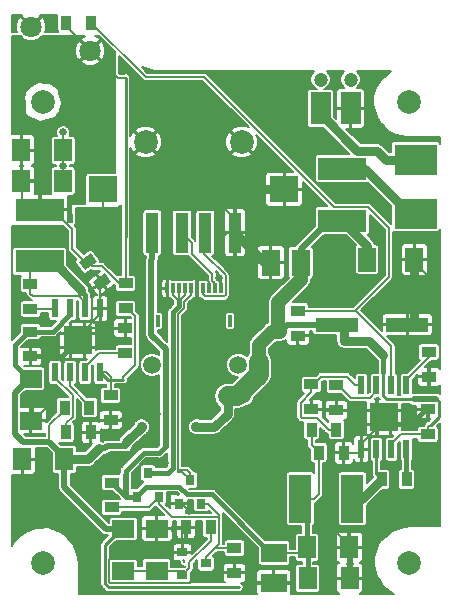
<source format=gbl>
G04 #@! TF.GenerationSoftware,KiCad,Pcbnew,(5.0.1)-4*
G04 #@! TF.CreationDate,2018-12-06T20:38:25-05:00*
G04 #@! TF.ProjectId,TrafMasterV1,547261664D617374657256312E6B6963,V1*
G04 #@! TF.SameCoordinates,Original*
G04 #@! TF.FileFunction,Copper,L2,Bot,Signal*
G04 #@! TF.FilePolarity,Positive*
%FSLAX46Y46*%
G04 Gerber Fmt 4.6, Leading zero omitted, Abs format (unit mm)*
G04 Created by KiCad (PCBNEW (5.0.1)-4) date 12/6/2018 8:38:25 PM*
%MOMM*%
%LPD*%
G01*
G04 APERTURE LIST*
G04 #@! TA.AperFunction,ComponentPad*
%ADD10C,1.500000*%
G04 #@! TD*
G04 #@! TA.AperFunction,SMDPad,CuDef*
%ADD11R,0.900000X1.250000*%
G04 #@! TD*
G04 #@! TA.AperFunction,SMDPad,CuDef*
%ADD12R,1.175000X1.175000*%
G04 #@! TD*
G04 #@! TA.AperFunction,SMDPad,CuDef*
%ADD13R,0.600000X1.550000*%
G04 #@! TD*
G04 #@! TA.AperFunction,SMDPad,CuDef*
%ADD14R,1.524000X2.000000*%
G04 #@! TD*
G04 #@! TA.AperFunction,SMDPad,CuDef*
%ADD15R,3.600000X1.200000*%
G04 #@! TD*
G04 #@! TA.AperFunction,SMDPad,CuDef*
%ADD16R,2.440000X2.220000*%
G04 #@! TD*
G04 #@! TA.AperFunction,ComponentPad*
%ADD17C,2.000000*%
G04 #@! TD*
G04 #@! TA.AperFunction,SMDPad,CuDef*
%ADD18R,1.120000X3.390000*%
G04 #@! TD*
G04 #@! TA.AperFunction,SMDPad,CuDef*
%ADD19R,1.250000X0.900000*%
G04 #@! TD*
G04 #@! TA.AperFunction,SMDPad,CuDef*
%ADD20R,1.900000X4.100000*%
G04 #@! TD*
G04 #@! TA.AperFunction,SMDPad,CuDef*
%ADD21R,1.524000X1.905000*%
G04 #@! TD*
G04 #@! TA.AperFunction,SMDPad,CuDef*
%ADD22C,0.900000*%
G04 #@! TD*
G04 #@! TA.AperFunction,Conductor*
%ADD23C,0.150000*%
G04 #@! TD*
G04 #@! TA.AperFunction,ComponentPad*
%ADD24C,1.800000*%
G04 #@! TD*
G04 #@! TA.AperFunction,SMDPad,CuDef*
%ADD25R,0.300000X0.900000*%
G04 #@! TD*
G04 #@! TA.AperFunction,SMDPad,CuDef*
%ADD26R,0.300000X1.000000*%
G04 #@! TD*
G04 #@! TA.AperFunction,SMDPad,CuDef*
%ADD27R,1.905000X1.524000*%
G04 #@! TD*
G04 #@! TA.AperFunction,SMDPad,CuDef*
%ADD28R,0.800000X0.900000*%
G04 #@! TD*
G04 #@! TA.AperFunction,SMDPad,CuDef*
%ADD29R,0.900000X0.800000*%
G04 #@! TD*
G04 #@! TA.AperFunction,ComponentPad*
%ADD30C,1.200000*%
G04 #@! TD*
G04 #@! TA.AperFunction,ComponentPad*
%ADD31R,1.700000X2.700000*%
G04 #@! TD*
G04 #@! TA.AperFunction,SMDPad,CuDef*
%ADD32R,4.100000X1.900000*%
G04 #@! TD*
G04 #@! TA.AperFunction,ComponentPad*
%ADD33R,2.200000X1.600000*%
G04 #@! TD*
G04 #@! TA.AperFunction,SMDPad,CuDef*
%ADD34R,3.556000X2.540000*%
G04 #@! TD*
G04 #@! TA.AperFunction,ComponentPad*
%ADD35R,1.600000X2.200000*%
G04 #@! TD*
G04 #@! TA.AperFunction,ViaPad*
%ADD36C,0.635000*%
G04 #@! TD*
G04 #@! TA.AperFunction,ViaPad*
%ADD37C,0.889000*%
G04 #@! TD*
G04 #@! TA.AperFunction,Conductor*
%ADD38C,0.152400*%
G04 #@! TD*
G04 #@! TA.AperFunction,Conductor*
%ADD39C,0.381000*%
G04 #@! TD*
G04 #@! TA.AperFunction,Conductor*
%ADD40C,0.762000*%
G04 #@! TD*
G04 #@! TA.AperFunction,Conductor*
%ADD41C,0.203200*%
G04 #@! TD*
G04 #@! TA.AperFunction,Conductor*
%ADD42C,0.508000*%
G04 #@! TD*
G04 #@! TA.AperFunction,Conductor*
%ADD43C,0.254000*%
G04 #@! TD*
G04 #@! TA.AperFunction,Conductor*
%ADD44C,1.143000*%
G04 #@! TD*
G04 #@! TA.AperFunction,Conductor*
%ADD45C,1.651000*%
G04 #@! TD*
G04 APERTURE END LIST*
D10*
G04 #@! TO.P,P10,*
G04 #@! TO.N,*
X98086800Y-84804000D03*
G04 #@! TD*
D11*
G04 #@! TO.P,C14,1*
G04 #@! TO.N,GND1*
X114318760Y-92237560D03*
G04 #@! TO.P,C14,2*
G04 #@! TO.N,5V*
X112218760Y-92237560D03*
G04 #@! TD*
D12*
G04 #@! TO.P,U2,9*
G04 #@! TO.N,GND1*
X118313960Y-89822780D03*
X117138960Y-89822780D03*
X118313960Y-88647780D03*
X117138960Y-88647780D03*
D13*
G04 #@! TO.P,U2,8*
G04 #@! TO.N,Net-(C16-Pad1)*
X119631460Y-86535280D03*
G04 #@! TO.P,U2,7*
G04 #@! TO.N,Net-(C20-Pad1)*
X118361460Y-86535280D03*
G04 #@! TO.P,U2,6*
G04 #@! TO.N,Net-(C17-Pad1)*
X117091460Y-86535280D03*
G04 #@! TO.P,U2,5*
G04 #@! TO.N,Net-(R8-Pad2)*
X115821460Y-86535280D03*
G04 #@! TO.P,U2,4*
G04 #@! TO.N,GND1*
X115821460Y-91935280D03*
G04 #@! TO.P,U2,3*
G04 #@! TO.N,Net-(C13-Pad1)*
X117091460Y-91935280D03*
G04 #@! TO.P,U2,2*
G04 #@! TO.N,12V*
X118361460Y-91935280D03*
G04 #@! TO.P,U2,1*
G04 #@! TO.N,Net-(C13-Pad2)*
X119631460Y-91935280D03*
G04 #@! TD*
D14*
G04 #@! TO.P,D1,1*
G04 #@! TO.N,12V*
X116300500Y-75882500D03*
G04 #@! TO.P,D1,2*
G04 #@! TO.N,GND1*
X120300500Y-75882500D03*
G04 #@! TD*
D15*
G04 #@! TO.P,C19,2*
G04 #@! TO.N,GND1*
X119713000Y-81407000D03*
G04 #@! TO.P,C19,1*
G04 #@! TO.N,12V*
X113713000Y-81407000D03*
G04 #@! TD*
D16*
G04 #@! TO.P,P9,5*
G04 #@! TO.N,GND1*
X93942700Y-69941900D03*
X109282700Y-69941900D03*
D17*
X105672700Y-65941900D03*
X97552700Y-65941900D03*
D18*
G04 #@! TO.P,P9,4*
X105112700Y-73621900D03*
G04 #@! TO.P,P9,3*
G04 #@! TO.N,D+*
X102612700Y-73621900D03*
G04 #@! TO.P,P9,2*
G04 #@! TO.N,D-*
X100612700Y-73621900D03*
G04 #@! TO.P,P9,1*
G04 #@! TO.N,5V*
X98112700Y-73621900D03*
G04 #@! TD*
D19*
G04 #@! TO.P,C16,1*
G04 #@! TO.N,Net-(C16-Pad1)*
X121533920Y-83714880D03*
G04 #@! TO.P,C16,2*
G04 #@! TO.N,GND1*
X121533920Y-85814880D03*
G04 #@! TD*
D11*
G04 #@! TO.P,C13,1*
G04 #@! TO.N,Net-(C13-Pad1)*
X117542600Y-94493080D03*
G04 #@! TO.P,C13,2*
G04 #@! TO.N,Net-(C13-Pad2)*
X119642600Y-94493080D03*
G04 #@! TD*
D19*
G04 #@! TO.P,C12,1*
G04 #@! TO.N,GND1*
X121452640Y-88574880D03*
G04 #@! TO.P,C12,2*
G04 #@! TO.N,12V*
X121452640Y-90674880D03*
G04 #@! TD*
G04 #@! TO.P,C17,1*
G04 #@! TO.N,Net-(C17-Pad1)*
X113700560Y-86544440D03*
G04 #@! TO.P,C17,2*
G04 #@! TO.N,GND1*
X113700560Y-88644440D03*
G04 #@! TD*
D11*
G04 #@! TO.P,R9,1*
G04 #@! TO.N,Net-(R8-Pad2)*
X113693920Y-90281760D03*
G04 #@! TO.P,R9,2*
G04 #@! TO.N,5V*
X111593920Y-90281760D03*
G04 #@! TD*
D20*
G04 #@! TO.P,L2,2*
G04 #@! TO.N,Net-(C13-Pad1)*
X115036960Y-96149160D03*
G04 #@! TO.P,L2,1*
G04 #@! TO.N,5V*
X110636960Y-96149160D03*
G04 #@! TD*
D19*
G04 #@! TO.P,R8,1*
G04 #@! TO.N,GND1*
X111582200Y-88558080D03*
G04 #@! TO.P,R8,2*
G04 #@! TO.N,Net-(R8-Pad2)*
X111582200Y-86458080D03*
G04 #@! TD*
D21*
G04 #@! TO.P,C18,2*
G04 #@! TO.N,5V*
X111216440Y-100243640D03*
G04 #@! TO.P,C18,1*
G04 #@! TO.N,GND1*
X114772440Y-100243640D03*
G04 #@! TD*
G04 #@! TO.P,C15,2*
G04 #@! TO.N,5V*
X111257080Y-102864920D03*
G04 #@! TO.P,C15,1*
G04 #@! TO.N,GND1*
X114813080Y-102864920D03*
G04 #@! TD*
G04 #@! TO.P,C11,2*
G04 #@! TO.N,12V*
X90678000Y-92786200D03*
G04 #@! TO.P,C11,1*
G04 #@! TO.N,GND1*
X87122000Y-92786200D03*
G04 #@! TD*
D12*
G04 #@! TO.P,U1,9*
G04 #@! TO.N,GND1*
X91220800Y-82140300D03*
X92395800Y-82140300D03*
X91220800Y-83315300D03*
X92395800Y-83315300D03*
D13*
G04 #@! TO.P,U1,8*
G04 #@! TO.N,Net-(C7-Pad1)*
X89903300Y-85427800D03*
G04 #@! TO.P,U1,7*
G04 #@! TO.N,Net-(R4-Pad1)*
X91173300Y-85427800D03*
G04 #@! TO.P,U1,6*
G04 #@! TO.N,Net-(C8-Pad1)*
X92443300Y-85427800D03*
G04 #@! TO.P,U1,5*
G04 #@! TO.N,Net-(R5-Pad2)*
X93713300Y-85427800D03*
G04 #@! TO.P,U1,4*
G04 #@! TO.N,GND1*
X93713300Y-80027800D03*
G04 #@! TO.P,U1,3*
G04 #@! TO.N,Net-(C4-Pad1)*
X92443300Y-80027800D03*
G04 #@! TO.P,U1,2*
G04 #@! TO.N,12V*
X91173300Y-80027800D03*
G04 #@! TO.P,U1,1*
G04 #@! TO.N,Net-(C4-Pad2)*
X89903300Y-80027800D03*
G04 #@! TD*
D22*
G04 #@! TO.P,C5,1*
G04 #@! TO.N,GND1*
X93850735Y-77791630D03*
D23*
G04 #@! TD*
G04 #@! TO.N,GND1*
G04 #@! TO.C,C5*
G36*
X93596874Y-78518734D02*
X93080656Y-77781497D01*
X94104596Y-77064526D01*
X94620814Y-77801763D01*
X93596874Y-78518734D01*
X93596874Y-78518734D01*
G37*
D22*
G04 #@! TO.P,C5,2*
G04 #@! TO.N,Dev+*
X92646225Y-76071410D03*
D23*
G04 #@! TD*
G04 #@! TO.N,Dev+*
G04 #@! TO.C,C5*
G36*
X92392364Y-76798514D02*
X91876146Y-76061277D01*
X92900086Y-75344306D01*
X93416304Y-76081543D01*
X92392364Y-76798514D01*
X92392364Y-76798514D01*
G37*
D11*
G04 #@! TO.P,R1,1*
G04 #@! TO.N,Net-(C1-Pad1)*
X103066180Y-98569700D03*
G04 #@! TO.P,R1,2*
G04 #@! TO.N,GND1*
X100966180Y-98569700D03*
G04 #@! TD*
D17*
G04 #@! TO.P,P2,*
G04 #@! TO.N,*
X119862600Y-62534800D03*
G04 #@! TD*
G04 #@! TO.P,P3,*
G04 #@! TO.N,*
X88849200Y-62534800D03*
G04 #@! TD*
G04 #@! TO.P,P6,*
G04 #@! TO.N,*
X88849200Y-101549200D03*
G04 #@! TD*
G04 #@! TO.P,P7,*
G04 #@! TO.N,*
X119837200Y-101549200D03*
G04 #@! TD*
D24*
G04 #@! TO.P,P4,1*
G04 #@! TO.N,Dev+*
X92862400Y-58191400D03*
G04 #@! TD*
G04 #@! TO.P,P5,1*
G04 #@! TO.N,GND1*
X87858600Y-56184800D03*
G04 #@! TD*
D25*
G04 #@! TO.P,P1,1*
G04 #@! TO.N,GND1*
X103892800Y-78328000D03*
G04 #@! TO.P,P1,2*
G04 #@! TO.N,D-*
X103392800Y-78328000D03*
D26*
G04 #@! TO.P,P1,~*
G04 #@! TO.N,N/C*
X104682800Y-81078000D03*
X98602800Y-81078000D03*
D25*
G04 #@! TO.P,P1,3*
G04 #@! TO.N,GND1*
X102892800Y-78328000D03*
G04 #@! TO.P,P1,4*
G04 #@! TO.N,D+*
X102392800Y-78328000D03*
G04 #@! TO.P,P1,5*
G04 #@! TO.N,GND1*
X101892800Y-78328000D03*
G04 #@! TO.P,P1,6*
G04 #@! TO.N,ID*
X101392800Y-78328000D03*
G04 #@! TO.P,P1,7*
G04 #@! TO.N,5V_USB_DEV*
X100892800Y-78328000D03*
G04 #@! TO.P,P1,8*
X100392800Y-78328000D03*
G04 #@! TO.P,P1,9*
X99892800Y-78328000D03*
G04 #@! TO.P,P1,10*
G04 #@! TO.N,GND1*
X99392800Y-78328000D03*
G04 #@! TD*
D27*
G04 #@! TO.P,C1,2*
G04 #@! TO.N,12V*
X95666180Y-98696700D03*
G04 #@! TO.P,C1,1*
G04 #@! TO.N,Net-(C1-Pad1)*
X95666180Y-102252700D03*
G04 #@! TD*
G04 #@! TO.P,C2,2*
G04 #@! TO.N,12V*
X87833200Y-85979000D03*
G04 #@! TO.P,C2,1*
G04 #@! TO.N,GND1*
X87833200Y-89535000D03*
G04 #@! TD*
D28*
G04 #@! TO.P,Q1,1*
G04 #@! TO.N,Net-(Q1-Pad1)*
X98684120Y-95955360D03*
G04 #@! TO.P,Q1,3*
G04 #@! TO.N,5V_USB_DEV*
X97734120Y-93955360D03*
G04 #@! TO.P,Q1,2*
G04 #@! TO.N,5V*
X96784120Y-95955360D03*
G04 #@! TD*
D29*
G04 #@! TO.P,Q2,1*
G04 #@! TO.N,Net-(C1-Pad1)*
X100660580Y-102567700D03*
G04 #@! TO.P,Q2,3*
G04 #@! TO.N,Net-(Q1-Pad1)*
X102660580Y-101617700D03*
G04 #@! TO.P,Q2,2*
G04 #@! TO.N,GND1*
X100660580Y-100667700D03*
G04 #@! TD*
D28*
G04 #@! TO.P,Q3,1*
G04 #@! TO.N,Net-(Q1-Pad1)*
X102254980Y-96547100D03*
G04 #@! TO.P,Q3,3*
G04 #@! TO.N,ID*
X101304980Y-94547100D03*
G04 #@! TO.P,Q3,2*
G04 #@! TO.N,GND1*
X100354980Y-96547100D03*
G04 #@! TD*
D19*
G04 #@! TO.P,R2,1*
G04 #@! TO.N,5V*
X94670880Y-94763880D03*
G04 #@! TO.P,R2,2*
G04 #@! TO.N,Net-(Q1-Pad1)*
X94670880Y-96863880D03*
G04 #@! TD*
G04 #@! TO.P,R3,1*
G04 #@! TO.N,Net-(Q1-Pad1)*
X105064180Y-100313700D03*
G04 #@! TO.P,R3,2*
G04 #@! TO.N,GND1*
X105064180Y-102413700D03*
G04 #@! TD*
D10*
G04 #@! TO.P,P11,*
G04 #@! TO.N,*
X105402000Y-84804000D03*
G04 #@! TD*
D30*
G04 #@! TO.P,P8,*
G04 #@! TO.N,*
X114896900Y-60643600D03*
X112356900Y-60643600D03*
D31*
G04 #@! TO.P,P8,2*
G04 #@! TO.N,GND1*
X114896900Y-63093600D03*
G04 #@! TO.P,P8,1*
G04 #@! TO.N,12V_IN_RAW*
X112356900Y-63093600D03*
G04 #@! TD*
D21*
G04 #@! TO.P,C6,2*
G04 #@! TO.N,Dev+*
X87020400Y-69240400D03*
G04 #@! TO.P,C6,1*
G04 #@! TO.N,GND1*
X90576400Y-69240400D03*
G04 #@! TD*
G04 #@! TO.P,C9,2*
G04 #@! TO.N,Dev+*
X87020400Y-66624200D03*
G04 #@! TO.P,C9,1*
G04 #@! TO.N,GND1*
X90576400Y-66624200D03*
G04 #@! TD*
D27*
G04 #@! TO.P,C10,2*
G04 #@! TO.N,Net-(C1-Pad1)*
X98498280Y-102214600D03*
G04 #@! TO.P,C10,1*
G04 #@! TO.N,GND1*
X98498280Y-98658600D03*
G04 #@! TD*
D32*
G04 #@! TO.P,L1,2*
G04 #@! TO.N,Net-(C4-Pad1)*
X88569800Y-76047600D03*
G04 #@! TO.P,L1,1*
G04 #@! TO.N,Dev+*
X88569800Y-71647600D03*
G04 #@! TD*
D11*
G04 #@! TO.P,R4,1*
G04 #@! TO.N,Net-(R4-Pad1)*
X92794800Y-88417400D03*
G04 #@! TO.P,R4,2*
G04 #@! TO.N,12V*
X90694800Y-88417400D03*
G04 #@! TD*
D19*
G04 #@! TO.P,R5,1*
G04 #@! TO.N,GND1*
X94589600Y-89492800D03*
G04 #@! TO.P,R5,2*
G04 #@! TO.N,Net-(R5-Pad2)*
X94589600Y-87392800D03*
G04 #@! TD*
G04 #@! TO.P,C3,1*
G04 #@! TO.N,GND1*
X87795100Y-84082600D03*
G04 #@! TO.P,C3,2*
G04 #@! TO.N,12V*
X87795100Y-81982600D03*
G04 #@! TD*
G04 #@! TO.P,C4,1*
G04 #@! TO.N,Net-(C4-Pad1)*
X87782400Y-77969400D03*
G04 #@! TO.P,C4,2*
G04 #@! TO.N,Net-(C4-Pad2)*
X87782400Y-80069400D03*
G04 #@! TD*
D11*
G04 #@! TO.P,C7,1*
G04 #@! TO.N,Net-(C7-Pad1)*
X90805000Y-90525600D03*
G04 #@! TO.P,C7,2*
G04 #@! TO.N,GND1*
X92905000Y-90525600D03*
G04 #@! TD*
D19*
G04 #@! TO.P,C8,1*
G04 #@! TO.N,Net-(C8-Pad1)*
X95834200Y-83803200D03*
G04 #@! TO.P,C8,2*
G04 #@! TO.N,GND1*
X95834200Y-81703200D03*
G04 #@! TD*
G04 #@! TO.P,R6,1*
G04 #@! TO.N,Net-(R5-Pad2)*
X95859600Y-80005900D03*
G04 #@! TO.P,R6,2*
G04 #@! TO.N,Dev+*
X95859600Y-77905900D03*
G04 #@! TD*
D33*
G04 #@! TO.P,P13,2*
G04 #@! TO.N,GND1*
X108407200Y-103261160D03*
G04 #@! TO.P,P13,1*
G04 #@! TO.N,5V*
X108407200Y-100721160D03*
G04 #@! TD*
D34*
G04 #@! TO.P,F1,2*
G04 #@! TO.N,12V_IN_RAW*
X120400000Y-67414000D03*
G04 #@! TO.P,F1,1*
G04 #@! TO.N,Net-(F1-Pad1)*
X120400000Y-71986000D03*
G04 #@! TD*
D32*
G04 #@! TO.P,L3,2*
G04 #@! TO.N,Net-(F1-Pad1)*
X114200000Y-68200000D03*
G04 #@! TO.P,L3,1*
G04 #@! TO.N,12V*
X114200000Y-72600000D03*
G04 #@! TD*
D35*
G04 #@! TO.P,P14,2*
G04 #@! TO.N,GND1*
X108140500Y-76136500D03*
G04 #@! TO.P,P14,1*
G04 #@! TO.N,12V*
X110680500Y-76136500D03*
G04 #@! TD*
D11*
G04 #@! TO.P,R10,2*
G04 #@! TO.N,Dev+*
X90816720Y-55824120D03*
G04 #@! TO.P,R10,1*
G04 #@! TO.N,Net-(C20-Pad1)*
X92916720Y-55824120D03*
G04 #@! TD*
D19*
G04 #@! TO.P,C20,1*
G04 #@! TO.N,Net-(C20-Pad1)*
X110439200Y-80231560D03*
G04 #@! TO.P,C20,2*
G04 #@! TO.N,GND1*
X110439200Y-82331560D03*
G04 #@! TD*
D36*
G04 #@! TO.N,GND1*
X92395800Y-83315300D03*
X92395800Y-82140300D03*
X91220800Y-82140300D03*
X103781480Y-102413700D03*
X117138960Y-88647780D03*
X107355640Y-69992240D03*
X90576400Y-67945000D03*
X93929200Y-71932800D03*
X90576400Y-65125600D03*
X89535000Y-88519000D03*
X94259400Y-90627200D03*
X118313960Y-89822780D03*
X121584720Y-86903560D03*
X120300500Y-79593440D03*
X99964240Y-98722100D03*
X101249480Y-97132140D03*
X113035080Y-98963480D03*
X114813080Y-101655880D03*
X98519301Y-88996520D03*
X100904040Y-88676480D03*
X87142320Y-95209360D03*
X120909080Y-96606360D03*
X107508040Y-96443800D03*
X91220800Y-83315300D03*
X117138960Y-89822780D03*
X118313960Y-88647780D03*
X109296200Y-91556840D03*
X121732040Y-78369160D03*
X110454440Y-83789520D03*
X103814880Y-74665840D03*
X99339400Y-74650600D03*
X99209839Y-93103422D03*
X103755847Y-77459169D03*
X102295960Y-77190600D03*
X109697520Y-62484000D03*
X113284000Y-76006960D03*
D37*
G04 #@! TO.N,12V*
X97200720Y-90053160D03*
X101843840Y-90043000D03*
G04 #@! TD*
D38*
G04 #@! TO.N,*
X100822380Y-101389100D02*
X100729581Y-101296301D01*
X100822380Y-101516100D02*
X100822380Y-101389100D01*
G04 #@! TO.N,GND1*
X100813780Y-98722100D02*
X100966180Y-98569700D01*
X100660580Y-98875300D02*
X100966180Y-98569700D01*
X100660580Y-100667700D02*
X100660580Y-98875300D01*
X95125198Y-100667700D02*
X100058180Y-100667700D01*
X102195098Y-102413700D02*
X101340097Y-103268701D01*
X101340097Y-103268701D02*
X94556199Y-103268701D01*
X94556199Y-103268701D02*
X94485079Y-103197581D01*
X100058180Y-100667700D02*
X100660580Y-100667700D01*
X94485079Y-103197581D02*
X94485079Y-101307819D01*
X94485079Y-101307819D02*
X95125198Y-100667700D01*
X92395800Y-82140300D02*
X92395800Y-83315300D01*
X91220800Y-83315300D02*
X92395800Y-82140300D01*
X92395800Y-82140300D02*
X91220800Y-82140300D01*
X91220800Y-82140300D02*
X91220800Y-83315300D01*
X92395800Y-81820300D02*
X92395800Y-82140300D01*
X93713300Y-80027800D02*
X93713300Y-80502800D01*
X93713300Y-80502800D02*
X92395800Y-81820300D01*
X92832900Y-81703200D02*
X92395800Y-82140300D01*
X95834200Y-81703200D02*
X92832900Y-81703200D01*
D39*
X88801100Y-84082600D02*
X87795100Y-84082600D01*
X89128601Y-84410101D02*
X88801100Y-84082600D01*
X89128601Y-87096599D02*
X89128601Y-84410101D01*
X87833200Y-89535000D02*
X87833200Y-88392000D01*
X87833200Y-88392000D02*
X89128601Y-87096599D01*
X90453500Y-84082600D02*
X91220800Y-83315300D01*
X87795100Y-84082600D02*
X90453500Y-84082600D01*
D38*
X105064180Y-102413700D02*
X103781480Y-102413700D01*
X103781480Y-102413700D02*
X102195098Y-102413700D01*
X115821460Y-91460280D02*
X117138960Y-90142780D01*
X118313960Y-89822780D02*
X118313960Y-88647780D01*
X117138960Y-90142780D02*
X117138960Y-89822780D01*
X118313960Y-88647780D02*
X117138960Y-89822780D01*
X117138960Y-89822780D02*
X117138960Y-88647780D01*
X117138960Y-89822780D02*
X118313960Y-89822780D01*
X115821460Y-91935280D02*
X115821460Y-91460280D01*
D40*
X109282700Y-69941900D02*
X107405980Y-69941900D01*
X107405980Y-69941900D02*
X107355640Y-69992240D01*
D38*
X90576400Y-66624200D02*
X90576400Y-67729100D01*
X90576400Y-66624200D02*
X90576400Y-67945000D01*
X90576400Y-67729100D02*
X90576400Y-67945000D01*
X90576400Y-67945000D02*
X90576400Y-69240400D01*
X93942700Y-69941900D02*
X93942700Y-71919300D01*
X93942700Y-71919300D02*
X93929200Y-71932800D01*
X90576400Y-66624200D02*
X90576400Y-65125600D01*
X94589600Y-90095200D02*
X94589600Y-89492800D01*
X92905000Y-90525600D02*
X94159200Y-90525600D01*
X94159200Y-90525600D02*
X94589600Y-90095200D01*
X89039700Y-88519000D02*
X89535000Y-88519000D01*
X87833200Y-89535000D02*
X88023700Y-89535000D01*
X88023700Y-89535000D02*
X89039700Y-88519000D01*
X94589600Y-89492800D02*
X94589600Y-90297000D01*
X94589600Y-90297000D02*
X94259400Y-90627200D01*
D40*
X120300500Y-81359500D02*
X120348000Y-81407000D01*
X107627300Y-76136500D02*
X105112700Y-73621900D01*
X108140500Y-76136500D02*
X107627300Y-76136500D01*
D38*
X93713300Y-77929065D02*
X93850735Y-77791630D01*
X93713300Y-80027800D02*
X93713300Y-77929065D01*
D41*
X113614200Y-88558080D02*
X113700560Y-88644440D01*
X111582200Y-88558080D02*
X113614200Y-88558080D01*
X117135620Y-88644440D02*
X117138960Y-88647780D01*
X113700560Y-88644440D02*
X117135620Y-88644440D01*
X115519180Y-92237560D02*
X115821460Y-91935280D01*
X114318760Y-92237560D02*
X115519180Y-92237560D01*
D39*
X121452640Y-88574880D02*
X121277640Y-88574880D01*
X121277640Y-88574880D02*
X119763800Y-90088720D01*
X119282460Y-89822780D02*
X118313960Y-89822780D01*
X119763800Y-90088720D02*
X119497860Y-89822780D01*
X119497860Y-89822780D02*
X119282460Y-89822780D01*
D38*
X121533920Y-85814880D02*
X121533920Y-86852760D01*
X121533920Y-86852760D02*
X121584720Y-86903560D01*
X119713000Y-80180940D02*
X120300500Y-79593440D01*
X119713000Y-81407000D02*
X119713000Y-80180940D01*
D40*
X120300500Y-75882500D02*
X120300500Y-79593440D01*
X120300500Y-79593440D02*
X120300500Y-81359500D01*
D38*
X99900740Y-98658600D02*
X99964240Y-98722100D01*
X98498280Y-98658600D02*
X99900740Y-98658600D01*
X98561780Y-98722100D02*
X99964240Y-98722100D01*
X99964240Y-98722100D02*
X100813780Y-98722100D01*
X100354980Y-96547100D02*
X100664440Y-96547100D01*
X100664440Y-96547100D02*
X101249480Y-97132140D01*
X114772440Y-100053140D02*
X113682780Y-98963480D01*
X114772440Y-100243640D02*
X114772440Y-100053140D01*
X113682780Y-98963480D02*
X113035080Y-98963480D01*
D39*
X114813080Y-100284280D02*
X114772440Y-100243640D01*
X114813080Y-101655880D02*
X114813080Y-100284280D01*
X114813080Y-102864920D02*
X114813080Y-101655880D01*
D38*
X95863280Y-88996520D02*
X98519301Y-88996520D01*
X94589600Y-89492800D02*
X95367000Y-89492800D01*
X95367000Y-89492800D02*
X95863280Y-88996520D01*
D42*
X117138960Y-88647780D02*
X118313960Y-88647780D01*
D38*
X109123480Y-90200480D02*
X109123480Y-91384120D01*
X109123480Y-91384120D02*
X109296200Y-91556840D01*
X121732040Y-77552040D02*
X121732040Y-78369160D01*
X120300500Y-75882500D02*
X120300500Y-76120500D01*
X120300500Y-76120500D02*
X121732040Y-77552040D01*
X110439200Y-82331560D02*
X110439200Y-83774280D01*
X110439200Y-83774280D02*
X110454440Y-83789520D01*
X103814880Y-74207320D02*
X103814880Y-74665840D01*
X105112700Y-73621900D02*
X104400300Y-73621900D01*
X104400300Y-73621900D02*
X103814880Y-74207320D01*
X99339400Y-72228718D02*
X99339400Y-74650600D01*
X99869819Y-71698299D02*
X99339400Y-72228718D01*
X104324099Y-71698299D02*
X99869819Y-71698299D01*
X105112700Y-73621900D02*
X105112700Y-72486900D01*
X105112700Y-72486900D02*
X104324099Y-71698299D01*
X103892800Y-78428000D02*
X103892800Y-77596122D01*
X103892800Y-77596122D02*
X103755847Y-77459169D01*
X101892800Y-77816518D02*
X101892800Y-78428000D01*
X102059919Y-77649399D02*
X101892800Y-77816518D01*
X102725681Y-77649399D02*
X102059919Y-77649399D01*
X102892800Y-78428000D02*
X102892800Y-77816518D01*
X102892800Y-77816518D02*
X102725681Y-77649399D01*
X101892800Y-78428000D02*
X101892800Y-77593760D01*
X101892800Y-77593760D02*
X102295960Y-77190600D01*
G04 #@! TO.N,Dev+*
X95859600Y-73990200D02*
X95859600Y-77905900D01*
D43*
X95859600Y-73990200D02*
X95859600Y-60528200D01*
D41*
X89669800Y-71647600D02*
X88569800Y-71647600D01*
X91338400Y-73316200D02*
X89669800Y-71647600D01*
X91338400Y-74951545D02*
X91338400Y-73316200D01*
X92361745Y-75974890D02*
X91338400Y-74951545D01*
D43*
X88036400Y-69240400D02*
X87020400Y-69240400D01*
X88569800Y-71647600D02*
X88569800Y-69773800D01*
X88569800Y-69773800D02*
X88036400Y-69240400D01*
D38*
X87096600Y-69507100D02*
X87096600Y-71780400D01*
X87020400Y-69240400D02*
X87020400Y-69430900D01*
X87020400Y-69430900D02*
X87096600Y-69507100D01*
X93040041Y-76465226D02*
X92646225Y-76071410D01*
X93828602Y-76465226D02*
X93040041Y-76465226D01*
X95859600Y-77905900D02*
X95269276Y-77905900D01*
X95269276Y-77905900D02*
X93828602Y-76465226D01*
X90816720Y-56145720D02*
X90816720Y-55824120D01*
X92862400Y-58191400D02*
X90816720Y-56145720D01*
X95199200Y-60528200D02*
X92862400Y-58191400D01*
X95859600Y-60528200D02*
X95199200Y-60528200D01*
G04 #@! TO.N,D+*
X102559919Y-79006601D02*
X104225681Y-79006601D01*
X102392800Y-78428000D02*
X102392800Y-78839482D01*
X104314638Y-77206357D02*
X102505641Y-75397360D01*
X104225681Y-79006601D02*
X104314638Y-78917644D01*
X102392800Y-78839482D02*
X102559919Y-79006601D01*
X104314638Y-78917644D02*
X104314638Y-77206357D01*
X102505641Y-73728959D02*
X102612700Y-73621900D01*
X102505641Y-75397360D02*
X102505641Y-73728959D01*
G04 #@! TO.N,ID*
X101392800Y-78428000D02*
X101392800Y-78845600D01*
X100784670Y-80000721D02*
X100289359Y-80496031D01*
X101392800Y-78845600D02*
X100784670Y-79453730D01*
X100784670Y-79453730D02*
X100784670Y-80000721D01*
X101304980Y-94497100D02*
X101304980Y-94547100D01*
X100289359Y-93847919D02*
X100655799Y-93847919D01*
X100655799Y-93847919D02*
X101304980Y-94497100D01*
X101091360Y-93731080D02*
X100289359Y-93731080D01*
X101304980Y-93944700D02*
X101091360Y-93731080D01*
X101304980Y-94547100D02*
X101304980Y-93944700D01*
X100289359Y-80496031D02*
X100289359Y-93731080D01*
X100289359Y-93731080D02*
X100289359Y-93847919D01*
G04 #@! TO.N,D-*
X103209745Y-77668846D02*
X103209745Y-77721299D01*
X103392800Y-77904354D02*
X103392800Y-78428000D01*
X103209745Y-77721299D02*
X103392800Y-77904354D01*
X103209745Y-77668846D02*
X103209745Y-77107971D01*
X101488231Y-74497433D02*
X100612700Y-73621900D01*
X103209745Y-77107971D02*
X101488231Y-75386457D01*
X101488231Y-75386457D02*
X101488231Y-74497433D01*
D39*
G04 #@! TO.N,12V*
X88801100Y-81982600D02*
X87795100Y-81982600D01*
X89693500Y-81982600D02*
X88801100Y-81982600D01*
X91173300Y-80027800D02*
X91173300Y-80502800D01*
X91173300Y-80502800D02*
X89693500Y-81982600D01*
X87642700Y-85979000D02*
X87833200Y-85979000D01*
X86499700Y-84836000D02*
X87642700Y-85979000D01*
X86499700Y-83103000D02*
X86499700Y-84836000D01*
X87620100Y-81982600D02*
X86499700Y-83103000D01*
X87795100Y-81982600D02*
X87620100Y-81982600D01*
D40*
X116300500Y-74700500D02*
X114200000Y-72600000D01*
X116300500Y-75882500D02*
X116300500Y-74700500D01*
X114348000Y-82769000D02*
X114363500Y-82784500D01*
X114348000Y-81407000D02*
X114348000Y-82769000D01*
D42*
X90678000Y-92595700D02*
X90678000Y-92786200D01*
X89408000Y-91325700D02*
X90678000Y-92595700D01*
X87177878Y-91325700D02*
X89408000Y-91325700D01*
X86474299Y-90622121D02*
X87177878Y-91325700D01*
X87642700Y-85979000D02*
X86474299Y-87147401D01*
X86474299Y-87147401D02*
X86474299Y-90622121D01*
D43*
X95475680Y-98696700D02*
X95666180Y-98696700D01*
X105431491Y-103624311D02*
X94408900Y-103624310D01*
X94408900Y-103624310D02*
X94129469Y-103344879D01*
X94129469Y-103344879D02*
X94129469Y-100042911D01*
X94129469Y-100042911D02*
X95475680Y-98696700D01*
D38*
X90694800Y-88592400D02*
X90694800Y-88417400D01*
X89408000Y-91325700D02*
X89408000Y-89879200D01*
X89408000Y-89879200D02*
X90694800Y-88592400D01*
D41*
X118361460Y-91460280D02*
X119146860Y-90674880D01*
X118361460Y-91935280D02*
X118361460Y-91460280D01*
X119146860Y-90674880D02*
X120624440Y-90674880D01*
X120624440Y-90674880D02*
X121452640Y-90674880D01*
D38*
X121452640Y-90072480D02*
X121619280Y-89905840D01*
X121452640Y-90674880D02*
X121452640Y-90072480D01*
D43*
X122357041Y-87901359D02*
X122172042Y-87716360D01*
X122357041Y-89248401D02*
X122357041Y-87901359D01*
X121619280Y-89905840D02*
X121699602Y-89905840D01*
X121699602Y-89905840D02*
X122357041Y-89248401D01*
D40*
X114348000Y-82769000D02*
X116439240Y-82769000D01*
D42*
X90678000Y-94246700D02*
X90678000Y-92786200D01*
X90678000Y-95169020D02*
X90678000Y-94246700D01*
X95666180Y-98696700D02*
X94205680Y-98696700D01*
X94205680Y-98696700D02*
X90678000Y-95169020D01*
D40*
X93586139Y-91874501D02*
X92674440Y-92786200D01*
X92674440Y-92786200D02*
X90678000Y-92786200D01*
D44*
X105902760Y-87444978D02*
X104487582Y-87444978D01*
D42*
X94083473Y-91874501D02*
X94289374Y-91668600D01*
X93586139Y-91874501D02*
X94083473Y-91874501D01*
X94289374Y-91668600D02*
X95895160Y-91668600D01*
D40*
X95895160Y-91358720D02*
X97200720Y-90053160D01*
X104487582Y-88933418D02*
X103367840Y-90053160D01*
X104487582Y-87444978D02*
X104487582Y-88933418D01*
D45*
X105318316Y-87444978D02*
X104487582Y-87444978D01*
X107129901Y-84539099D02*
X107129901Y-85633393D01*
X107129901Y-85633393D02*
X105318316Y-87444978D01*
D42*
X109557238Y-81407000D02*
X108952718Y-82011520D01*
X113713000Y-81407000D02*
X109557238Y-81407000D01*
D44*
X107129901Y-83090699D02*
X107129901Y-84539099D01*
X108209080Y-82011520D02*
X107129901Y-83090699D01*
X110680500Y-77612238D02*
X110680500Y-76136500D01*
X108798360Y-79494378D02*
X110680500Y-77612238D01*
X108798360Y-82011520D02*
X108798360Y-79494378D01*
X108798360Y-82011520D02*
X108209080Y-82011520D01*
X108952718Y-82011520D02*
X108798360Y-82011520D01*
D42*
X113100000Y-72600000D02*
X114200000Y-72600000D01*
X110680500Y-76136500D02*
X110680500Y-75019500D01*
X110680500Y-75019500D02*
X113100000Y-72600000D01*
D39*
X117652800Y-83982560D02*
X117652800Y-85417379D01*
D40*
X116439240Y-82769000D02*
X117652800Y-83982560D01*
D43*
X117964618Y-87716360D02*
X120238520Y-87716360D01*
X117670861Y-87422603D02*
X117964618Y-87716360D01*
X117670861Y-85435440D02*
X117670861Y-87422603D01*
X117652800Y-85417379D02*
X117670861Y-85435440D01*
D42*
X122172042Y-87716360D02*
X120238520Y-87716360D01*
D40*
X103357680Y-90043000D02*
X101843840Y-90043000D01*
X103367840Y-90053160D02*
X103357680Y-90043000D01*
D38*
G04 #@! TO.N,Net-(C1-Pad1)*
X98536380Y-102252700D02*
X98561780Y-102278100D01*
X95666180Y-102252700D02*
X98536380Y-102252700D01*
X98561780Y-102278100D02*
X100847780Y-102278100D01*
X100710580Y-102567700D02*
X100660580Y-102567700D01*
X101262980Y-102015300D02*
X100710580Y-102567700D01*
X101262980Y-101506566D02*
X101262980Y-102015300D01*
X103066180Y-98569700D02*
X103066180Y-99703366D01*
X103066180Y-99703366D02*
X101262980Y-101506566D01*
X95704280Y-102214600D02*
X95666180Y-102252700D01*
X98498280Y-102214600D02*
X95704280Y-102214600D01*
G04 #@! TO.N,Net-(Q1-Pad1)*
X102807380Y-96547100D02*
X102254980Y-96547100D01*
X103744781Y-97484501D02*
X102807380Y-96547100D01*
X102660580Y-101617700D02*
X102660580Y-101065300D01*
X102660580Y-101065300D02*
X103744781Y-99981099D01*
X103412180Y-100313700D02*
X102660580Y-101065300D01*
X105064180Y-100313700D02*
X103412180Y-100313700D01*
X98684120Y-96005360D02*
X98684120Y-95955360D01*
X94670880Y-96863880D02*
X97825600Y-96863880D01*
X97825600Y-96863880D02*
X98684120Y-96005360D01*
X99804600Y-97678240D02*
X103744781Y-97678240D01*
X98684120Y-96557760D02*
X99804600Y-97678240D01*
X98684120Y-95955360D02*
X98684120Y-96557760D01*
X103744781Y-99981099D02*
X103744781Y-97678240D01*
X103744781Y-97678240D02*
X103744781Y-97484501D01*
G04 #@! TO.N,Net-(C4-Pad1)*
X87782400Y-76835000D02*
X88569800Y-76047600D01*
X87782400Y-77969400D02*
X87782400Y-76835000D01*
X92443300Y-79552800D02*
X91884500Y-78994000D01*
X92443300Y-80027800D02*
X92443300Y-79552800D01*
X91884500Y-78994000D02*
X88011000Y-78994000D01*
X87782400Y-78571800D02*
X87782400Y-77969400D01*
X88011000Y-78994000D02*
X87782400Y-78765400D01*
X87782400Y-78765400D02*
X87782400Y-78571800D01*
D39*
X92443300Y-78871800D02*
X92108300Y-78536800D01*
X92443300Y-80027800D02*
X92443300Y-78871800D01*
D40*
X89669800Y-76047600D02*
X88569800Y-76047600D01*
X92108300Y-78536800D02*
X92108300Y-78486100D01*
X92108300Y-78486100D02*
X89669800Y-76047600D01*
D38*
G04 #@! TO.N,Net-(C4-Pad2)*
X89861700Y-80069400D02*
X89903300Y-80027800D01*
X87782400Y-80069400D02*
X89861700Y-80069400D01*
G04 #@! TO.N,Net-(C7-Pad1)*
X89903300Y-85902800D02*
X89903300Y-85427800D01*
X91373401Y-87372901D02*
X89903300Y-85902800D01*
X91373401Y-89179799D02*
X91373401Y-87372901D01*
X90805000Y-90525600D02*
X90805000Y-89748200D01*
X90805000Y-89748200D02*
X91373401Y-89179799D01*
G04 #@! TO.N,Net-(C8-Pad1)*
X92443300Y-84952800D02*
X92443300Y-85427800D01*
X95834200Y-83803200D02*
X93592900Y-83803200D01*
X93592900Y-83803200D02*
X92443300Y-84952800D01*
D41*
G04 #@! TO.N,Net-(R4-Pad1)*
X91173300Y-86406000D02*
X91173300Y-85427800D01*
X91173300Y-86620900D02*
X91173300Y-86406000D01*
X92794800Y-88417400D02*
X92794800Y-88242400D01*
X92794800Y-88242400D02*
X91173300Y-86620900D01*
D43*
G04 #@! TO.N,Net-(R5-Pad2)*
X94328000Y-86042500D02*
X93713300Y-85427800D01*
X95673200Y-86042500D02*
X94328000Y-86042500D01*
D38*
X95673200Y-85867500D02*
X95673200Y-86042500D01*
X96687801Y-84852899D02*
X95673200Y-85867500D01*
X96687801Y-80659101D02*
X96687801Y-84852899D01*
X95859600Y-80005900D02*
X96034600Y-80005900D01*
X96034600Y-80005900D02*
X96687801Y-80659101D01*
X94165700Y-85427800D02*
X93713300Y-85427800D01*
X94589600Y-87392800D02*
X94589600Y-85851700D01*
X94589600Y-85851700D02*
X94165700Y-85427800D01*
D40*
G04 #@! TO.N,Net-(C13-Pad1)*
X115886520Y-96149160D02*
X117542600Y-94493080D01*
X115036960Y-96149160D02*
X115886520Y-96149160D01*
D43*
X117091460Y-94041940D02*
X117542600Y-94493080D01*
X117091460Y-91935280D02*
X117091460Y-94041940D01*
D39*
G04 #@! TO.N,Net-(C13-Pad2)*
X119631460Y-94481940D02*
X119642600Y-94493080D01*
X119631460Y-91935280D02*
X119631460Y-94481940D01*
D38*
G04 #@! TO.N,Net-(C16-Pad1)*
X121533920Y-84157820D02*
X121533920Y-83714880D01*
X119631460Y-86535280D02*
X119631460Y-86060280D01*
X119631460Y-86060280D02*
X121533920Y-84157820D01*
D41*
G04 #@! TO.N,Net-(C17-Pad1)*
X113875560Y-86544440D02*
X113700560Y-86544440D01*
X114895401Y-87564281D02*
X113875560Y-86544440D01*
X116537459Y-87564281D02*
X114895401Y-87564281D01*
X117091460Y-86535280D02*
X117091460Y-87010280D01*
X117091460Y-87010280D02*
X116537459Y-87564281D01*
D40*
G04 #@! TO.N,12V_IN_RAW*
X117860000Y-67414000D02*
X120400000Y-67414000D01*
X117162599Y-66716599D02*
X117860000Y-67414000D01*
X115479899Y-66716599D02*
X117162599Y-66716599D01*
X112356900Y-63093600D02*
X112356900Y-63593600D01*
X112356900Y-63593600D02*
X115479899Y-66716599D01*
D41*
G04 #@! TO.N,Net-(R8-Pad2)*
X115318260Y-86535280D02*
X115821460Y-86535280D01*
X114587860Y-85804880D02*
X115318260Y-86535280D01*
X112410400Y-85804880D02*
X114587860Y-85804880D01*
X111582200Y-86458080D02*
X111757200Y-86458080D01*
X111757200Y-86458080D02*
X112410400Y-85804880D01*
X111582200Y-87111280D02*
X111582200Y-86458080D01*
X113040720Y-90281760D02*
X112021041Y-89262081D01*
X113693920Y-90281760D02*
X113040720Y-90281760D01*
X112021041Y-89262081D02*
X110753999Y-89262081D01*
X110753999Y-89262081D02*
X110703199Y-89211281D01*
X110703199Y-89211281D02*
X110703199Y-87990281D01*
X110703199Y-87990281D02*
X111582200Y-87111280D01*
D40*
G04 #@! TO.N,Net-(F1-Pad1)*
X116106000Y-68200000D02*
X114200000Y-68200000D01*
X120400000Y-71986000D02*
X119892000Y-71986000D01*
X119892000Y-71986000D02*
X116106000Y-68200000D01*
D41*
G04 #@! TO.N,5V*
X111790160Y-96149160D02*
X110636960Y-96149160D01*
X112218760Y-92237560D02*
X112218760Y-95720560D01*
X112218760Y-95720560D02*
X111790160Y-96149160D01*
X111593920Y-91612720D02*
X112218760Y-92237560D01*
X111593920Y-90281760D02*
X111593920Y-91612720D01*
D39*
X108107200Y-100721160D02*
X108407200Y-100721160D01*
X96784120Y-95905360D02*
X97565120Y-95124360D01*
X96784120Y-95955360D02*
X96784120Y-95905360D01*
X97565120Y-95124360D02*
X100415018Y-95124360D01*
X100415018Y-95124360D02*
X101044857Y-95754199D01*
X101044857Y-95754199D02*
X103140239Y-95754199D01*
X103140239Y-95754199D02*
X108107200Y-100721160D01*
X95862360Y-95955360D02*
X94670880Y-94763880D01*
X96784120Y-95955360D02*
X95862360Y-95955360D01*
D42*
X95862360Y-95955360D02*
X95862360Y-94109320D01*
X98112700Y-75824900D02*
X98112700Y-73621900D01*
D38*
X108407200Y-100721160D02*
X110738920Y-100721160D01*
X110738920Y-100721160D02*
X111216440Y-100243640D01*
D39*
X111216440Y-100243640D02*
X111216440Y-96728640D01*
X111216440Y-96728640D02*
X110636960Y-96149160D01*
X111257080Y-102864920D02*
X111257080Y-100284280D01*
X111257080Y-100284280D02*
X111216440Y-100243640D01*
X95862360Y-94109320D02*
X95862360Y-93763880D01*
X95862360Y-93763880D02*
X97373440Y-92252800D01*
X98699641Y-92252800D02*
X99243201Y-91709240D01*
X97373440Y-92252800D02*
X98699641Y-92252800D01*
D42*
X98046399Y-82267919D02*
X98046399Y-75891201D01*
X99243201Y-83464721D02*
X98046399Y-82267919D01*
X98046399Y-75891201D02*
X98112700Y-75824900D01*
X99243201Y-91709240D02*
X99243201Y-83464721D01*
D39*
G04 #@! TO.N,5V_USB_DEV*
X99870249Y-82384911D02*
X99870249Y-93569401D01*
X98515120Y-93955360D02*
X97734120Y-93955360D01*
X99484290Y-93955360D02*
X98515120Y-93955360D01*
X99870249Y-93569401D02*
X99484290Y-93955360D01*
D38*
X100892800Y-78428000D02*
X100892800Y-78746160D01*
D39*
X99870249Y-82384911D02*
X99870249Y-80322431D01*
X99870249Y-80322431D02*
X100365560Y-79827120D01*
X100365560Y-79827120D02*
X100365560Y-79395320D01*
D38*
X99892800Y-78922560D02*
X100365560Y-79395320D01*
X99892800Y-78428000D02*
X99892800Y-78922560D01*
X100392800Y-79368080D02*
X100365560Y-79395320D01*
X100392800Y-78428000D02*
X100392800Y-79368080D01*
X100892800Y-78868080D02*
X100365560Y-79395320D01*
X100892800Y-78428000D02*
X100892800Y-78868080D01*
G04 #@! TO.N,Net-(C20-Pad1)*
X92960211Y-55824120D02*
X92916720Y-55824120D01*
X97542371Y-60406280D02*
X92960211Y-55824120D01*
X102488562Y-60406280D02*
X97542371Y-60406280D01*
X113503681Y-71421399D02*
X102488562Y-60406280D01*
X116375917Y-71421399D02*
X113503681Y-71421399D01*
X111216600Y-80231560D02*
X110439200Y-80231560D01*
X118167478Y-73212960D02*
X116375917Y-71421399D01*
X118361460Y-83243978D02*
X118361460Y-86784180D01*
X115349042Y-80231560D02*
X118361460Y-83243978D01*
X113954560Y-80231560D02*
X111216600Y-80231560D01*
X118167478Y-77334362D02*
X118167478Y-76062840D01*
X115270280Y-80231560D02*
X118167478Y-77334362D01*
X118167478Y-73212960D02*
X118167478Y-76062840D01*
X113954560Y-80231560D02*
X115270280Y-80231560D01*
X115270280Y-80231560D02*
X115349042Y-80231560D01*
G04 #@! TD*
G04 #@! TO.N,Dev+*
G36*
X87190523Y-57184647D02*
X87624003Y-57364200D01*
X88093197Y-57364200D01*
X88526677Y-57184647D01*
X88739124Y-56972200D01*
X92458482Y-56972200D01*
X92137169Y-57105155D01*
X92136375Y-57105686D01*
X92042877Y-57300035D01*
X92862400Y-58119558D01*
X93681923Y-57300035D01*
X93588425Y-57105686D01*
X93266495Y-56972200D01*
X93605397Y-56972200D01*
X94919800Y-58286603D01*
X94919800Y-68547027D01*
X92722700Y-68547027D01*
X92613684Y-68568712D01*
X92521264Y-68630464D01*
X92459512Y-68722884D01*
X92437827Y-68831900D01*
X92437827Y-71051900D01*
X92457972Y-71153173D01*
X91338929Y-71145402D01*
X91309729Y-71151000D01*
X91284894Y-71167346D01*
X91268205Y-71191951D01*
X91262240Y-71224057D01*
X91310503Y-72720200D01*
X90981409Y-72720200D01*
X91000800Y-72673385D01*
X91000800Y-71793650D01*
X90905550Y-71698400D01*
X88620600Y-71698400D01*
X88620600Y-71718400D01*
X88519000Y-71718400D01*
X88519000Y-71698400D01*
X88499000Y-71698400D01*
X88499000Y-71596800D01*
X88519000Y-71596800D01*
X88519000Y-70411850D01*
X88620600Y-70411850D01*
X88620600Y-71596800D01*
X90905550Y-71596800D01*
X91000800Y-71501550D01*
X91000800Y-70621815D01*
X90942796Y-70481781D01*
X90938788Y-70477773D01*
X91338400Y-70477773D01*
X91447416Y-70456088D01*
X91539836Y-70394336D01*
X91601588Y-70301916D01*
X91623273Y-70192900D01*
X91623273Y-68287900D01*
X91601588Y-68178884D01*
X91539836Y-68086464D01*
X91447416Y-68024712D01*
X91338400Y-68003027D01*
X91173300Y-68003027D01*
X91173300Y-67861573D01*
X91338400Y-67861573D01*
X91447416Y-67839888D01*
X91539836Y-67778136D01*
X91601588Y-67685716D01*
X91623273Y-67576700D01*
X91623273Y-65671700D01*
X91601588Y-65562684D01*
X91539836Y-65470264D01*
X91447416Y-65408512D01*
X91338400Y-65386827D01*
X91114276Y-65386827D01*
X91173300Y-65244331D01*
X91173300Y-65006869D01*
X91082427Y-64787483D01*
X90914517Y-64619573D01*
X90695131Y-64528700D01*
X90457669Y-64528700D01*
X90238283Y-64619573D01*
X90070373Y-64787483D01*
X89979500Y-65006869D01*
X89979500Y-65244331D01*
X90038524Y-65386827D01*
X89814400Y-65386827D01*
X89705384Y-65408512D01*
X89612964Y-65470264D01*
X89551212Y-65562684D01*
X89529527Y-65671700D01*
X89529527Y-67576700D01*
X89551212Y-67685716D01*
X89612964Y-67778136D01*
X89705384Y-67839888D01*
X89814400Y-67861573D01*
X89979500Y-67861573D01*
X89979500Y-68003027D01*
X89814400Y-68003027D01*
X89705384Y-68024712D01*
X89612964Y-68086464D01*
X89551212Y-68178884D01*
X89529527Y-68287900D01*
X89529527Y-70192900D01*
X89551212Y-70301916D01*
X89561023Y-70316600D01*
X88715850Y-70316600D01*
X88620600Y-70411850D01*
X88519000Y-70411850D01*
X88423750Y-70316600D01*
X88143553Y-70316600D01*
X88163400Y-70268686D01*
X88163400Y-69386450D01*
X88068150Y-69291200D01*
X87071200Y-69291200D01*
X87071200Y-69311200D01*
X86969600Y-69311200D01*
X86969600Y-69291200D01*
X86949600Y-69291200D01*
X86949600Y-69189600D01*
X86969600Y-69189600D01*
X86969600Y-68002150D01*
X86899750Y-67932300D01*
X86969600Y-67862450D01*
X86969600Y-66675000D01*
X87071200Y-66675000D01*
X87071200Y-67862450D01*
X87141050Y-67932300D01*
X87071200Y-68002150D01*
X87071200Y-69189600D01*
X88068150Y-69189600D01*
X88163400Y-69094350D01*
X88163400Y-68212114D01*
X88105396Y-68072080D01*
X87998219Y-67964904D01*
X87919506Y-67932300D01*
X87998219Y-67899696D01*
X88105396Y-67792520D01*
X88163400Y-67652486D01*
X88163400Y-66770250D01*
X88068150Y-66675000D01*
X87071200Y-66675000D01*
X86969600Y-66675000D01*
X86949600Y-66675000D01*
X86949600Y-66573400D01*
X86969600Y-66573400D01*
X86969600Y-65385950D01*
X87071200Y-65385950D01*
X87071200Y-66573400D01*
X88068150Y-66573400D01*
X88163400Y-66478150D01*
X88163400Y-65595914D01*
X88105396Y-65455880D01*
X87998219Y-65348704D01*
X87858185Y-65290700D01*
X87166450Y-65290700D01*
X87071200Y-65385950D01*
X86969600Y-65385950D01*
X86874350Y-65290700D01*
X86206400Y-65290700D01*
X86206400Y-62219224D01*
X87237066Y-62219224D01*
X87237780Y-62244944D01*
X87299800Y-62555044D01*
X87299800Y-63055500D01*
X87300388Y-63064951D01*
X87363888Y-63572951D01*
X87376186Y-63605901D01*
X87397232Y-63626902D01*
X87778232Y-63880902D01*
X87790483Y-63887539D01*
X88234983Y-64078039D01*
X88240903Y-64080290D01*
X88621903Y-64207290D01*
X88664481Y-64208925D01*
X89172481Y-64081925D01*
X89207882Y-64061882D01*
X89213674Y-64053213D01*
X89542582Y-64020322D01*
X89563300Y-64015250D01*
X89880800Y-63888250D01*
X89912002Y-63865102D01*
X90166002Y-63547602D01*
X90177250Y-63528300D01*
X90304250Y-63210800D01*
X90307425Y-63200981D01*
X90434425Y-62692981D01*
X90435663Y-62661973D01*
X90372163Y-62280973D01*
X90370268Y-62272566D01*
X90243268Y-61828066D01*
X90242290Y-61824903D01*
X90179714Y-61637175D01*
X90116925Y-61386019D01*
X90104225Y-61359136D01*
X90082205Y-61339159D01*
X89447205Y-60958159D01*
X89408000Y-60947300D01*
X89032414Y-60947300D01*
X88593276Y-60884566D01*
X88555744Y-60888652D01*
X88047744Y-61079152D01*
X88032232Y-61087098D01*
X87651232Y-61341098D01*
X87634962Y-61355718D01*
X87317462Y-61736718D01*
X87300566Y-61774724D01*
X87237066Y-62219224D01*
X86206400Y-62219224D01*
X86206400Y-59082765D01*
X92042877Y-59082765D01*
X92136375Y-59277114D01*
X92607125Y-59472307D01*
X93116738Y-59472494D01*
X93587631Y-59277645D01*
X93588425Y-59277114D01*
X93681923Y-59082765D01*
X92862400Y-58263242D01*
X92042877Y-59082765D01*
X86206400Y-59082765D01*
X86206400Y-58445738D01*
X91581306Y-58445738D01*
X91776155Y-58916631D01*
X91776686Y-58917425D01*
X91971035Y-59010923D01*
X92790558Y-58191400D01*
X92934242Y-58191400D01*
X93753765Y-59010923D01*
X93948114Y-58917425D01*
X94143307Y-58446675D01*
X94143494Y-57937062D01*
X93948645Y-57466169D01*
X93948114Y-57465375D01*
X93753765Y-57371877D01*
X92934242Y-58191400D01*
X92790558Y-58191400D01*
X91971035Y-57371877D01*
X91776686Y-57465375D01*
X91581493Y-57936125D01*
X91581306Y-58445738D01*
X86206400Y-58445738D01*
X86206400Y-56972200D01*
X86978076Y-56972200D01*
X87190523Y-57184647D01*
X87190523Y-57184647D01*
G37*
X87190523Y-57184647D02*
X87624003Y-57364200D01*
X88093197Y-57364200D01*
X88526677Y-57184647D01*
X88739124Y-56972200D01*
X92458482Y-56972200D01*
X92137169Y-57105155D01*
X92136375Y-57105686D01*
X92042877Y-57300035D01*
X92862400Y-58119558D01*
X93681923Y-57300035D01*
X93588425Y-57105686D01*
X93266495Y-56972200D01*
X93605397Y-56972200D01*
X94919800Y-58286603D01*
X94919800Y-68547027D01*
X92722700Y-68547027D01*
X92613684Y-68568712D01*
X92521264Y-68630464D01*
X92459512Y-68722884D01*
X92437827Y-68831900D01*
X92437827Y-71051900D01*
X92457972Y-71153173D01*
X91338929Y-71145402D01*
X91309729Y-71151000D01*
X91284894Y-71167346D01*
X91268205Y-71191951D01*
X91262240Y-71224057D01*
X91310503Y-72720200D01*
X90981409Y-72720200D01*
X91000800Y-72673385D01*
X91000800Y-71793650D01*
X90905550Y-71698400D01*
X88620600Y-71698400D01*
X88620600Y-71718400D01*
X88519000Y-71718400D01*
X88519000Y-71698400D01*
X88499000Y-71698400D01*
X88499000Y-71596800D01*
X88519000Y-71596800D01*
X88519000Y-70411850D01*
X88620600Y-70411850D01*
X88620600Y-71596800D01*
X90905550Y-71596800D01*
X91000800Y-71501550D01*
X91000800Y-70621815D01*
X90942796Y-70481781D01*
X90938788Y-70477773D01*
X91338400Y-70477773D01*
X91447416Y-70456088D01*
X91539836Y-70394336D01*
X91601588Y-70301916D01*
X91623273Y-70192900D01*
X91623273Y-68287900D01*
X91601588Y-68178884D01*
X91539836Y-68086464D01*
X91447416Y-68024712D01*
X91338400Y-68003027D01*
X91173300Y-68003027D01*
X91173300Y-67861573D01*
X91338400Y-67861573D01*
X91447416Y-67839888D01*
X91539836Y-67778136D01*
X91601588Y-67685716D01*
X91623273Y-67576700D01*
X91623273Y-65671700D01*
X91601588Y-65562684D01*
X91539836Y-65470264D01*
X91447416Y-65408512D01*
X91338400Y-65386827D01*
X91114276Y-65386827D01*
X91173300Y-65244331D01*
X91173300Y-65006869D01*
X91082427Y-64787483D01*
X90914517Y-64619573D01*
X90695131Y-64528700D01*
X90457669Y-64528700D01*
X90238283Y-64619573D01*
X90070373Y-64787483D01*
X89979500Y-65006869D01*
X89979500Y-65244331D01*
X90038524Y-65386827D01*
X89814400Y-65386827D01*
X89705384Y-65408512D01*
X89612964Y-65470264D01*
X89551212Y-65562684D01*
X89529527Y-65671700D01*
X89529527Y-67576700D01*
X89551212Y-67685716D01*
X89612964Y-67778136D01*
X89705384Y-67839888D01*
X89814400Y-67861573D01*
X89979500Y-67861573D01*
X89979500Y-68003027D01*
X89814400Y-68003027D01*
X89705384Y-68024712D01*
X89612964Y-68086464D01*
X89551212Y-68178884D01*
X89529527Y-68287900D01*
X89529527Y-70192900D01*
X89551212Y-70301916D01*
X89561023Y-70316600D01*
X88715850Y-70316600D01*
X88620600Y-70411850D01*
X88519000Y-70411850D01*
X88423750Y-70316600D01*
X88143553Y-70316600D01*
X88163400Y-70268686D01*
X88163400Y-69386450D01*
X88068150Y-69291200D01*
X87071200Y-69291200D01*
X87071200Y-69311200D01*
X86969600Y-69311200D01*
X86969600Y-69291200D01*
X86949600Y-69291200D01*
X86949600Y-69189600D01*
X86969600Y-69189600D01*
X86969600Y-68002150D01*
X86899750Y-67932300D01*
X86969600Y-67862450D01*
X86969600Y-66675000D01*
X87071200Y-66675000D01*
X87071200Y-67862450D01*
X87141050Y-67932300D01*
X87071200Y-68002150D01*
X87071200Y-69189600D01*
X88068150Y-69189600D01*
X88163400Y-69094350D01*
X88163400Y-68212114D01*
X88105396Y-68072080D01*
X87998219Y-67964904D01*
X87919506Y-67932300D01*
X87998219Y-67899696D01*
X88105396Y-67792520D01*
X88163400Y-67652486D01*
X88163400Y-66770250D01*
X88068150Y-66675000D01*
X87071200Y-66675000D01*
X86969600Y-66675000D01*
X86949600Y-66675000D01*
X86949600Y-66573400D01*
X86969600Y-66573400D01*
X86969600Y-65385950D01*
X87071200Y-65385950D01*
X87071200Y-66573400D01*
X88068150Y-66573400D01*
X88163400Y-66478150D01*
X88163400Y-65595914D01*
X88105396Y-65455880D01*
X87998219Y-65348704D01*
X87858185Y-65290700D01*
X87166450Y-65290700D01*
X87071200Y-65385950D01*
X86969600Y-65385950D01*
X86874350Y-65290700D01*
X86206400Y-65290700D01*
X86206400Y-62219224D01*
X87237066Y-62219224D01*
X87237780Y-62244944D01*
X87299800Y-62555044D01*
X87299800Y-63055500D01*
X87300388Y-63064951D01*
X87363888Y-63572951D01*
X87376186Y-63605901D01*
X87397232Y-63626902D01*
X87778232Y-63880902D01*
X87790483Y-63887539D01*
X88234983Y-64078039D01*
X88240903Y-64080290D01*
X88621903Y-64207290D01*
X88664481Y-64208925D01*
X89172481Y-64081925D01*
X89207882Y-64061882D01*
X89213674Y-64053213D01*
X89542582Y-64020322D01*
X89563300Y-64015250D01*
X89880800Y-63888250D01*
X89912002Y-63865102D01*
X90166002Y-63547602D01*
X90177250Y-63528300D01*
X90304250Y-63210800D01*
X90307425Y-63200981D01*
X90434425Y-62692981D01*
X90435663Y-62661973D01*
X90372163Y-62280973D01*
X90370268Y-62272566D01*
X90243268Y-61828066D01*
X90242290Y-61824903D01*
X90179714Y-61637175D01*
X90116925Y-61386019D01*
X90104225Y-61359136D01*
X90082205Y-61339159D01*
X89447205Y-60958159D01*
X89408000Y-60947300D01*
X89032414Y-60947300D01*
X88593276Y-60884566D01*
X88555744Y-60888652D01*
X88047744Y-61079152D01*
X88032232Y-61087098D01*
X87651232Y-61341098D01*
X87634962Y-61355718D01*
X87317462Y-61736718D01*
X87300566Y-61774724D01*
X87237066Y-62219224D01*
X86206400Y-62219224D01*
X86206400Y-59082765D01*
X92042877Y-59082765D01*
X92136375Y-59277114D01*
X92607125Y-59472307D01*
X93116738Y-59472494D01*
X93587631Y-59277645D01*
X93588425Y-59277114D01*
X93681923Y-59082765D01*
X92862400Y-58263242D01*
X92042877Y-59082765D01*
X86206400Y-59082765D01*
X86206400Y-58445738D01*
X91581306Y-58445738D01*
X91776155Y-58916631D01*
X91776686Y-58917425D01*
X91971035Y-59010923D01*
X92790558Y-58191400D01*
X92934242Y-58191400D01*
X93753765Y-59010923D01*
X93948114Y-58917425D01*
X94143307Y-58446675D01*
X94143494Y-57937062D01*
X93948645Y-57466169D01*
X93948114Y-57465375D01*
X93753765Y-57371877D01*
X92934242Y-58191400D01*
X92790558Y-58191400D01*
X91971035Y-57371877D01*
X91776686Y-57465375D01*
X91581493Y-57936125D01*
X91581306Y-58445738D01*
X86206400Y-58445738D01*
X86206400Y-56972200D01*
X86978076Y-56972200D01*
X87190523Y-57184647D01*
G04 #@! TO.N,GND1*
G36*
X112790687Y-86994440D02*
X112812372Y-87103456D01*
X112874124Y-87195876D01*
X112966544Y-87257628D01*
X113075560Y-87279313D01*
X114071618Y-87279313D01*
X114599459Y-87807155D01*
X114620715Y-87838967D01*
X114676271Y-87876088D01*
X114746742Y-87923175D01*
X114895401Y-87952745D01*
X114932925Y-87945281D01*
X116186703Y-87945281D01*
X116170460Y-87984494D01*
X116170460Y-88501730D01*
X116265710Y-88596980D01*
X117088160Y-88596980D01*
X117088160Y-87774530D01*
X116992910Y-87679280D01*
X116961275Y-87679280D01*
X117045402Y-87595153D01*
X117297384Y-87595153D01*
X117333479Y-87649172D01*
X117353596Y-87679280D01*
X117285010Y-87679280D01*
X117189760Y-87774530D01*
X117189760Y-88596980D01*
X118263160Y-88596980D01*
X118263160Y-88576980D01*
X118364760Y-88576980D01*
X118364760Y-88596980D01*
X119187210Y-88596980D01*
X119282460Y-88501730D01*
X119282460Y-88122760D01*
X119886648Y-88122760D01*
X120030398Y-88218811D01*
X120185989Y-88249760D01*
X120446640Y-88249760D01*
X120446640Y-88428830D01*
X120541890Y-88524080D01*
X121401840Y-88524080D01*
X121401840Y-88504080D01*
X121503440Y-88504080D01*
X121503440Y-88524080D01*
X121523440Y-88524080D01*
X121523440Y-88625680D01*
X121503440Y-88625680D01*
X121503440Y-89310630D01*
X121598690Y-89405880D01*
X121624827Y-89405880D01*
X121519351Y-89511356D01*
X121460711Y-89523020D01*
X121326283Y-89612843D01*
X121236460Y-89747271D01*
X121226902Y-89795325D01*
X121225956Y-89796270D01*
X121196268Y-89816107D01*
X121176432Y-89845794D01*
X121176430Y-89845796D01*
X121117673Y-89933733D01*
X121116425Y-89940007D01*
X120827640Y-89940007D01*
X120718624Y-89961692D01*
X120626204Y-90023444D01*
X120564452Y-90115864D01*
X120542767Y-90224880D01*
X120542767Y-90293880D01*
X119282460Y-90293880D01*
X119282460Y-89968830D01*
X119187210Y-89873580D01*
X118364760Y-89873580D01*
X118364760Y-90696030D01*
X118460010Y-90791280D01*
X118491645Y-90791280D01*
X118407518Y-90875407D01*
X118061460Y-90875407D01*
X117952444Y-90897092D01*
X117860024Y-90958844D01*
X117798272Y-91051264D01*
X117776587Y-91160280D01*
X117776587Y-92710280D01*
X117798272Y-92819296D01*
X117860024Y-92911716D01*
X117952444Y-92973468D01*
X118061460Y-92995153D01*
X118661460Y-92995153D01*
X118770476Y-92973468D01*
X118862896Y-92911716D01*
X118924648Y-92819296D01*
X118946333Y-92710280D01*
X118946333Y-91414222D01*
X119046587Y-91313968D01*
X119046587Y-92710280D01*
X119068272Y-92819296D01*
X119130024Y-92911716D01*
X119161560Y-92932788D01*
X119161561Y-93589381D01*
X119083584Y-93604892D01*
X118991164Y-93666644D01*
X118929412Y-93759064D01*
X118907727Y-93868080D01*
X118907727Y-95118080D01*
X118929412Y-95227096D01*
X118991164Y-95319516D01*
X119083584Y-95381268D01*
X119192600Y-95402953D01*
X120092600Y-95402953D01*
X120201616Y-95381268D01*
X120294036Y-95319516D01*
X120355788Y-95227096D01*
X120377473Y-95118080D01*
X120377473Y-93868080D01*
X120355788Y-93759064D01*
X120294036Y-93666644D01*
X120201616Y-93604892D01*
X120101360Y-93584950D01*
X120101360Y-92932787D01*
X120132896Y-92911716D01*
X120194648Y-92819296D01*
X120216333Y-92710280D01*
X120216333Y-91160280D01*
X120195566Y-91055880D01*
X120542767Y-91055880D01*
X120542767Y-91124880D01*
X120564452Y-91233896D01*
X120626204Y-91326316D01*
X120718624Y-91388068D01*
X120827640Y-91409753D01*
X122077640Y-91409753D01*
X122186656Y-91388068D01*
X122279076Y-91326316D01*
X122340828Y-91233896D01*
X122362513Y-91124880D01*
X122362513Y-90224880D01*
X122340828Y-90115864D01*
X122279076Y-90023444D01*
X122205736Y-89974441D01*
X122454600Y-89725577D01*
X122454600Y-98475800D01*
X120065800Y-98475800D01*
X120056721Y-98476343D01*
X119421721Y-98552543D01*
X119409612Y-98555005D01*
X118444412Y-98834405D01*
X118413607Y-98851894D01*
X118033907Y-99206281D01*
X117527249Y-99636940D01*
X117511983Y-99654614D01*
X117257983Y-100061014D01*
X117251098Y-100075057D01*
X116895498Y-101040257D01*
X116890849Y-101069320D01*
X116916249Y-101780520D01*
X116917680Y-101792744D01*
X116968480Y-102046744D01*
X116970140Y-102053448D01*
X117173340Y-102739248D01*
X117182219Y-102758676D01*
X117588619Y-103393676D01*
X117600186Y-103407720D01*
X118158986Y-103941120D01*
X118174594Y-103952611D01*
X118559774Y-104166600D01*
X115727685Y-104166600D01*
X115790899Y-104140416D01*
X115898076Y-104033240D01*
X115956080Y-103893206D01*
X115956080Y-103010970D01*
X115860830Y-102915720D01*
X114863880Y-102915720D01*
X114863880Y-102935720D01*
X114762280Y-102935720D01*
X114762280Y-102915720D01*
X113765330Y-102915720D01*
X113670080Y-103010970D01*
X113670080Y-103893206D01*
X113728084Y-104033240D01*
X113835261Y-104140416D01*
X113898475Y-104166600D01*
X109875916Y-104166600D01*
X109888200Y-104136945D01*
X109888200Y-103407210D01*
X109792950Y-103311960D01*
X108458000Y-103311960D01*
X108458000Y-103331960D01*
X108356400Y-103331960D01*
X108356400Y-103311960D01*
X107021450Y-103311960D01*
X106926200Y-103407210D01*
X106926200Y-104136945D01*
X106938484Y-104166600D01*
X91871800Y-104166600D01*
X91871800Y-101727000D01*
X91871257Y-101717921D01*
X91795057Y-101082921D01*
X91792595Y-101070812D01*
X91513195Y-100105612D01*
X91495706Y-100074807D01*
X91141319Y-99695107D01*
X90710660Y-99188449D01*
X90692986Y-99173183D01*
X90286586Y-98919183D01*
X90272543Y-98912298D01*
X89307343Y-98556698D01*
X89278280Y-98552049D01*
X88567080Y-98577449D01*
X88554856Y-98578880D01*
X88300856Y-98629680D01*
X88294152Y-98631340D01*
X87608352Y-98834540D01*
X87588924Y-98843419D01*
X86953924Y-99249819D01*
X86939880Y-99261386D01*
X86406480Y-99820186D01*
X86394989Y-99835794D01*
X86206400Y-100175254D01*
X86206400Y-94087468D01*
X86284215Y-94119700D01*
X86975950Y-94119700D01*
X87071200Y-94024450D01*
X87071200Y-92837000D01*
X87172800Y-92837000D01*
X87172800Y-94024450D01*
X87268050Y-94119700D01*
X87959785Y-94119700D01*
X88099819Y-94061696D01*
X88206996Y-93954520D01*
X88265000Y-93814486D01*
X88265000Y-92932250D01*
X88169750Y-92837000D01*
X87172800Y-92837000D01*
X87071200Y-92837000D01*
X87051200Y-92837000D01*
X87051200Y-92735400D01*
X87071200Y-92735400D01*
X87071200Y-92715400D01*
X87172800Y-92715400D01*
X87172800Y-92735400D01*
X88169750Y-92735400D01*
X88265000Y-92640150D01*
X88265000Y-91859100D01*
X89187060Y-91859100D01*
X89631127Y-92303167D01*
X89631127Y-93738700D01*
X89652812Y-93847716D01*
X89714564Y-93940136D01*
X89806984Y-94001888D01*
X89916000Y-94023573D01*
X90144600Y-94023573D01*
X90144600Y-94299230D01*
X90144601Y-94299235D01*
X90144600Y-95116494D01*
X90134152Y-95169020D01*
X90144600Y-95221546D01*
X90144600Y-95221550D01*
X90175549Y-95377141D01*
X90293441Y-95553579D01*
X90337977Y-95583337D01*
X93791365Y-99036726D01*
X93821121Y-99081259D01*
X93997558Y-99199151D01*
X94153149Y-99230100D01*
X94153153Y-99230100D01*
X94205680Y-99240548D01*
X94258207Y-99230100D01*
X94367545Y-99230100D01*
X93870402Y-99727243D01*
X93836473Y-99749914D01*
X93813802Y-99783843D01*
X93813801Y-99783844D01*
X93746650Y-99884342D01*
X93715109Y-100042911D01*
X93723070Y-100082934D01*
X93723069Y-103304861D01*
X93715109Y-103344879D01*
X93723069Y-103384897D01*
X93723069Y-103384901D01*
X93746649Y-103503447D01*
X93836472Y-103637876D01*
X93870403Y-103660548D01*
X94093234Y-103883380D01*
X94115903Y-103917306D01*
X94149829Y-103939975D01*
X94149832Y-103939978D01*
X94250330Y-104007129D01*
X94408899Y-104038670D01*
X94448922Y-104030709D01*
X105471513Y-104030711D01*
X105590059Y-104007131D01*
X105724487Y-103917308D01*
X105814310Y-103782880D01*
X105845851Y-103624311D01*
X105814311Y-103465743D01*
X105724488Y-103331315D01*
X105594861Y-103244700D01*
X105764966Y-103244700D01*
X105905000Y-103186696D01*
X106012176Y-103079519D01*
X106070180Y-102939485D01*
X106070180Y-102559750D01*
X105974930Y-102464500D01*
X105114980Y-102464500D01*
X105114980Y-102484500D01*
X105013380Y-102484500D01*
X105013380Y-102464500D01*
X104153430Y-102464500D01*
X104058180Y-102559750D01*
X104058180Y-102939485D01*
X104116184Y-103079519D01*
X104223360Y-103186696D01*
X104298722Y-103217912D01*
X101239017Y-103217911D01*
X101312016Y-103169136D01*
X101373768Y-103076716D01*
X101395453Y-102967700D01*
X101395453Y-102385721D01*
X101395799Y-102385375D01*
X106926200Y-102385375D01*
X106926200Y-103115110D01*
X107021450Y-103210360D01*
X108356400Y-103210360D01*
X108356400Y-102175410D01*
X108458000Y-102175410D01*
X108458000Y-103210360D01*
X109792950Y-103210360D01*
X109888200Y-103115110D01*
X109888200Y-102385375D01*
X109830196Y-102245341D01*
X109723020Y-102138164D01*
X109582986Y-102080160D01*
X108553250Y-102080160D01*
X108458000Y-102175410D01*
X108356400Y-102175410D01*
X108261150Y-102080160D01*
X107231414Y-102080160D01*
X107091380Y-102138164D01*
X106984204Y-102245341D01*
X106926200Y-102385375D01*
X101395799Y-102385375D01*
X101489663Y-102291511D01*
X101519353Y-102271673D01*
X101597947Y-102154048D01*
X101618580Y-102050320D01*
X101625546Y-102015300D01*
X101618580Y-101980280D01*
X101618580Y-101653860D01*
X101925707Y-101346733D01*
X101925707Y-102017700D01*
X101947392Y-102126716D01*
X102009144Y-102219136D01*
X102101564Y-102280888D01*
X102210580Y-102302573D01*
X103110580Y-102302573D01*
X103219596Y-102280888D01*
X103312016Y-102219136D01*
X103373768Y-102126716D01*
X103395453Y-102017700D01*
X103395453Y-101887915D01*
X104058180Y-101887915D01*
X104058180Y-102267650D01*
X104153430Y-102362900D01*
X105013380Y-102362900D01*
X105013380Y-101677950D01*
X105114980Y-101677950D01*
X105114980Y-102362900D01*
X105974930Y-102362900D01*
X106070180Y-102267650D01*
X106070180Y-101887915D01*
X106012176Y-101747881D01*
X105905000Y-101640704D01*
X105764966Y-101582700D01*
X105210230Y-101582700D01*
X105114980Y-101677950D01*
X105013380Y-101677950D01*
X104918130Y-101582700D01*
X104363394Y-101582700D01*
X104223360Y-101640704D01*
X104116184Y-101747881D01*
X104058180Y-101887915D01*
X103395453Y-101887915D01*
X103395453Y-101217700D01*
X103373768Y-101108684D01*
X103312016Y-101016264D01*
X103252366Y-100976408D01*
X103274262Y-100954512D01*
X103559475Y-100669300D01*
X104154307Y-100669300D01*
X104154307Y-100763700D01*
X104175992Y-100872716D01*
X104237744Y-100965136D01*
X104330164Y-101026888D01*
X104439180Y-101048573D01*
X105689180Y-101048573D01*
X105798196Y-101026888D01*
X105890616Y-100965136D01*
X105952368Y-100872716D01*
X105974053Y-100763700D01*
X105974053Y-99863700D01*
X105952368Y-99754684D01*
X105890616Y-99662264D01*
X105798196Y-99600512D01*
X105689180Y-99578827D01*
X104439180Y-99578827D01*
X104330164Y-99600512D01*
X104237744Y-99662264D01*
X104175992Y-99754684D01*
X104154307Y-99863700D01*
X104154307Y-99958100D01*
X104102772Y-99958100D01*
X104100381Y-99946079D01*
X104100381Y-97713259D01*
X104107347Y-97678240D01*
X104100381Y-97643220D01*
X104100381Y-97519519D01*
X104107347Y-97484500D01*
X104086182Y-97378100D01*
X104082850Y-97361348D01*
X107022327Y-100300826D01*
X107022327Y-101521160D01*
X107044012Y-101630176D01*
X107105764Y-101722596D01*
X107198184Y-101784348D01*
X107307200Y-101806033D01*
X109507200Y-101806033D01*
X109616216Y-101784348D01*
X109708636Y-101722596D01*
X109770388Y-101630176D01*
X109792073Y-101521160D01*
X109792073Y-101076760D01*
X110169567Y-101076760D01*
X110169567Y-101196140D01*
X110191252Y-101305156D01*
X110253004Y-101397576D01*
X110345424Y-101459328D01*
X110454440Y-101481013D01*
X110787181Y-101481013D01*
X110787180Y-101627547D01*
X110495080Y-101627547D01*
X110386064Y-101649232D01*
X110293644Y-101710984D01*
X110231892Y-101803404D01*
X110210207Y-101912420D01*
X110210207Y-103817420D01*
X110231892Y-103926436D01*
X110293644Y-104018856D01*
X110386064Y-104080608D01*
X110495080Y-104102293D01*
X112019080Y-104102293D01*
X112128096Y-104080608D01*
X112220516Y-104018856D01*
X112282268Y-103926436D01*
X112303953Y-103817420D01*
X112303953Y-101912420D01*
X112282268Y-101803404D01*
X112220516Y-101710984D01*
X112128096Y-101649232D01*
X112019080Y-101627547D01*
X111726980Y-101627547D01*
X111726980Y-101481013D01*
X111978440Y-101481013D01*
X112087456Y-101459328D01*
X112179876Y-101397576D01*
X112241628Y-101305156D01*
X112263313Y-101196140D01*
X112263313Y-100389690D01*
X113629440Y-100389690D01*
X113629440Y-101271926D01*
X113687444Y-101411960D01*
X113794621Y-101519136D01*
X113899786Y-101562697D01*
X113835261Y-101589424D01*
X113728084Y-101696600D01*
X113670080Y-101836634D01*
X113670080Y-102718870D01*
X113765330Y-102814120D01*
X114762280Y-102814120D01*
X114762280Y-101626670D01*
X114669570Y-101533960D01*
X114721640Y-101481890D01*
X114721640Y-100294440D01*
X114823240Y-100294440D01*
X114823240Y-101481890D01*
X114915950Y-101574600D01*
X114863880Y-101626670D01*
X114863880Y-102814120D01*
X115860830Y-102814120D01*
X115956080Y-102718870D01*
X115956080Y-101836634D01*
X115898076Y-101696600D01*
X115790899Y-101589424D01*
X115685734Y-101545863D01*
X115750259Y-101519136D01*
X115857436Y-101411960D01*
X115915440Y-101271926D01*
X115915440Y-100389690D01*
X115820190Y-100294440D01*
X114823240Y-100294440D01*
X114721640Y-100294440D01*
X113724690Y-100294440D01*
X113629440Y-100389690D01*
X112263313Y-100389690D01*
X112263313Y-99291140D01*
X112248238Y-99215354D01*
X113629440Y-99215354D01*
X113629440Y-100097590D01*
X113724690Y-100192840D01*
X114721640Y-100192840D01*
X114721640Y-99005390D01*
X114823240Y-99005390D01*
X114823240Y-100192840D01*
X115820190Y-100192840D01*
X115915440Y-100097590D01*
X115915440Y-99215354D01*
X115857436Y-99075320D01*
X115750259Y-98968144D01*
X115610225Y-98910140D01*
X114918490Y-98910140D01*
X114823240Y-99005390D01*
X114721640Y-99005390D01*
X114626390Y-98910140D01*
X113934655Y-98910140D01*
X113794621Y-98968144D01*
X113687444Y-99075320D01*
X113629440Y-99215354D01*
X112248238Y-99215354D01*
X112241628Y-99182124D01*
X112179876Y-99089704D01*
X112087456Y-99027952D01*
X111978440Y-99006267D01*
X111686340Y-99006267D01*
X111686340Y-98464265D01*
X111695976Y-98462348D01*
X111788396Y-98400596D01*
X111850148Y-98308176D01*
X111871833Y-98199160D01*
X111871833Y-96521378D01*
X111938819Y-96508054D01*
X112064846Y-96423846D01*
X112086104Y-96392031D01*
X112461634Y-96016502D01*
X112493446Y-95995246D01*
X112577654Y-95869219D01*
X112599760Y-95758084D01*
X112607224Y-95720560D01*
X112599760Y-95683036D01*
X112599760Y-94099160D01*
X113802087Y-94099160D01*
X113802087Y-98199160D01*
X113823772Y-98308176D01*
X113885524Y-98400596D01*
X113977944Y-98462348D01*
X114086960Y-98484033D01*
X115986960Y-98484033D01*
X116095976Y-98462348D01*
X116188396Y-98400596D01*
X116250148Y-98308176D01*
X116271833Y-98199160D01*
X116271833Y-96685958D01*
X116362642Y-96625282D01*
X116399490Y-96570135D01*
X117566673Y-95402953D01*
X117992600Y-95402953D01*
X118101616Y-95381268D01*
X118194036Y-95319516D01*
X118255788Y-95227096D01*
X118277473Y-95118080D01*
X118277473Y-93868080D01*
X118255788Y-93759064D01*
X118194036Y-93666644D01*
X118101616Y-93604892D01*
X117992600Y-93583207D01*
X117497860Y-93583207D01*
X117497860Y-92973988D01*
X117500476Y-92973468D01*
X117592896Y-92911716D01*
X117654648Y-92819296D01*
X117676333Y-92710280D01*
X117676333Y-91160280D01*
X117654648Y-91051264D01*
X117592896Y-90958844D01*
X117500476Y-90897092D01*
X117391460Y-90875407D01*
X116791460Y-90875407D01*
X116682444Y-90897092D01*
X116590024Y-90958844D01*
X116528272Y-91051264D01*
X116506587Y-91160280D01*
X116506587Y-92710280D01*
X116528272Y-92819296D01*
X116590024Y-92911716D01*
X116682444Y-92973468D01*
X116685060Y-92973988D01*
X116685061Y-94001917D01*
X116677100Y-94041940D01*
X116708641Y-94200509D01*
X116774606Y-94299231D01*
X116785780Y-94315954D01*
X116271833Y-94829901D01*
X116271833Y-94099160D01*
X116250148Y-93990144D01*
X116188396Y-93897724D01*
X116095976Y-93835972D01*
X115986960Y-93814287D01*
X114086960Y-93814287D01*
X113977944Y-93835972D01*
X113885524Y-93897724D01*
X113823772Y-93990144D01*
X113802087Y-94099160D01*
X112599760Y-94099160D01*
X112599760Y-93147433D01*
X112668760Y-93147433D01*
X112777776Y-93125748D01*
X112870196Y-93063996D01*
X112931948Y-92971576D01*
X112953633Y-92862560D01*
X112953633Y-92383610D01*
X113487760Y-92383610D01*
X113487760Y-92938346D01*
X113545764Y-93078380D01*
X113652941Y-93185556D01*
X113792975Y-93243560D01*
X114172710Y-93243560D01*
X114267960Y-93148310D01*
X114267960Y-92288360D01*
X113583010Y-92288360D01*
X113487760Y-92383610D01*
X112953633Y-92383610D01*
X112953633Y-91612560D01*
X112938558Y-91536774D01*
X113487760Y-91536774D01*
X113487760Y-92091510D01*
X113583010Y-92186760D01*
X114267960Y-92186760D01*
X114267960Y-91326810D01*
X114369560Y-91326810D01*
X114369560Y-92186760D01*
X114389560Y-92186760D01*
X114389560Y-92288360D01*
X114369560Y-92288360D01*
X114369560Y-93148310D01*
X114464810Y-93243560D01*
X114844545Y-93243560D01*
X114984579Y-93185556D01*
X115091756Y-93078380D01*
X115149760Y-92938346D01*
X115149760Y-92808518D01*
X115198464Y-92926100D01*
X115305641Y-93033276D01*
X115445675Y-93091280D01*
X115675410Y-93091280D01*
X115770660Y-92996030D01*
X115770660Y-91986080D01*
X115872260Y-91986080D01*
X115872260Y-92996030D01*
X115967510Y-93091280D01*
X116197245Y-93091280D01*
X116337279Y-93033276D01*
X116444456Y-92926100D01*
X116502460Y-92786066D01*
X116502460Y-92081330D01*
X116407210Y-91986080D01*
X115872260Y-91986080D01*
X115770660Y-91986080D01*
X115750660Y-91986080D01*
X115750660Y-91884480D01*
X115770660Y-91884480D01*
X115770660Y-90874530D01*
X115872260Y-90874530D01*
X115872260Y-91884480D01*
X116407210Y-91884480D01*
X116502460Y-91789230D01*
X116502460Y-91084494D01*
X116444456Y-90944460D01*
X116337279Y-90837284D01*
X116197245Y-90779280D01*
X115967510Y-90779280D01*
X115872260Y-90874530D01*
X115770660Y-90874530D01*
X115675410Y-90779280D01*
X115445675Y-90779280D01*
X115305641Y-90837284D01*
X115198464Y-90944460D01*
X115140460Y-91084494D01*
X115140460Y-91514322D01*
X115091756Y-91396740D01*
X114984579Y-91289564D01*
X114844545Y-91231560D01*
X114464810Y-91231560D01*
X114369560Y-91326810D01*
X114267960Y-91326810D01*
X114172710Y-91231560D01*
X113792975Y-91231560D01*
X113652941Y-91289564D01*
X113545764Y-91396740D01*
X113487760Y-91536774D01*
X112938558Y-91536774D01*
X112931948Y-91503544D01*
X112870196Y-91411124D01*
X112777776Y-91349372D01*
X112668760Y-91327687D01*
X111974920Y-91327687D01*
X111974920Y-91191633D01*
X112043920Y-91191633D01*
X112152936Y-91169948D01*
X112245356Y-91108196D01*
X112307108Y-91015776D01*
X112328793Y-90906760D01*
X112328793Y-90108649D01*
X112744778Y-90524634D01*
X112766034Y-90556446D01*
X112797845Y-90577701D01*
X112892061Y-90640654D01*
X112959047Y-90653978D01*
X112959047Y-90906760D01*
X112980732Y-91015776D01*
X113042484Y-91108196D01*
X113134904Y-91169948D01*
X113243920Y-91191633D01*
X114143920Y-91191633D01*
X114252936Y-91169948D01*
X114345356Y-91108196D01*
X114407108Y-91015776D01*
X114428793Y-90906760D01*
X114428793Y-89968830D01*
X116170460Y-89968830D01*
X116170460Y-90486066D01*
X116228464Y-90626100D01*
X116335641Y-90733276D01*
X116475675Y-90791280D01*
X116992910Y-90791280D01*
X117088160Y-90696030D01*
X117088160Y-89873580D01*
X117189760Y-89873580D01*
X117189760Y-90696030D01*
X117285010Y-90791280D01*
X118167910Y-90791280D01*
X118263160Y-90696030D01*
X118263160Y-89873580D01*
X117189760Y-89873580D01*
X117088160Y-89873580D01*
X116265710Y-89873580D01*
X116170460Y-89968830D01*
X114428793Y-89968830D01*
X114428793Y-89656760D01*
X114407108Y-89547744D01*
X114358797Y-89475440D01*
X114401346Y-89475440D01*
X114541380Y-89417436D01*
X114648556Y-89310259D01*
X114706560Y-89170225D01*
X114706560Y-88793830D01*
X116170460Y-88793830D01*
X116170460Y-89676730D01*
X116265710Y-89771980D01*
X117088160Y-89771980D01*
X117088160Y-88698580D01*
X117189760Y-88698580D01*
X117189760Y-89771980D01*
X118263160Y-89771980D01*
X118263160Y-88698580D01*
X118364760Y-88698580D01*
X118364760Y-89771980D01*
X119187210Y-89771980D01*
X119282460Y-89676730D01*
X119282460Y-88793830D01*
X119209560Y-88720930D01*
X120446640Y-88720930D01*
X120446640Y-89100665D01*
X120504644Y-89240699D01*
X120611820Y-89347876D01*
X120751854Y-89405880D01*
X121306590Y-89405880D01*
X121401840Y-89310630D01*
X121401840Y-88625680D01*
X120541890Y-88625680D01*
X120446640Y-88720930D01*
X119209560Y-88720930D01*
X119187210Y-88698580D01*
X118364760Y-88698580D01*
X118263160Y-88698580D01*
X117189760Y-88698580D01*
X117088160Y-88698580D01*
X116265710Y-88698580D01*
X116170460Y-88793830D01*
X114706560Y-88793830D01*
X114706560Y-88790490D01*
X114611310Y-88695240D01*
X113751360Y-88695240D01*
X113751360Y-88715240D01*
X113649760Y-88715240D01*
X113649760Y-88695240D01*
X112789810Y-88695240D01*
X112694560Y-88790490D01*
X112694560Y-89170225D01*
X112752564Y-89310259D01*
X112859740Y-89417436D01*
X112999774Y-89475440D01*
X113029043Y-89475440D01*
X112980732Y-89547744D01*
X112959047Y-89656760D01*
X112959047Y-89661271D01*
X112525935Y-89228160D01*
X112530196Y-89223899D01*
X112588200Y-89083865D01*
X112588200Y-88704130D01*
X112492950Y-88608880D01*
X111633000Y-88608880D01*
X111633000Y-88628880D01*
X111531400Y-88628880D01*
X111531400Y-88608880D01*
X111511400Y-88608880D01*
X111511400Y-88507280D01*
X111531400Y-88507280D01*
X111531400Y-87822330D01*
X111633000Y-87822330D01*
X111633000Y-88507280D01*
X112492950Y-88507280D01*
X112588200Y-88412030D01*
X112588200Y-88118655D01*
X112694560Y-88118655D01*
X112694560Y-88498390D01*
X112789810Y-88593640D01*
X113649760Y-88593640D01*
X113649760Y-87908690D01*
X113751360Y-87908690D01*
X113751360Y-88593640D01*
X114611310Y-88593640D01*
X114706560Y-88498390D01*
X114706560Y-88118655D01*
X114648556Y-87978621D01*
X114541380Y-87871444D01*
X114401346Y-87813440D01*
X113846610Y-87813440D01*
X113751360Y-87908690D01*
X113649760Y-87908690D01*
X113554510Y-87813440D01*
X112999774Y-87813440D01*
X112859740Y-87871444D01*
X112752564Y-87978621D01*
X112694560Y-88118655D01*
X112588200Y-88118655D01*
X112588200Y-88032295D01*
X112530196Y-87892261D01*
X112423020Y-87785084D01*
X112282986Y-87727080D01*
X111728250Y-87727080D01*
X111633000Y-87822330D01*
X111531400Y-87822330D01*
X111470683Y-87761613D01*
X111825074Y-87407221D01*
X111856886Y-87385966D01*
X111941094Y-87259939D01*
X111954418Y-87192953D01*
X112207200Y-87192953D01*
X112316216Y-87171268D01*
X112408636Y-87109516D01*
X112470388Y-87017096D01*
X112492073Y-86908080D01*
X112492073Y-86262022D01*
X112568215Y-86185880D01*
X112790687Y-86185880D01*
X112790687Y-86994440D01*
X112790687Y-86994440D01*
G37*
X112790687Y-86994440D02*
X112812372Y-87103456D01*
X112874124Y-87195876D01*
X112966544Y-87257628D01*
X113075560Y-87279313D01*
X114071618Y-87279313D01*
X114599459Y-87807155D01*
X114620715Y-87838967D01*
X114676271Y-87876088D01*
X114746742Y-87923175D01*
X114895401Y-87952745D01*
X114932925Y-87945281D01*
X116186703Y-87945281D01*
X116170460Y-87984494D01*
X116170460Y-88501730D01*
X116265710Y-88596980D01*
X117088160Y-88596980D01*
X117088160Y-87774530D01*
X116992910Y-87679280D01*
X116961275Y-87679280D01*
X117045402Y-87595153D01*
X117297384Y-87595153D01*
X117333479Y-87649172D01*
X117353596Y-87679280D01*
X117285010Y-87679280D01*
X117189760Y-87774530D01*
X117189760Y-88596980D01*
X118263160Y-88596980D01*
X118263160Y-88576980D01*
X118364760Y-88576980D01*
X118364760Y-88596980D01*
X119187210Y-88596980D01*
X119282460Y-88501730D01*
X119282460Y-88122760D01*
X119886648Y-88122760D01*
X120030398Y-88218811D01*
X120185989Y-88249760D01*
X120446640Y-88249760D01*
X120446640Y-88428830D01*
X120541890Y-88524080D01*
X121401840Y-88524080D01*
X121401840Y-88504080D01*
X121503440Y-88504080D01*
X121503440Y-88524080D01*
X121523440Y-88524080D01*
X121523440Y-88625680D01*
X121503440Y-88625680D01*
X121503440Y-89310630D01*
X121598690Y-89405880D01*
X121624827Y-89405880D01*
X121519351Y-89511356D01*
X121460711Y-89523020D01*
X121326283Y-89612843D01*
X121236460Y-89747271D01*
X121226902Y-89795325D01*
X121225956Y-89796270D01*
X121196268Y-89816107D01*
X121176432Y-89845794D01*
X121176430Y-89845796D01*
X121117673Y-89933733D01*
X121116425Y-89940007D01*
X120827640Y-89940007D01*
X120718624Y-89961692D01*
X120626204Y-90023444D01*
X120564452Y-90115864D01*
X120542767Y-90224880D01*
X120542767Y-90293880D01*
X119282460Y-90293880D01*
X119282460Y-89968830D01*
X119187210Y-89873580D01*
X118364760Y-89873580D01*
X118364760Y-90696030D01*
X118460010Y-90791280D01*
X118491645Y-90791280D01*
X118407518Y-90875407D01*
X118061460Y-90875407D01*
X117952444Y-90897092D01*
X117860024Y-90958844D01*
X117798272Y-91051264D01*
X117776587Y-91160280D01*
X117776587Y-92710280D01*
X117798272Y-92819296D01*
X117860024Y-92911716D01*
X117952444Y-92973468D01*
X118061460Y-92995153D01*
X118661460Y-92995153D01*
X118770476Y-92973468D01*
X118862896Y-92911716D01*
X118924648Y-92819296D01*
X118946333Y-92710280D01*
X118946333Y-91414222D01*
X119046587Y-91313968D01*
X119046587Y-92710280D01*
X119068272Y-92819296D01*
X119130024Y-92911716D01*
X119161560Y-92932788D01*
X119161561Y-93589381D01*
X119083584Y-93604892D01*
X118991164Y-93666644D01*
X118929412Y-93759064D01*
X118907727Y-93868080D01*
X118907727Y-95118080D01*
X118929412Y-95227096D01*
X118991164Y-95319516D01*
X119083584Y-95381268D01*
X119192600Y-95402953D01*
X120092600Y-95402953D01*
X120201616Y-95381268D01*
X120294036Y-95319516D01*
X120355788Y-95227096D01*
X120377473Y-95118080D01*
X120377473Y-93868080D01*
X120355788Y-93759064D01*
X120294036Y-93666644D01*
X120201616Y-93604892D01*
X120101360Y-93584950D01*
X120101360Y-92932787D01*
X120132896Y-92911716D01*
X120194648Y-92819296D01*
X120216333Y-92710280D01*
X120216333Y-91160280D01*
X120195566Y-91055880D01*
X120542767Y-91055880D01*
X120542767Y-91124880D01*
X120564452Y-91233896D01*
X120626204Y-91326316D01*
X120718624Y-91388068D01*
X120827640Y-91409753D01*
X122077640Y-91409753D01*
X122186656Y-91388068D01*
X122279076Y-91326316D01*
X122340828Y-91233896D01*
X122362513Y-91124880D01*
X122362513Y-90224880D01*
X122340828Y-90115864D01*
X122279076Y-90023444D01*
X122205736Y-89974441D01*
X122454600Y-89725577D01*
X122454600Y-98475800D01*
X120065800Y-98475800D01*
X120056721Y-98476343D01*
X119421721Y-98552543D01*
X119409612Y-98555005D01*
X118444412Y-98834405D01*
X118413607Y-98851894D01*
X118033907Y-99206281D01*
X117527249Y-99636940D01*
X117511983Y-99654614D01*
X117257983Y-100061014D01*
X117251098Y-100075057D01*
X116895498Y-101040257D01*
X116890849Y-101069320D01*
X116916249Y-101780520D01*
X116917680Y-101792744D01*
X116968480Y-102046744D01*
X116970140Y-102053448D01*
X117173340Y-102739248D01*
X117182219Y-102758676D01*
X117588619Y-103393676D01*
X117600186Y-103407720D01*
X118158986Y-103941120D01*
X118174594Y-103952611D01*
X118559774Y-104166600D01*
X115727685Y-104166600D01*
X115790899Y-104140416D01*
X115898076Y-104033240D01*
X115956080Y-103893206D01*
X115956080Y-103010970D01*
X115860830Y-102915720D01*
X114863880Y-102915720D01*
X114863880Y-102935720D01*
X114762280Y-102935720D01*
X114762280Y-102915720D01*
X113765330Y-102915720D01*
X113670080Y-103010970D01*
X113670080Y-103893206D01*
X113728084Y-104033240D01*
X113835261Y-104140416D01*
X113898475Y-104166600D01*
X109875916Y-104166600D01*
X109888200Y-104136945D01*
X109888200Y-103407210D01*
X109792950Y-103311960D01*
X108458000Y-103311960D01*
X108458000Y-103331960D01*
X108356400Y-103331960D01*
X108356400Y-103311960D01*
X107021450Y-103311960D01*
X106926200Y-103407210D01*
X106926200Y-104136945D01*
X106938484Y-104166600D01*
X91871800Y-104166600D01*
X91871800Y-101727000D01*
X91871257Y-101717921D01*
X91795057Y-101082921D01*
X91792595Y-101070812D01*
X91513195Y-100105612D01*
X91495706Y-100074807D01*
X91141319Y-99695107D01*
X90710660Y-99188449D01*
X90692986Y-99173183D01*
X90286586Y-98919183D01*
X90272543Y-98912298D01*
X89307343Y-98556698D01*
X89278280Y-98552049D01*
X88567080Y-98577449D01*
X88554856Y-98578880D01*
X88300856Y-98629680D01*
X88294152Y-98631340D01*
X87608352Y-98834540D01*
X87588924Y-98843419D01*
X86953924Y-99249819D01*
X86939880Y-99261386D01*
X86406480Y-99820186D01*
X86394989Y-99835794D01*
X86206400Y-100175254D01*
X86206400Y-94087468D01*
X86284215Y-94119700D01*
X86975950Y-94119700D01*
X87071200Y-94024450D01*
X87071200Y-92837000D01*
X87172800Y-92837000D01*
X87172800Y-94024450D01*
X87268050Y-94119700D01*
X87959785Y-94119700D01*
X88099819Y-94061696D01*
X88206996Y-93954520D01*
X88265000Y-93814486D01*
X88265000Y-92932250D01*
X88169750Y-92837000D01*
X87172800Y-92837000D01*
X87071200Y-92837000D01*
X87051200Y-92837000D01*
X87051200Y-92735400D01*
X87071200Y-92735400D01*
X87071200Y-92715400D01*
X87172800Y-92715400D01*
X87172800Y-92735400D01*
X88169750Y-92735400D01*
X88265000Y-92640150D01*
X88265000Y-91859100D01*
X89187060Y-91859100D01*
X89631127Y-92303167D01*
X89631127Y-93738700D01*
X89652812Y-93847716D01*
X89714564Y-93940136D01*
X89806984Y-94001888D01*
X89916000Y-94023573D01*
X90144600Y-94023573D01*
X90144600Y-94299230D01*
X90144601Y-94299235D01*
X90144600Y-95116494D01*
X90134152Y-95169020D01*
X90144600Y-95221546D01*
X90144600Y-95221550D01*
X90175549Y-95377141D01*
X90293441Y-95553579D01*
X90337977Y-95583337D01*
X93791365Y-99036726D01*
X93821121Y-99081259D01*
X93997558Y-99199151D01*
X94153149Y-99230100D01*
X94153153Y-99230100D01*
X94205680Y-99240548D01*
X94258207Y-99230100D01*
X94367545Y-99230100D01*
X93870402Y-99727243D01*
X93836473Y-99749914D01*
X93813802Y-99783843D01*
X93813801Y-99783844D01*
X93746650Y-99884342D01*
X93715109Y-100042911D01*
X93723070Y-100082934D01*
X93723069Y-103304861D01*
X93715109Y-103344879D01*
X93723069Y-103384897D01*
X93723069Y-103384901D01*
X93746649Y-103503447D01*
X93836472Y-103637876D01*
X93870403Y-103660548D01*
X94093234Y-103883380D01*
X94115903Y-103917306D01*
X94149829Y-103939975D01*
X94149832Y-103939978D01*
X94250330Y-104007129D01*
X94408899Y-104038670D01*
X94448922Y-104030709D01*
X105471513Y-104030711D01*
X105590059Y-104007131D01*
X105724487Y-103917308D01*
X105814310Y-103782880D01*
X105845851Y-103624311D01*
X105814311Y-103465743D01*
X105724488Y-103331315D01*
X105594861Y-103244700D01*
X105764966Y-103244700D01*
X105905000Y-103186696D01*
X106012176Y-103079519D01*
X106070180Y-102939485D01*
X106070180Y-102559750D01*
X105974930Y-102464500D01*
X105114980Y-102464500D01*
X105114980Y-102484500D01*
X105013380Y-102484500D01*
X105013380Y-102464500D01*
X104153430Y-102464500D01*
X104058180Y-102559750D01*
X104058180Y-102939485D01*
X104116184Y-103079519D01*
X104223360Y-103186696D01*
X104298722Y-103217912D01*
X101239017Y-103217911D01*
X101312016Y-103169136D01*
X101373768Y-103076716D01*
X101395453Y-102967700D01*
X101395453Y-102385721D01*
X101395799Y-102385375D01*
X106926200Y-102385375D01*
X106926200Y-103115110D01*
X107021450Y-103210360D01*
X108356400Y-103210360D01*
X108356400Y-102175410D01*
X108458000Y-102175410D01*
X108458000Y-103210360D01*
X109792950Y-103210360D01*
X109888200Y-103115110D01*
X109888200Y-102385375D01*
X109830196Y-102245341D01*
X109723020Y-102138164D01*
X109582986Y-102080160D01*
X108553250Y-102080160D01*
X108458000Y-102175410D01*
X108356400Y-102175410D01*
X108261150Y-102080160D01*
X107231414Y-102080160D01*
X107091380Y-102138164D01*
X106984204Y-102245341D01*
X106926200Y-102385375D01*
X101395799Y-102385375D01*
X101489663Y-102291511D01*
X101519353Y-102271673D01*
X101597947Y-102154048D01*
X101618580Y-102050320D01*
X101625546Y-102015300D01*
X101618580Y-101980280D01*
X101618580Y-101653860D01*
X101925707Y-101346733D01*
X101925707Y-102017700D01*
X101947392Y-102126716D01*
X102009144Y-102219136D01*
X102101564Y-102280888D01*
X102210580Y-102302573D01*
X103110580Y-102302573D01*
X103219596Y-102280888D01*
X103312016Y-102219136D01*
X103373768Y-102126716D01*
X103395453Y-102017700D01*
X103395453Y-101887915D01*
X104058180Y-101887915D01*
X104058180Y-102267650D01*
X104153430Y-102362900D01*
X105013380Y-102362900D01*
X105013380Y-101677950D01*
X105114980Y-101677950D01*
X105114980Y-102362900D01*
X105974930Y-102362900D01*
X106070180Y-102267650D01*
X106070180Y-101887915D01*
X106012176Y-101747881D01*
X105905000Y-101640704D01*
X105764966Y-101582700D01*
X105210230Y-101582700D01*
X105114980Y-101677950D01*
X105013380Y-101677950D01*
X104918130Y-101582700D01*
X104363394Y-101582700D01*
X104223360Y-101640704D01*
X104116184Y-101747881D01*
X104058180Y-101887915D01*
X103395453Y-101887915D01*
X103395453Y-101217700D01*
X103373768Y-101108684D01*
X103312016Y-101016264D01*
X103252366Y-100976408D01*
X103274262Y-100954512D01*
X103559475Y-100669300D01*
X104154307Y-100669300D01*
X104154307Y-100763700D01*
X104175992Y-100872716D01*
X104237744Y-100965136D01*
X104330164Y-101026888D01*
X104439180Y-101048573D01*
X105689180Y-101048573D01*
X105798196Y-101026888D01*
X105890616Y-100965136D01*
X105952368Y-100872716D01*
X105974053Y-100763700D01*
X105974053Y-99863700D01*
X105952368Y-99754684D01*
X105890616Y-99662264D01*
X105798196Y-99600512D01*
X105689180Y-99578827D01*
X104439180Y-99578827D01*
X104330164Y-99600512D01*
X104237744Y-99662264D01*
X104175992Y-99754684D01*
X104154307Y-99863700D01*
X104154307Y-99958100D01*
X104102772Y-99958100D01*
X104100381Y-99946079D01*
X104100381Y-97713259D01*
X104107347Y-97678240D01*
X104100381Y-97643220D01*
X104100381Y-97519519D01*
X104107347Y-97484500D01*
X104086182Y-97378100D01*
X104082850Y-97361348D01*
X107022327Y-100300826D01*
X107022327Y-101521160D01*
X107044012Y-101630176D01*
X107105764Y-101722596D01*
X107198184Y-101784348D01*
X107307200Y-101806033D01*
X109507200Y-101806033D01*
X109616216Y-101784348D01*
X109708636Y-101722596D01*
X109770388Y-101630176D01*
X109792073Y-101521160D01*
X109792073Y-101076760D01*
X110169567Y-101076760D01*
X110169567Y-101196140D01*
X110191252Y-101305156D01*
X110253004Y-101397576D01*
X110345424Y-101459328D01*
X110454440Y-101481013D01*
X110787181Y-101481013D01*
X110787180Y-101627547D01*
X110495080Y-101627547D01*
X110386064Y-101649232D01*
X110293644Y-101710984D01*
X110231892Y-101803404D01*
X110210207Y-101912420D01*
X110210207Y-103817420D01*
X110231892Y-103926436D01*
X110293644Y-104018856D01*
X110386064Y-104080608D01*
X110495080Y-104102293D01*
X112019080Y-104102293D01*
X112128096Y-104080608D01*
X112220516Y-104018856D01*
X112282268Y-103926436D01*
X112303953Y-103817420D01*
X112303953Y-101912420D01*
X112282268Y-101803404D01*
X112220516Y-101710984D01*
X112128096Y-101649232D01*
X112019080Y-101627547D01*
X111726980Y-101627547D01*
X111726980Y-101481013D01*
X111978440Y-101481013D01*
X112087456Y-101459328D01*
X112179876Y-101397576D01*
X112241628Y-101305156D01*
X112263313Y-101196140D01*
X112263313Y-100389690D01*
X113629440Y-100389690D01*
X113629440Y-101271926D01*
X113687444Y-101411960D01*
X113794621Y-101519136D01*
X113899786Y-101562697D01*
X113835261Y-101589424D01*
X113728084Y-101696600D01*
X113670080Y-101836634D01*
X113670080Y-102718870D01*
X113765330Y-102814120D01*
X114762280Y-102814120D01*
X114762280Y-101626670D01*
X114669570Y-101533960D01*
X114721640Y-101481890D01*
X114721640Y-100294440D01*
X114823240Y-100294440D01*
X114823240Y-101481890D01*
X114915950Y-101574600D01*
X114863880Y-101626670D01*
X114863880Y-102814120D01*
X115860830Y-102814120D01*
X115956080Y-102718870D01*
X115956080Y-101836634D01*
X115898076Y-101696600D01*
X115790899Y-101589424D01*
X115685734Y-101545863D01*
X115750259Y-101519136D01*
X115857436Y-101411960D01*
X115915440Y-101271926D01*
X115915440Y-100389690D01*
X115820190Y-100294440D01*
X114823240Y-100294440D01*
X114721640Y-100294440D01*
X113724690Y-100294440D01*
X113629440Y-100389690D01*
X112263313Y-100389690D01*
X112263313Y-99291140D01*
X112248238Y-99215354D01*
X113629440Y-99215354D01*
X113629440Y-100097590D01*
X113724690Y-100192840D01*
X114721640Y-100192840D01*
X114721640Y-99005390D01*
X114823240Y-99005390D01*
X114823240Y-100192840D01*
X115820190Y-100192840D01*
X115915440Y-100097590D01*
X115915440Y-99215354D01*
X115857436Y-99075320D01*
X115750259Y-98968144D01*
X115610225Y-98910140D01*
X114918490Y-98910140D01*
X114823240Y-99005390D01*
X114721640Y-99005390D01*
X114626390Y-98910140D01*
X113934655Y-98910140D01*
X113794621Y-98968144D01*
X113687444Y-99075320D01*
X113629440Y-99215354D01*
X112248238Y-99215354D01*
X112241628Y-99182124D01*
X112179876Y-99089704D01*
X112087456Y-99027952D01*
X111978440Y-99006267D01*
X111686340Y-99006267D01*
X111686340Y-98464265D01*
X111695976Y-98462348D01*
X111788396Y-98400596D01*
X111850148Y-98308176D01*
X111871833Y-98199160D01*
X111871833Y-96521378D01*
X111938819Y-96508054D01*
X112064846Y-96423846D01*
X112086104Y-96392031D01*
X112461634Y-96016502D01*
X112493446Y-95995246D01*
X112577654Y-95869219D01*
X112599760Y-95758084D01*
X112607224Y-95720560D01*
X112599760Y-95683036D01*
X112599760Y-94099160D01*
X113802087Y-94099160D01*
X113802087Y-98199160D01*
X113823772Y-98308176D01*
X113885524Y-98400596D01*
X113977944Y-98462348D01*
X114086960Y-98484033D01*
X115986960Y-98484033D01*
X116095976Y-98462348D01*
X116188396Y-98400596D01*
X116250148Y-98308176D01*
X116271833Y-98199160D01*
X116271833Y-96685958D01*
X116362642Y-96625282D01*
X116399490Y-96570135D01*
X117566673Y-95402953D01*
X117992600Y-95402953D01*
X118101616Y-95381268D01*
X118194036Y-95319516D01*
X118255788Y-95227096D01*
X118277473Y-95118080D01*
X118277473Y-93868080D01*
X118255788Y-93759064D01*
X118194036Y-93666644D01*
X118101616Y-93604892D01*
X117992600Y-93583207D01*
X117497860Y-93583207D01*
X117497860Y-92973988D01*
X117500476Y-92973468D01*
X117592896Y-92911716D01*
X117654648Y-92819296D01*
X117676333Y-92710280D01*
X117676333Y-91160280D01*
X117654648Y-91051264D01*
X117592896Y-90958844D01*
X117500476Y-90897092D01*
X117391460Y-90875407D01*
X116791460Y-90875407D01*
X116682444Y-90897092D01*
X116590024Y-90958844D01*
X116528272Y-91051264D01*
X116506587Y-91160280D01*
X116506587Y-92710280D01*
X116528272Y-92819296D01*
X116590024Y-92911716D01*
X116682444Y-92973468D01*
X116685060Y-92973988D01*
X116685061Y-94001917D01*
X116677100Y-94041940D01*
X116708641Y-94200509D01*
X116774606Y-94299231D01*
X116785780Y-94315954D01*
X116271833Y-94829901D01*
X116271833Y-94099160D01*
X116250148Y-93990144D01*
X116188396Y-93897724D01*
X116095976Y-93835972D01*
X115986960Y-93814287D01*
X114086960Y-93814287D01*
X113977944Y-93835972D01*
X113885524Y-93897724D01*
X113823772Y-93990144D01*
X113802087Y-94099160D01*
X112599760Y-94099160D01*
X112599760Y-93147433D01*
X112668760Y-93147433D01*
X112777776Y-93125748D01*
X112870196Y-93063996D01*
X112931948Y-92971576D01*
X112953633Y-92862560D01*
X112953633Y-92383610D01*
X113487760Y-92383610D01*
X113487760Y-92938346D01*
X113545764Y-93078380D01*
X113652941Y-93185556D01*
X113792975Y-93243560D01*
X114172710Y-93243560D01*
X114267960Y-93148310D01*
X114267960Y-92288360D01*
X113583010Y-92288360D01*
X113487760Y-92383610D01*
X112953633Y-92383610D01*
X112953633Y-91612560D01*
X112938558Y-91536774D01*
X113487760Y-91536774D01*
X113487760Y-92091510D01*
X113583010Y-92186760D01*
X114267960Y-92186760D01*
X114267960Y-91326810D01*
X114369560Y-91326810D01*
X114369560Y-92186760D01*
X114389560Y-92186760D01*
X114389560Y-92288360D01*
X114369560Y-92288360D01*
X114369560Y-93148310D01*
X114464810Y-93243560D01*
X114844545Y-93243560D01*
X114984579Y-93185556D01*
X115091756Y-93078380D01*
X115149760Y-92938346D01*
X115149760Y-92808518D01*
X115198464Y-92926100D01*
X115305641Y-93033276D01*
X115445675Y-93091280D01*
X115675410Y-93091280D01*
X115770660Y-92996030D01*
X115770660Y-91986080D01*
X115872260Y-91986080D01*
X115872260Y-92996030D01*
X115967510Y-93091280D01*
X116197245Y-93091280D01*
X116337279Y-93033276D01*
X116444456Y-92926100D01*
X116502460Y-92786066D01*
X116502460Y-92081330D01*
X116407210Y-91986080D01*
X115872260Y-91986080D01*
X115770660Y-91986080D01*
X115750660Y-91986080D01*
X115750660Y-91884480D01*
X115770660Y-91884480D01*
X115770660Y-90874530D01*
X115872260Y-90874530D01*
X115872260Y-91884480D01*
X116407210Y-91884480D01*
X116502460Y-91789230D01*
X116502460Y-91084494D01*
X116444456Y-90944460D01*
X116337279Y-90837284D01*
X116197245Y-90779280D01*
X115967510Y-90779280D01*
X115872260Y-90874530D01*
X115770660Y-90874530D01*
X115675410Y-90779280D01*
X115445675Y-90779280D01*
X115305641Y-90837284D01*
X115198464Y-90944460D01*
X115140460Y-91084494D01*
X115140460Y-91514322D01*
X115091756Y-91396740D01*
X114984579Y-91289564D01*
X114844545Y-91231560D01*
X114464810Y-91231560D01*
X114369560Y-91326810D01*
X114267960Y-91326810D01*
X114172710Y-91231560D01*
X113792975Y-91231560D01*
X113652941Y-91289564D01*
X113545764Y-91396740D01*
X113487760Y-91536774D01*
X112938558Y-91536774D01*
X112931948Y-91503544D01*
X112870196Y-91411124D01*
X112777776Y-91349372D01*
X112668760Y-91327687D01*
X111974920Y-91327687D01*
X111974920Y-91191633D01*
X112043920Y-91191633D01*
X112152936Y-91169948D01*
X112245356Y-91108196D01*
X112307108Y-91015776D01*
X112328793Y-90906760D01*
X112328793Y-90108649D01*
X112744778Y-90524634D01*
X112766034Y-90556446D01*
X112797845Y-90577701D01*
X112892061Y-90640654D01*
X112959047Y-90653978D01*
X112959047Y-90906760D01*
X112980732Y-91015776D01*
X113042484Y-91108196D01*
X113134904Y-91169948D01*
X113243920Y-91191633D01*
X114143920Y-91191633D01*
X114252936Y-91169948D01*
X114345356Y-91108196D01*
X114407108Y-91015776D01*
X114428793Y-90906760D01*
X114428793Y-89968830D01*
X116170460Y-89968830D01*
X116170460Y-90486066D01*
X116228464Y-90626100D01*
X116335641Y-90733276D01*
X116475675Y-90791280D01*
X116992910Y-90791280D01*
X117088160Y-90696030D01*
X117088160Y-89873580D01*
X117189760Y-89873580D01*
X117189760Y-90696030D01*
X117285010Y-90791280D01*
X118167910Y-90791280D01*
X118263160Y-90696030D01*
X118263160Y-89873580D01*
X117189760Y-89873580D01*
X117088160Y-89873580D01*
X116265710Y-89873580D01*
X116170460Y-89968830D01*
X114428793Y-89968830D01*
X114428793Y-89656760D01*
X114407108Y-89547744D01*
X114358797Y-89475440D01*
X114401346Y-89475440D01*
X114541380Y-89417436D01*
X114648556Y-89310259D01*
X114706560Y-89170225D01*
X114706560Y-88793830D01*
X116170460Y-88793830D01*
X116170460Y-89676730D01*
X116265710Y-89771980D01*
X117088160Y-89771980D01*
X117088160Y-88698580D01*
X117189760Y-88698580D01*
X117189760Y-89771980D01*
X118263160Y-89771980D01*
X118263160Y-88698580D01*
X118364760Y-88698580D01*
X118364760Y-89771980D01*
X119187210Y-89771980D01*
X119282460Y-89676730D01*
X119282460Y-88793830D01*
X119209560Y-88720930D01*
X120446640Y-88720930D01*
X120446640Y-89100665D01*
X120504644Y-89240699D01*
X120611820Y-89347876D01*
X120751854Y-89405880D01*
X121306590Y-89405880D01*
X121401840Y-89310630D01*
X121401840Y-88625680D01*
X120541890Y-88625680D01*
X120446640Y-88720930D01*
X119209560Y-88720930D01*
X119187210Y-88698580D01*
X118364760Y-88698580D01*
X118263160Y-88698580D01*
X117189760Y-88698580D01*
X117088160Y-88698580D01*
X116265710Y-88698580D01*
X116170460Y-88793830D01*
X114706560Y-88793830D01*
X114706560Y-88790490D01*
X114611310Y-88695240D01*
X113751360Y-88695240D01*
X113751360Y-88715240D01*
X113649760Y-88715240D01*
X113649760Y-88695240D01*
X112789810Y-88695240D01*
X112694560Y-88790490D01*
X112694560Y-89170225D01*
X112752564Y-89310259D01*
X112859740Y-89417436D01*
X112999774Y-89475440D01*
X113029043Y-89475440D01*
X112980732Y-89547744D01*
X112959047Y-89656760D01*
X112959047Y-89661271D01*
X112525935Y-89228160D01*
X112530196Y-89223899D01*
X112588200Y-89083865D01*
X112588200Y-88704130D01*
X112492950Y-88608880D01*
X111633000Y-88608880D01*
X111633000Y-88628880D01*
X111531400Y-88628880D01*
X111531400Y-88608880D01*
X111511400Y-88608880D01*
X111511400Y-88507280D01*
X111531400Y-88507280D01*
X111531400Y-87822330D01*
X111633000Y-87822330D01*
X111633000Y-88507280D01*
X112492950Y-88507280D01*
X112588200Y-88412030D01*
X112588200Y-88118655D01*
X112694560Y-88118655D01*
X112694560Y-88498390D01*
X112789810Y-88593640D01*
X113649760Y-88593640D01*
X113649760Y-87908690D01*
X113751360Y-87908690D01*
X113751360Y-88593640D01*
X114611310Y-88593640D01*
X114706560Y-88498390D01*
X114706560Y-88118655D01*
X114648556Y-87978621D01*
X114541380Y-87871444D01*
X114401346Y-87813440D01*
X113846610Y-87813440D01*
X113751360Y-87908690D01*
X113649760Y-87908690D01*
X113554510Y-87813440D01*
X112999774Y-87813440D01*
X112859740Y-87871444D01*
X112752564Y-87978621D01*
X112694560Y-88118655D01*
X112588200Y-88118655D01*
X112588200Y-88032295D01*
X112530196Y-87892261D01*
X112423020Y-87785084D01*
X112282986Y-87727080D01*
X111728250Y-87727080D01*
X111633000Y-87822330D01*
X111531400Y-87822330D01*
X111470683Y-87761613D01*
X111825074Y-87407221D01*
X111856886Y-87385966D01*
X111941094Y-87259939D01*
X111954418Y-87192953D01*
X112207200Y-87192953D01*
X112316216Y-87171268D01*
X112408636Y-87109516D01*
X112470388Y-87017096D01*
X112492073Y-86908080D01*
X112492073Y-86262022D01*
X112568215Y-86185880D01*
X112790687Y-86185880D01*
X112790687Y-86994440D01*
G36*
X97266162Y-60632966D02*
X97285998Y-60662653D01*
X97315685Y-60682489D01*
X97315686Y-60682490D01*
X97403623Y-60741247D01*
X97542371Y-60768846D01*
X97577391Y-60761880D01*
X102341268Y-60761880D01*
X106277154Y-64697766D01*
X105951794Y-64561782D01*
X105402401Y-64560032D01*
X104894158Y-64768660D01*
X104886703Y-64773642D01*
X104781023Y-64978381D01*
X105672700Y-65870058D01*
X105686843Y-65855916D01*
X105758685Y-65927758D01*
X105744542Y-65941900D01*
X106636219Y-66833577D01*
X106840958Y-66727897D01*
X107052818Y-66220994D01*
X107054568Y-65671601D01*
X106917796Y-65338409D01*
X110030287Y-68450900D01*
X109428750Y-68450900D01*
X109333500Y-68546150D01*
X109333500Y-69891100D01*
X110788450Y-69891100D01*
X110883700Y-69795850D01*
X110883700Y-69304313D01*
X112944514Y-71365127D01*
X112150000Y-71365127D01*
X112040984Y-71386812D01*
X111948564Y-71448564D01*
X111886812Y-71540984D01*
X111865127Y-71650000D01*
X111865127Y-73080532D01*
X110340475Y-74605185D01*
X110295942Y-74634941D01*
X110266186Y-74679474D01*
X110266185Y-74679475D01*
X110217974Y-74751627D01*
X109880500Y-74751627D01*
X109771484Y-74773312D01*
X109679064Y-74835064D01*
X109617312Y-74927484D01*
X109595627Y-75036500D01*
X109595627Y-77236500D01*
X109617312Y-77345516D01*
X109668002Y-77421381D01*
X108255945Y-78833439D01*
X108184896Y-78880913D01*
X108090777Y-79021773D01*
X107996830Y-79162374D01*
X107930790Y-79494378D01*
X107947461Y-79578188D01*
X107947460Y-81195989D01*
X107877075Y-81209990D01*
X107595615Y-81398055D01*
X107548143Y-81469102D01*
X106587488Y-82429759D01*
X106516436Y-82477234D01*
X106351761Y-82723689D01*
X106328371Y-82758695D01*
X106262331Y-83090699D01*
X106279001Y-83174505D01*
X106279002Y-83823794D01*
X106118217Y-84064426D01*
X105985108Y-83931317D01*
X105606760Y-83774600D01*
X105197240Y-83774600D01*
X104818892Y-83931317D01*
X104529317Y-84220892D01*
X104372600Y-84599240D01*
X104372600Y-85008760D01*
X104529317Y-85387108D01*
X104818892Y-85676683D01*
X105197240Y-85833400D01*
X105367330Y-85833400D01*
X104860652Y-86340078D01*
X104378760Y-86340078D01*
X104056472Y-86404185D01*
X103690994Y-86648390D01*
X103446789Y-87013868D01*
X103361036Y-87444978D01*
X103446789Y-87876088D01*
X103690994Y-88241566D01*
X103827183Y-88332564D01*
X103827183Y-88659871D01*
X103104455Y-89382600D01*
X102141135Y-89382600D01*
X101987833Y-89319100D01*
X101699847Y-89319100D01*
X101433784Y-89429307D01*
X101230147Y-89632944D01*
X101119940Y-89899007D01*
X101119940Y-90186993D01*
X101230147Y-90453056D01*
X101433784Y-90656693D01*
X101699847Y-90766900D01*
X101987833Y-90766900D01*
X102141135Y-90703400D01*
X103251721Y-90703400D01*
X103367840Y-90726498D01*
X103625515Y-90675242D01*
X103788820Y-90566125D01*
X103843961Y-90529281D01*
X103880805Y-90474140D01*
X104908563Y-89446384D01*
X104963704Y-89409540D01*
X105109665Y-89191093D01*
X105147982Y-88998461D01*
X105147982Y-88998457D01*
X105160919Y-88933419D01*
X105147982Y-88868380D01*
X105147982Y-88549878D01*
X105209499Y-88549878D01*
X105318316Y-88571523D01*
X105427133Y-88549878D01*
X105427138Y-88549878D01*
X105749426Y-88485771D01*
X106053566Y-88282551D01*
X106234765Y-88246508D01*
X106516225Y-88058443D01*
X106704290Y-87776983D01*
X106742880Y-87582978D01*
X107834237Y-86491622D01*
X107926489Y-86429981D01*
X107988130Y-86337729D01*
X107988132Y-86337727D01*
X108170693Y-86064505D01*
X108170693Y-86064504D01*
X108170694Y-86064503D01*
X108234801Y-85742215D01*
X108234801Y-85742211D01*
X108256446Y-85633394D01*
X108234801Y-85524577D01*
X108234801Y-84430277D01*
X108170694Y-84107989D01*
X107980801Y-83823795D01*
X107980801Y-83443153D01*
X108561534Y-82862420D01*
X108714554Y-82862420D01*
X108798360Y-82879090D01*
X108882165Y-82862420D01*
X109036524Y-82862420D01*
X109284723Y-82813050D01*
X109433200Y-82713841D01*
X109433200Y-82857345D01*
X109491204Y-82997379D01*
X109598380Y-83104556D01*
X109738414Y-83162560D01*
X110293150Y-83162560D01*
X110388400Y-83067310D01*
X110388400Y-82382360D01*
X110490000Y-82382360D01*
X110490000Y-83067310D01*
X110585250Y-83162560D01*
X111139986Y-83162560D01*
X111280020Y-83104556D01*
X111387196Y-82997379D01*
X111445200Y-82857345D01*
X111445200Y-82477610D01*
X111349950Y-82382360D01*
X110490000Y-82382360D01*
X110388400Y-82382360D01*
X110368400Y-82382360D01*
X110368400Y-82280760D01*
X110388400Y-82280760D01*
X110388400Y-82260760D01*
X110490000Y-82260760D01*
X110490000Y-82280760D01*
X111349950Y-82280760D01*
X111445200Y-82185510D01*
X111445200Y-81940400D01*
X111628127Y-81940400D01*
X111628127Y-82007000D01*
X111649812Y-82116016D01*
X111711564Y-82208436D01*
X111803984Y-82270188D01*
X111913000Y-82291873D01*
X113687601Y-82291873D01*
X113687601Y-82703952D01*
X113674662Y-82769000D01*
X113725917Y-83026675D01*
X113871878Y-83245122D01*
X113927022Y-83281968D01*
X113942519Y-83297465D01*
X114105825Y-83406582D01*
X114363499Y-83457837D01*
X114506461Y-83429400D01*
X116165695Y-83429400D01*
X117182900Y-84446606D01*
X117182901Y-85463655D01*
X117185239Y-85475407D01*
X116791460Y-85475407D01*
X116682444Y-85497092D01*
X116590024Y-85558844D01*
X116528272Y-85651264D01*
X116506587Y-85760280D01*
X116506587Y-87056338D01*
X116406333Y-87156592D01*
X116406333Y-85760280D01*
X116384648Y-85651264D01*
X116322896Y-85558844D01*
X116230476Y-85497092D01*
X116121460Y-85475407D01*
X115521460Y-85475407D01*
X115412444Y-85497092D01*
X115320024Y-85558844D01*
X115258272Y-85651264D01*
X115236587Y-85760280D01*
X115236587Y-85914792D01*
X114883804Y-85562009D01*
X114862546Y-85530194D01*
X114736519Y-85445986D01*
X114625384Y-85423880D01*
X114587860Y-85416416D01*
X114550336Y-85423880D01*
X112447922Y-85423880D01*
X112410399Y-85416416D01*
X112372876Y-85423880D01*
X112261741Y-85445986D01*
X112135714Y-85530194D01*
X112114456Y-85562009D01*
X111953258Y-85723207D01*
X110957200Y-85723207D01*
X110848184Y-85744892D01*
X110755764Y-85806644D01*
X110694012Y-85899064D01*
X110672327Y-86008080D01*
X110672327Y-86908080D01*
X110694012Y-87017096D01*
X110755764Y-87109516D01*
X110848184Y-87171268D01*
X110957200Y-87192953D01*
X110961711Y-87192953D01*
X110460326Y-87694339D01*
X110428514Y-87715595D01*
X110407258Y-87747407D01*
X110344305Y-87841623D01*
X110314735Y-87990281D01*
X110322200Y-88027810D01*
X110322199Y-89173757D01*
X110314735Y-89211281D01*
X110322199Y-89248804D01*
X110344305Y-89359939D01*
X110428513Y-89485967D01*
X110458965Y-89506315D01*
X110479313Y-89536767D01*
X110605340Y-89620975D01*
X110661667Y-89632179D01*
X110753998Y-89650545D01*
X110791522Y-89643081D01*
X110861768Y-89643081D01*
X110859047Y-89656760D01*
X110859047Y-90906760D01*
X110880732Y-91015776D01*
X110942484Y-91108196D01*
X111034904Y-91169948D01*
X111143920Y-91191633D01*
X111212921Y-91191633D01*
X111212921Y-91575191D01*
X111205456Y-91612720D01*
X111235026Y-91761378D01*
X111273644Y-91819174D01*
X111319235Y-91887406D01*
X111351047Y-91908662D01*
X111483887Y-92041502D01*
X111483887Y-92862560D01*
X111505572Y-92971576D01*
X111567324Y-93063996D01*
X111659744Y-93125748D01*
X111768760Y-93147433D01*
X111837760Y-93147433D01*
X111837760Y-93971604D01*
X111788396Y-93897724D01*
X111695976Y-93835972D01*
X111586960Y-93814287D01*
X109686960Y-93814287D01*
X109577944Y-93835972D01*
X109485524Y-93897724D01*
X109423772Y-93990144D01*
X109402087Y-94099160D01*
X109402087Y-98199160D01*
X109423772Y-98308176D01*
X109485524Y-98400596D01*
X109577944Y-98462348D01*
X109686960Y-98484033D01*
X110746541Y-98484033D01*
X110746540Y-99006267D01*
X110454440Y-99006267D01*
X110345424Y-99027952D01*
X110253004Y-99089704D01*
X110191252Y-99182124D01*
X110169567Y-99291140D01*
X110169567Y-100365560D01*
X109792073Y-100365560D01*
X109792073Y-99921160D01*
X109770388Y-99812144D01*
X109708636Y-99719724D01*
X109616216Y-99657972D01*
X109507200Y-99636287D01*
X107686866Y-99636287D01*
X103505231Y-95454653D01*
X103479017Y-95415421D01*
X103323585Y-95311564D01*
X103186515Y-95284299D01*
X103186511Y-95284299D01*
X103140239Y-95275095D01*
X103093967Y-95284299D01*
X101239496Y-95284299D01*
X101237170Y-95281973D01*
X101704980Y-95281973D01*
X101813996Y-95260288D01*
X101906416Y-95198536D01*
X101968168Y-95106116D01*
X101989853Y-94997100D01*
X101989853Y-94097100D01*
X101968168Y-93988084D01*
X101906416Y-93895664D01*
X101813996Y-93833912D01*
X101704980Y-93812227D01*
X101641195Y-93812227D01*
X101639947Y-93805952D01*
X101561353Y-93688327D01*
X101531660Y-93668487D01*
X101367572Y-93504398D01*
X101347733Y-93474707D01*
X101230108Y-93396113D01*
X101126380Y-93375480D01*
X101091360Y-93368514D01*
X101056340Y-93375480D01*
X100644959Y-93375480D01*
X100644959Y-80643325D01*
X100710284Y-80578000D01*
X104247927Y-80578000D01*
X104247927Y-81578000D01*
X104269612Y-81687016D01*
X104331364Y-81779436D01*
X104423784Y-81841188D01*
X104532800Y-81862873D01*
X104832800Y-81862873D01*
X104941816Y-81841188D01*
X105034236Y-81779436D01*
X105095988Y-81687016D01*
X105117673Y-81578000D01*
X105117673Y-80578000D01*
X105095988Y-80468984D01*
X105034236Y-80376564D01*
X104941816Y-80314812D01*
X104832800Y-80293127D01*
X104532800Y-80293127D01*
X104423784Y-80314812D01*
X104331364Y-80376564D01*
X104269612Y-80468984D01*
X104247927Y-80578000D01*
X100710284Y-80578000D01*
X101011352Y-80276932D01*
X101041043Y-80257094D01*
X101092110Y-80180666D01*
X101119637Y-80139470D01*
X101147236Y-80000722D01*
X101140270Y-79965702D01*
X101140270Y-79601024D01*
X101607109Y-79134186D01*
X101667014Y-79159000D01*
X101746750Y-79159000D01*
X101842000Y-79063750D01*
X101842000Y-78378800D01*
X101827673Y-78378800D01*
X101827673Y-78277200D01*
X101842000Y-78277200D01*
X101842000Y-77592250D01*
X101746750Y-77497000D01*
X101667014Y-77497000D01*
X101526980Y-77555004D01*
X101488857Y-77593127D01*
X101242800Y-77593127D01*
X101142800Y-77613019D01*
X101042800Y-77593127D01*
X100742800Y-77593127D01*
X100642800Y-77613019D01*
X100542800Y-77593127D01*
X100242800Y-77593127D01*
X100142800Y-77613019D01*
X100042800Y-77593127D01*
X99796743Y-77593127D01*
X99758620Y-77555004D01*
X99618586Y-77497000D01*
X99538850Y-77497000D01*
X99443600Y-77592250D01*
X99443600Y-78277200D01*
X99457927Y-78277200D01*
X99457927Y-78378800D01*
X99443600Y-78378800D01*
X99443600Y-79063750D01*
X99538850Y-79159000D01*
X99618586Y-79159000D01*
X99622129Y-79157533D01*
X99636428Y-79178933D01*
X99666115Y-79198769D01*
X99895661Y-79428315D01*
X99895660Y-79632481D01*
X99570701Y-79957441D01*
X99531472Y-79983653D01*
X99505260Y-80022882D01*
X99505258Y-80022884D01*
X99427614Y-80139086D01*
X99391145Y-80322431D01*
X99400350Y-80368708D01*
X99400349Y-82338635D01*
X99400349Y-82867527D01*
X98579799Y-82046979D01*
X98579799Y-81862873D01*
X98752800Y-81862873D01*
X98861816Y-81841188D01*
X98954236Y-81779436D01*
X99015988Y-81687016D01*
X99037673Y-81578000D01*
X99037673Y-80578000D01*
X99015988Y-80468984D01*
X98954236Y-80376564D01*
X98861816Y-80314812D01*
X98752800Y-80293127D01*
X98579799Y-80293127D01*
X98579799Y-78474050D01*
X98861800Y-78474050D01*
X98861800Y-78853785D01*
X98919804Y-78993819D01*
X99026980Y-79100996D01*
X99167014Y-79159000D01*
X99246750Y-79159000D01*
X99342000Y-79063750D01*
X99342000Y-78378800D01*
X98957050Y-78378800D01*
X98861800Y-78474050D01*
X98579799Y-78474050D01*
X98579799Y-77802215D01*
X98861800Y-77802215D01*
X98861800Y-78181950D01*
X98957050Y-78277200D01*
X99342000Y-78277200D01*
X99342000Y-77592250D01*
X99246750Y-77497000D01*
X99167014Y-77497000D01*
X99026980Y-77555004D01*
X98919804Y-77662181D01*
X98861800Y-77802215D01*
X98579799Y-77802215D01*
X98579799Y-76085930D01*
X98615151Y-76033022D01*
X98646100Y-75877431D01*
X98646100Y-75877427D01*
X98656548Y-75824900D01*
X98646100Y-75772373D01*
X98646100Y-75601773D01*
X98672700Y-75601773D01*
X98781716Y-75580088D01*
X98874136Y-75518336D01*
X98935888Y-75425916D01*
X98957573Y-75316900D01*
X98957573Y-71926900D01*
X99767827Y-71926900D01*
X99767827Y-75316900D01*
X99789512Y-75425916D01*
X99851264Y-75518336D01*
X99943684Y-75580088D01*
X100052700Y-75601773D01*
X101172700Y-75601773D01*
X101200703Y-75596203D01*
X101231858Y-75642829D01*
X101261546Y-75662666D01*
X102854146Y-77255266D01*
X102854145Y-77497000D01*
X102841998Y-77497000D01*
X102841998Y-77592248D01*
X102746750Y-77497000D01*
X102667014Y-77497000D01*
X102526980Y-77555004D01*
X102488857Y-77593127D01*
X102296743Y-77593127D01*
X102258620Y-77555004D01*
X102118586Y-77497000D01*
X102038850Y-77497000D01*
X101943600Y-77592250D01*
X101943600Y-78277200D01*
X101957927Y-78277200D01*
X101957927Y-78378800D01*
X101943600Y-78378800D01*
X101943600Y-79063750D01*
X102038850Y-79159000D01*
X102118586Y-79159000D01*
X102182818Y-79132394D01*
X102283708Y-79233284D01*
X102303546Y-79262974D01*
X102398045Y-79326116D01*
X102421171Y-79341568D01*
X102559919Y-79369167D01*
X102594939Y-79362201D01*
X104190661Y-79362201D01*
X104225681Y-79369167D01*
X104260701Y-79362201D01*
X104364429Y-79341568D01*
X104482054Y-79262974D01*
X104501893Y-79233283D01*
X104541321Y-79193855D01*
X104571010Y-79174017D01*
X104649605Y-79056392D01*
X104670238Y-78952664D01*
X104670238Y-78952663D01*
X104677204Y-78917645D01*
X104670238Y-78882626D01*
X104670238Y-77241376D01*
X104677204Y-77206356D01*
X104649605Y-77067609D01*
X104630338Y-77038774D01*
X104571011Y-76949984D01*
X104541321Y-76930146D01*
X103893725Y-76282550D01*
X106959500Y-76282550D01*
X106959500Y-77312286D01*
X107017504Y-77452320D01*
X107124681Y-77559496D01*
X107264715Y-77617500D01*
X107994450Y-77617500D01*
X108089700Y-77522250D01*
X108089700Y-76187300D01*
X108191300Y-76187300D01*
X108191300Y-77522250D01*
X108286550Y-77617500D01*
X109016285Y-77617500D01*
X109156319Y-77559496D01*
X109263496Y-77452320D01*
X109321500Y-77312286D01*
X109321500Y-76282550D01*
X109226250Y-76187300D01*
X108191300Y-76187300D01*
X108089700Y-76187300D01*
X107054750Y-76187300D01*
X106959500Y-76282550D01*
X103893725Y-76282550D01*
X103206270Y-75595095D01*
X103281716Y-75580088D01*
X103374136Y-75518336D01*
X103435888Y-75425916D01*
X103457573Y-75316900D01*
X103457573Y-73767950D01*
X104171700Y-73767950D01*
X104171700Y-75392685D01*
X104229704Y-75532719D01*
X104336880Y-75639896D01*
X104476914Y-75697900D01*
X104966650Y-75697900D01*
X105061900Y-75602650D01*
X105061900Y-73672700D01*
X105163500Y-73672700D01*
X105163500Y-75602650D01*
X105258750Y-75697900D01*
X105748486Y-75697900D01*
X105888520Y-75639896D01*
X105995696Y-75532719D01*
X106053700Y-75392685D01*
X106053700Y-74960714D01*
X106959500Y-74960714D01*
X106959500Y-75990450D01*
X107054750Y-76085700D01*
X108089700Y-76085700D01*
X108089700Y-74750750D01*
X108191300Y-74750750D01*
X108191300Y-76085700D01*
X109226250Y-76085700D01*
X109321500Y-75990450D01*
X109321500Y-74960714D01*
X109263496Y-74820680D01*
X109156319Y-74713504D01*
X109016285Y-74655500D01*
X108286550Y-74655500D01*
X108191300Y-74750750D01*
X108089700Y-74750750D01*
X107994450Y-74655500D01*
X107264715Y-74655500D01*
X107124681Y-74713504D01*
X107017504Y-74820680D01*
X106959500Y-74960714D01*
X106053700Y-74960714D01*
X106053700Y-73767950D01*
X105958450Y-73672700D01*
X105163500Y-73672700D01*
X105061900Y-73672700D01*
X104266950Y-73672700D01*
X104171700Y-73767950D01*
X103457573Y-73767950D01*
X103457573Y-71926900D01*
X103442499Y-71851115D01*
X104171700Y-71851115D01*
X104171700Y-73475850D01*
X104266950Y-73571100D01*
X105061900Y-73571100D01*
X105061900Y-71641150D01*
X105163500Y-71641150D01*
X105163500Y-73571100D01*
X105958450Y-73571100D01*
X106053700Y-73475850D01*
X106053700Y-71851115D01*
X105995696Y-71711081D01*
X105888520Y-71603904D01*
X105748486Y-71545900D01*
X105258750Y-71545900D01*
X105163500Y-71641150D01*
X105061900Y-71641150D01*
X104966650Y-71545900D01*
X104476914Y-71545900D01*
X104336880Y-71603904D01*
X104229704Y-71711081D01*
X104171700Y-71851115D01*
X103442499Y-71851115D01*
X103435888Y-71817884D01*
X103374136Y-71725464D01*
X103281716Y-71663712D01*
X103172700Y-71642027D01*
X102052700Y-71642027D01*
X101943684Y-71663712D01*
X101851264Y-71725464D01*
X101789512Y-71817884D01*
X101767827Y-71926900D01*
X101767827Y-74275816D01*
X101764441Y-74270748D01*
X101764440Y-74270747D01*
X101744604Y-74241060D01*
X101714917Y-74221224D01*
X101457573Y-73963880D01*
X101457573Y-71926900D01*
X101435888Y-71817884D01*
X101374136Y-71725464D01*
X101281716Y-71663712D01*
X101172700Y-71642027D01*
X100052700Y-71642027D01*
X99943684Y-71663712D01*
X99851264Y-71725464D01*
X99789512Y-71817884D01*
X99767827Y-71926900D01*
X98957573Y-71926900D01*
X98935888Y-71817884D01*
X98874136Y-71725464D01*
X98781716Y-71663712D01*
X98672700Y-71642027D01*
X97552700Y-71642027D01*
X97443684Y-71663712D01*
X97351264Y-71725464D01*
X97289512Y-71817884D01*
X97267827Y-71926900D01*
X97267827Y-75316900D01*
X97289512Y-75425916D01*
X97351264Y-75518336D01*
X97443684Y-75580088D01*
X97552700Y-75601773D01*
X97579300Y-75601773D01*
X97579300Y-75630172D01*
X97543949Y-75683079D01*
X97502551Y-75891201D01*
X97513000Y-75943732D01*
X97512999Y-82215393D01*
X97502551Y-82267919D01*
X97512999Y-82320445D01*
X97512999Y-82320449D01*
X97543948Y-82476040D01*
X97661840Y-82652478D01*
X97706376Y-82682236D01*
X98709802Y-83685664D01*
X98709802Y-83971211D01*
X98669908Y-83931317D01*
X98291560Y-83774600D01*
X97882040Y-83774600D01*
X97503692Y-83931317D01*
X97214117Y-84220892D01*
X97057400Y-84599240D01*
X97057400Y-85008760D01*
X97214117Y-85387108D01*
X97503692Y-85676683D01*
X97882040Y-85833400D01*
X98291560Y-85833400D01*
X98669908Y-85676683D01*
X98709802Y-85636789D01*
X98709801Y-91578101D01*
X98505003Y-91782900D01*
X97419712Y-91782900D01*
X97373440Y-91773696D01*
X97327168Y-91782900D01*
X97327164Y-91782900D01*
X97190094Y-91810165D01*
X97034662Y-91914022D01*
X97008449Y-91953252D01*
X95562812Y-93398890D01*
X95523583Y-93425102D01*
X95497371Y-93464331D01*
X95497369Y-93464333D01*
X95419725Y-93580535D01*
X95405369Y-93652708D01*
X95392460Y-93717604D01*
X95392460Y-93717608D01*
X95383256Y-93763880D01*
X95392460Y-93810152D01*
X95392460Y-93852484D01*
X95359910Y-93901198D01*
X95333018Y-94036394D01*
X95295880Y-94029007D01*
X94045880Y-94029007D01*
X93936864Y-94050692D01*
X93844444Y-94112444D01*
X93782692Y-94204864D01*
X93761007Y-94313880D01*
X93761007Y-95213880D01*
X93782692Y-95322896D01*
X93844444Y-95415316D01*
X93936864Y-95477068D01*
X94045880Y-95498753D01*
X94741215Y-95498753D01*
X95348479Y-96106018D01*
X95355407Y-96140848D01*
X95295880Y-96129007D01*
X94045880Y-96129007D01*
X93936864Y-96150692D01*
X93844444Y-96212444D01*
X93782692Y-96304864D01*
X93761007Y-96413880D01*
X93761007Y-97313880D01*
X93782692Y-97422896D01*
X93844444Y-97515316D01*
X93936864Y-97577068D01*
X94045880Y-97598753D01*
X95295880Y-97598753D01*
X95404896Y-97577068D01*
X95497316Y-97515316D01*
X95559068Y-97422896D01*
X95580753Y-97313880D01*
X95580753Y-97219480D01*
X97790580Y-97219480D01*
X97825600Y-97226446D01*
X97860620Y-97219480D01*
X97964348Y-97198847D01*
X98081973Y-97120253D01*
X98101811Y-97090563D01*
X98407919Y-96784456D01*
X98427748Y-96814133D01*
X98457435Y-96833969D01*
X99139065Y-97515600D01*
X98644330Y-97515600D01*
X98549080Y-97610850D01*
X98549080Y-98607800D01*
X99736530Y-98607800D01*
X99831780Y-98512550D01*
X99831780Y-98035399D01*
X99839619Y-98033840D01*
X100135180Y-98033840D01*
X100135180Y-98423650D01*
X100230430Y-98518900D01*
X100915380Y-98518900D01*
X100915380Y-98498900D01*
X101016980Y-98498900D01*
X101016980Y-98518900D01*
X101701930Y-98518900D01*
X101797180Y-98423650D01*
X101797180Y-98033840D01*
X102331307Y-98033840D01*
X102331307Y-99194700D01*
X102352992Y-99303716D01*
X102414744Y-99396136D01*
X102507164Y-99457888D01*
X102616180Y-99479573D01*
X102710581Y-99479573D01*
X102710581Y-99556070D01*
X101472241Y-100794411D01*
X101396330Y-100718500D01*
X100711380Y-100718500D01*
X100711380Y-100738500D01*
X100609780Y-100738500D01*
X100609780Y-100718500D01*
X99924830Y-100718500D01*
X99829580Y-100813750D01*
X99829580Y-101143486D01*
X99887584Y-101283520D01*
X99994761Y-101390696D01*
X100134795Y-101448700D01*
X100403736Y-101448700D01*
X100453371Y-101522985D01*
X100466780Y-101536394D01*
X100466780Y-101551119D01*
X100487413Y-101654847D01*
X100566007Y-101772472D01*
X100683632Y-101851067D01*
X100822380Y-101878666D01*
X100907381Y-101861758D01*
X100907381Y-101868005D01*
X100892559Y-101882827D01*
X100210580Y-101882827D01*
X100101564Y-101904512D01*
X100074643Y-101922500D01*
X99735653Y-101922500D01*
X99735653Y-101452600D01*
X99713968Y-101343584D01*
X99652216Y-101251164D01*
X99559796Y-101189412D01*
X99450780Y-101167727D01*
X97545780Y-101167727D01*
X97436764Y-101189412D01*
X97344344Y-101251164D01*
X97282592Y-101343584D01*
X97260907Y-101452600D01*
X97260907Y-101859000D01*
X96903553Y-101859000D01*
X96903553Y-101490700D01*
X96881868Y-101381684D01*
X96820116Y-101289264D01*
X96727696Y-101227512D01*
X96618680Y-101205827D01*
X94713680Y-101205827D01*
X94604664Y-101227512D01*
X94535869Y-101273479D01*
X94535869Y-100211246D01*
X94555201Y-100191914D01*
X99829580Y-100191914D01*
X99829580Y-100521650D01*
X99924830Y-100616900D01*
X100609780Y-100616900D01*
X100609780Y-99981950D01*
X100711380Y-99981950D01*
X100711380Y-100616900D01*
X101396330Y-100616900D01*
X101491580Y-100521650D01*
X101491580Y-100191914D01*
X101433576Y-100051880D01*
X101326399Y-99944704D01*
X101186365Y-99886700D01*
X100806630Y-99886700D01*
X100711380Y-99981950D01*
X100609780Y-99981950D01*
X100514530Y-99886700D01*
X100134795Y-99886700D01*
X99994761Y-99944704D01*
X99887584Y-100051880D01*
X99829580Y-100191914D01*
X94555201Y-100191914D01*
X95003542Y-99743573D01*
X96618680Y-99743573D01*
X96727696Y-99721888D01*
X96820116Y-99660136D01*
X96881868Y-99567716D01*
X96903553Y-99458700D01*
X96903553Y-98804650D01*
X97164780Y-98804650D01*
X97164780Y-99496385D01*
X97222784Y-99636419D01*
X97329960Y-99743596D01*
X97469994Y-99801600D01*
X98352230Y-99801600D01*
X98447480Y-99706350D01*
X98447480Y-98709400D01*
X98549080Y-98709400D01*
X98549080Y-99706350D01*
X98644330Y-99801600D01*
X99526566Y-99801600D01*
X99666600Y-99743596D01*
X99773776Y-99636419D01*
X99831780Y-99496385D01*
X99831780Y-98804650D01*
X99742880Y-98715750D01*
X100135180Y-98715750D01*
X100135180Y-99270486D01*
X100193184Y-99410520D01*
X100300361Y-99517696D01*
X100440395Y-99575700D01*
X100820130Y-99575700D01*
X100915380Y-99480450D01*
X100915380Y-98620500D01*
X101016980Y-98620500D01*
X101016980Y-99480450D01*
X101112230Y-99575700D01*
X101491965Y-99575700D01*
X101631999Y-99517696D01*
X101739176Y-99410520D01*
X101797180Y-99270486D01*
X101797180Y-98715750D01*
X101701930Y-98620500D01*
X101016980Y-98620500D01*
X100915380Y-98620500D01*
X100230430Y-98620500D01*
X100135180Y-98715750D01*
X99742880Y-98715750D01*
X99736530Y-98709400D01*
X98549080Y-98709400D01*
X98447480Y-98709400D01*
X97260030Y-98709400D01*
X97164780Y-98804650D01*
X96903553Y-98804650D01*
X96903553Y-97934700D01*
X96881868Y-97825684D01*
X96878615Y-97820815D01*
X97164780Y-97820815D01*
X97164780Y-98512550D01*
X97260030Y-98607800D01*
X98447480Y-98607800D01*
X98447480Y-97610850D01*
X98352230Y-97515600D01*
X97469994Y-97515600D01*
X97329960Y-97573604D01*
X97222784Y-97680781D01*
X97164780Y-97820815D01*
X96878615Y-97820815D01*
X96820116Y-97733264D01*
X96727696Y-97671512D01*
X96618680Y-97649827D01*
X94713680Y-97649827D01*
X94604664Y-97671512D01*
X94512244Y-97733264D01*
X94450492Y-97825684D01*
X94428807Y-97934700D01*
X94428807Y-98163300D01*
X94426621Y-98163300D01*
X91211400Y-94948080D01*
X91211400Y-94023573D01*
X91440000Y-94023573D01*
X91549016Y-94001888D01*
X91641436Y-93940136D01*
X91703188Y-93847716D01*
X91724873Y-93738700D01*
X91724873Y-93446600D01*
X92609398Y-93446600D01*
X92674440Y-93459538D01*
X92739482Y-93446600D01*
X92739483Y-93446600D01*
X92932115Y-93408283D01*
X93150562Y-93262322D01*
X93187409Y-93207176D01*
X93986686Y-92407901D01*
X94030947Y-92407901D01*
X94083473Y-92418349D01*
X94135999Y-92407901D01*
X94136004Y-92407901D01*
X94291595Y-92376952D01*
X94468032Y-92259060D01*
X94497790Y-92214524D01*
X94510314Y-92202000D01*
X95947691Y-92202000D01*
X96103282Y-92171051D01*
X96279719Y-92053159D01*
X96397611Y-91876722D01*
X96419091Y-91768734D01*
X97457472Y-90730354D01*
X97610776Y-90666853D01*
X97814413Y-90463216D01*
X97924620Y-90197153D01*
X97924620Y-89909167D01*
X97814413Y-89643104D01*
X97610776Y-89439467D01*
X97344713Y-89329260D01*
X97056727Y-89329260D01*
X96790664Y-89439467D01*
X96587027Y-89643104D01*
X96523526Y-89796408D01*
X95382195Y-90937740D01*
X95273078Y-91101045D01*
X95266284Y-91135200D01*
X94341900Y-91135200D01*
X94289374Y-91124752D01*
X94236848Y-91135200D01*
X94236843Y-91135200D01*
X94081252Y-91166149D01*
X93904815Y-91284041D01*
X93900594Y-91290358D01*
X93843814Y-91252419D01*
X93734245Y-91230624D01*
X93736000Y-91226386D01*
X93736000Y-90671650D01*
X93640750Y-90576400D01*
X92955800Y-90576400D01*
X92955800Y-91436350D01*
X93023072Y-91503622D01*
X92400895Y-92125800D01*
X91724873Y-92125800D01*
X91724873Y-91833700D01*
X91703188Y-91724684D01*
X91641436Y-91632264D01*
X91549016Y-91570512D01*
X91440000Y-91548827D01*
X90385467Y-91548827D01*
X90251532Y-91414892D01*
X90355000Y-91435473D01*
X91255000Y-91435473D01*
X91364016Y-91413788D01*
X91456436Y-91352036D01*
X91518188Y-91259616D01*
X91539873Y-91150600D01*
X91539873Y-90671650D01*
X92074000Y-90671650D01*
X92074000Y-91226386D01*
X92132004Y-91366420D01*
X92239181Y-91473596D01*
X92379215Y-91531600D01*
X92758950Y-91531600D01*
X92854200Y-91436350D01*
X92854200Y-90576400D01*
X92169250Y-90576400D01*
X92074000Y-90671650D01*
X91539873Y-90671650D01*
X91539873Y-89900600D01*
X91524798Y-89824814D01*
X92074000Y-89824814D01*
X92074000Y-90379550D01*
X92169250Y-90474800D01*
X92854200Y-90474800D01*
X92854200Y-89614850D01*
X92955800Y-89614850D01*
X92955800Y-90474800D01*
X93640750Y-90474800D01*
X93736000Y-90379550D01*
X93736000Y-90253016D01*
X93748780Y-90265796D01*
X93888814Y-90323800D01*
X94443550Y-90323800D01*
X94538800Y-90228550D01*
X94538800Y-89543600D01*
X94640400Y-89543600D01*
X94640400Y-90228550D01*
X94735650Y-90323800D01*
X95290386Y-90323800D01*
X95430420Y-90265796D01*
X95537596Y-90158619D01*
X95595600Y-90018585D01*
X95595600Y-89638850D01*
X95500350Y-89543600D01*
X94640400Y-89543600D01*
X94538800Y-89543600D01*
X93678850Y-89543600D01*
X93607833Y-89614617D01*
X93570819Y-89577604D01*
X93430785Y-89519600D01*
X93051050Y-89519600D01*
X92955800Y-89614850D01*
X92854200Y-89614850D01*
X92758950Y-89519600D01*
X92379215Y-89519600D01*
X92239181Y-89577604D01*
X92132004Y-89684780D01*
X92074000Y-89824814D01*
X91524798Y-89824814D01*
X91518188Y-89791584D01*
X91456436Y-89699164D01*
X91396786Y-89659308D01*
X91600086Y-89456008D01*
X91629773Y-89436172D01*
X91708368Y-89318547D01*
X91729001Y-89214819D01*
X91729001Y-89214815D01*
X91735966Y-89179800D01*
X91729001Y-89144785D01*
X91729001Y-87715416D01*
X92059927Y-88046342D01*
X92059927Y-89042400D01*
X92081612Y-89151416D01*
X92143364Y-89243836D01*
X92235784Y-89305588D01*
X92344800Y-89327273D01*
X93244800Y-89327273D01*
X93353816Y-89305588D01*
X93446236Y-89243836D01*
X93507988Y-89151416D01*
X93529673Y-89042400D01*
X93529673Y-88967015D01*
X93583600Y-88967015D01*
X93583600Y-89346750D01*
X93678850Y-89442000D01*
X94538800Y-89442000D01*
X94538800Y-88757050D01*
X94640400Y-88757050D01*
X94640400Y-89442000D01*
X95500350Y-89442000D01*
X95595600Y-89346750D01*
X95595600Y-88967015D01*
X95537596Y-88826981D01*
X95430420Y-88719804D01*
X95290386Y-88661800D01*
X94735650Y-88661800D01*
X94640400Y-88757050D01*
X94538800Y-88757050D01*
X94443550Y-88661800D01*
X93888814Y-88661800D01*
X93748780Y-88719804D01*
X93641604Y-88826981D01*
X93583600Y-88967015D01*
X93529673Y-88967015D01*
X93529673Y-87792400D01*
X93507988Y-87683384D01*
X93446236Y-87590964D01*
X93353816Y-87529212D01*
X93244800Y-87507527D01*
X92598742Y-87507527D01*
X91561370Y-86470155D01*
X91582316Y-86465988D01*
X91674736Y-86404236D01*
X91736488Y-86311816D01*
X91758173Y-86202800D01*
X91758173Y-84652800D01*
X91858427Y-84652800D01*
X91858427Y-86202800D01*
X91880112Y-86311816D01*
X91941864Y-86404236D01*
X92034284Y-86465988D01*
X92143300Y-86487673D01*
X92743300Y-86487673D01*
X92852316Y-86465988D01*
X92944736Y-86404236D01*
X93006488Y-86311816D01*
X93028173Y-86202800D01*
X93028173Y-84870821D01*
X93128427Y-84770567D01*
X93128427Y-86202800D01*
X93150112Y-86311816D01*
X93211864Y-86404236D01*
X93304284Y-86465988D01*
X93413300Y-86487673D01*
X94013300Y-86487673D01*
X94122316Y-86465988D01*
X94180027Y-86427428D01*
X94234001Y-86438164D01*
X94234000Y-86657927D01*
X93964600Y-86657927D01*
X93855584Y-86679612D01*
X93763164Y-86741364D01*
X93701412Y-86833784D01*
X93679727Y-86942800D01*
X93679727Y-87842800D01*
X93701412Y-87951816D01*
X93763164Y-88044236D01*
X93855584Y-88105988D01*
X93964600Y-88127673D01*
X95214600Y-88127673D01*
X95323616Y-88105988D01*
X95416036Y-88044236D01*
X95477788Y-87951816D01*
X95499473Y-87842800D01*
X95499473Y-86942800D01*
X95477788Y-86833784D01*
X95416036Y-86741364D01*
X95323616Y-86679612D01*
X95214600Y-86657927D01*
X94945200Y-86657927D01*
X94945200Y-86448900D01*
X95713223Y-86448900D01*
X95831769Y-86425320D01*
X95966197Y-86335497D01*
X96056020Y-86201069D01*
X96087561Y-86042500D01*
X96073215Y-85970379D01*
X96914484Y-85129110D01*
X96944174Y-85109272D01*
X97022768Y-84991647D01*
X97043401Y-84887919D01*
X97043401Y-84887915D01*
X97050366Y-84852900D01*
X97043401Y-84817885D01*
X97043401Y-80694121D01*
X97050367Y-80659101D01*
X97022768Y-80520353D01*
X96964011Y-80432416D01*
X96964008Y-80432413D01*
X96944173Y-80402728D01*
X96914489Y-80382894D01*
X96769473Y-80237878D01*
X96769473Y-79555900D01*
X96747788Y-79446884D01*
X96686036Y-79354464D01*
X96593616Y-79292712D01*
X96484600Y-79271027D01*
X95234600Y-79271027D01*
X95125584Y-79292712D01*
X95033164Y-79354464D01*
X94971412Y-79446884D01*
X94949727Y-79555900D01*
X94949727Y-80455900D01*
X94971412Y-80564916D01*
X95033164Y-80657336D01*
X95125584Y-80719088D01*
X95234600Y-80740773D01*
X96266578Y-80740773D01*
X96332201Y-80806396D01*
X96332201Y-80872200D01*
X95980250Y-80872200D01*
X95885000Y-80967450D01*
X95885000Y-81652400D01*
X95905000Y-81652400D01*
X95905000Y-81754000D01*
X95885000Y-81754000D01*
X95885000Y-82438950D01*
X95980250Y-82534200D01*
X96332201Y-82534200D01*
X96332202Y-83068327D01*
X95209200Y-83068327D01*
X95100184Y-83090012D01*
X95007764Y-83151764D01*
X94946012Y-83244184D01*
X94924327Y-83353200D01*
X94924327Y-83447600D01*
X93627920Y-83447600D01*
X93592900Y-83440634D01*
X93557880Y-83447600D01*
X93454152Y-83468233D01*
X93364300Y-83528270D01*
X93364300Y-83461350D01*
X93269050Y-83366100D01*
X92446600Y-83366100D01*
X92446600Y-84188550D01*
X92541850Y-84283800D01*
X92609406Y-84283800D01*
X92525279Y-84367927D01*
X92143300Y-84367927D01*
X92034284Y-84389612D01*
X91941864Y-84451364D01*
X91880112Y-84543784D01*
X91858427Y-84652800D01*
X91758173Y-84652800D01*
X91736488Y-84543784D01*
X91674736Y-84451364D01*
X91582316Y-84389612D01*
X91473300Y-84367927D01*
X90873300Y-84367927D01*
X90764284Y-84389612D01*
X90671864Y-84451364D01*
X90610112Y-84543784D01*
X90588427Y-84652800D01*
X90588427Y-86085033D01*
X90488173Y-85984779D01*
X90488173Y-84652800D01*
X90466488Y-84543784D01*
X90404736Y-84451364D01*
X90312316Y-84389612D01*
X90203300Y-84367927D01*
X89603300Y-84367927D01*
X89494284Y-84389612D01*
X89401864Y-84451364D01*
X89340112Y-84543784D01*
X89318427Y-84652800D01*
X89318427Y-86202800D01*
X89340112Y-86311816D01*
X89401864Y-86404236D01*
X89494284Y-86465988D01*
X89603300Y-86487673D01*
X89985279Y-86487673D01*
X91005132Y-87507527D01*
X90244800Y-87507527D01*
X90135784Y-87529212D01*
X90043364Y-87590964D01*
X89981612Y-87683384D01*
X89959927Y-87792400D01*
X89959927Y-88824378D01*
X89181315Y-89602991D01*
X89151628Y-89622827D01*
X89134344Y-89648694D01*
X89071450Y-89585800D01*
X87884000Y-89585800D01*
X87884000Y-90582750D01*
X87979250Y-90678000D01*
X88861486Y-90678000D01*
X89001520Y-90619996D01*
X89052401Y-90569115D01*
X89052400Y-90792300D01*
X87398819Y-90792300D01*
X87284519Y-90678000D01*
X87687150Y-90678000D01*
X87782400Y-90582750D01*
X87782400Y-89585800D01*
X87762400Y-89585800D01*
X87762400Y-89484200D01*
X87782400Y-89484200D01*
X87782400Y-88487250D01*
X87884000Y-88487250D01*
X87884000Y-89484200D01*
X89071450Y-89484200D01*
X89166700Y-89388950D01*
X89166700Y-88697215D01*
X89108696Y-88557181D01*
X89001520Y-88450004D01*
X88861486Y-88392000D01*
X87979250Y-88392000D01*
X87884000Y-88487250D01*
X87782400Y-88487250D01*
X87687150Y-88392000D01*
X87007699Y-88392000D01*
X87007699Y-87368341D01*
X87350168Y-87025873D01*
X88785700Y-87025873D01*
X88894716Y-87004188D01*
X88987136Y-86942436D01*
X89048888Y-86850016D01*
X89070573Y-86741000D01*
X89070573Y-85217000D01*
X89048888Y-85107984D01*
X88987136Y-85015564D01*
X88894716Y-84953812D01*
X88785700Y-84932127D01*
X87260365Y-84932127D01*
X87241838Y-84913600D01*
X87649050Y-84913600D01*
X87744300Y-84818350D01*
X87744300Y-84133400D01*
X87845900Y-84133400D01*
X87845900Y-84818350D01*
X87941150Y-84913600D01*
X88495886Y-84913600D01*
X88635920Y-84855596D01*
X88743096Y-84748419D01*
X88801100Y-84608385D01*
X88801100Y-84228650D01*
X88705850Y-84133400D01*
X87845900Y-84133400D01*
X87744300Y-84133400D01*
X87724300Y-84133400D01*
X87724300Y-84031800D01*
X87744300Y-84031800D01*
X87744300Y-83346850D01*
X87845900Y-83346850D01*
X87845900Y-84031800D01*
X88705850Y-84031800D01*
X88801100Y-83936550D01*
X88801100Y-83556815D01*
X88761558Y-83461350D01*
X90252300Y-83461350D01*
X90252300Y-83978586D01*
X90310304Y-84118620D01*
X90417481Y-84225796D01*
X90557515Y-84283800D01*
X91074750Y-84283800D01*
X91170000Y-84188550D01*
X91170000Y-83366100D01*
X91271600Y-83366100D01*
X91271600Y-84188550D01*
X91366850Y-84283800D01*
X92249750Y-84283800D01*
X92345000Y-84188550D01*
X92345000Y-83366100D01*
X91271600Y-83366100D01*
X91170000Y-83366100D01*
X90347550Y-83366100D01*
X90252300Y-83461350D01*
X88761558Y-83461350D01*
X88743096Y-83416781D01*
X88635920Y-83309604D01*
X88495886Y-83251600D01*
X87941150Y-83251600D01*
X87845900Y-83346850D01*
X87744300Y-83346850D01*
X87649050Y-83251600D01*
X87094314Y-83251600D01*
X86969600Y-83303258D01*
X86969600Y-83297638D01*
X87549766Y-82717473D01*
X88420100Y-82717473D01*
X88529116Y-82695788D01*
X88621536Y-82634036D01*
X88683288Y-82541616D01*
X88701015Y-82452500D01*
X89647228Y-82452500D01*
X89693500Y-82461704D01*
X89739772Y-82452500D01*
X89739776Y-82452500D01*
X89876846Y-82425235D01*
X90032278Y-82321378D01*
X90055682Y-82286350D01*
X90252300Y-82286350D01*
X90252300Y-83169250D01*
X90347550Y-83264500D01*
X91170000Y-83264500D01*
X91170000Y-82191100D01*
X91271600Y-82191100D01*
X91271600Y-83264500D01*
X92345000Y-83264500D01*
X92345000Y-82191100D01*
X92446600Y-82191100D01*
X92446600Y-83264500D01*
X93269050Y-83264500D01*
X93364300Y-83169250D01*
X93364300Y-82286350D01*
X93269050Y-82191100D01*
X92446600Y-82191100D01*
X92345000Y-82191100D01*
X91271600Y-82191100D01*
X91170000Y-82191100D01*
X90347550Y-82191100D01*
X90252300Y-82286350D01*
X90055682Y-82286350D01*
X90058492Y-82282146D01*
X90299344Y-82041294D01*
X90347550Y-82089500D01*
X91170000Y-82089500D01*
X91170000Y-81267050D01*
X91271600Y-81267050D01*
X91271600Y-82089500D01*
X92345000Y-82089500D01*
X92345000Y-81267050D01*
X92446600Y-81267050D01*
X92446600Y-82089500D01*
X93269050Y-82089500D01*
X93364300Y-81994250D01*
X93364300Y-81849250D01*
X94828200Y-81849250D01*
X94828200Y-82228985D01*
X94886204Y-82369019D01*
X94993380Y-82476196D01*
X95133414Y-82534200D01*
X95688150Y-82534200D01*
X95783400Y-82438950D01*
X95783400Y-81754000D01*
X94923450Y-81754000D01*
X94828200Y-81849250D01*
X93364300Y-81849250D01*
X93364300Y-81477014D01*
X93306296Y-81336980D01*
X93199119Y-81229804D01*
X93059085Y-81171800D01*
X92541850Y-81171800D01*
X92446600Y-81267050D01*
X92345000Y-81267050D01*
X92249750Y-81171800D01*
X91366850Y-81171800D01*
X91271600Y-81267050D01*
X91170000Y-81267050D01*
X91121794Y-81218844D01*
X91252966Y-81087673D01*
X91473300Y-81087673D01*
X91582316Y-81065988D01*
X91674736Y-81004236D01*
X91736488Y-80911816D01*
X91758173Y-80802800D01*
X91758173Y-79370567D01*
X91858427Y-79470821D01*
X91858427Y-80802800D01*
X91880112Y-80911816D01*
X91941864Y-81004236D01*
X92034284Y-81065988D01*
X92143300Y-81087673D01*
X92743300Y-81087673D01*
X92852316Y-81065988D01*
X92944736Y-81004236D01*
X93006488Y-80911816D01*
X93028173Y-80802800D01*
X93028173Y-80173850D01*
X93032300Y-80173850D01*
X93032300Y-80878586D01*
X93090304Y-81018620D01*
X93197481Y-81125796D01*
X93337515Y-81183800D01*
X93567250Y-81183800D01*
X93662500Y-81088550D01*
X93662500Y-80078600D01*
X93764100Y-80078600D01*
X93764100Y-81088550D01*
X93859350Y-81183800D01*
X94089085Y-81183800D01*
X94104499Y-81177415D01*
X94828200Y-81177415D01*
X94828200Y-81557150D01*
X94923450Y-81652400D01*
X95783400Y-81652400D01*
X95783400Y-80967450D01*
X95688150Y-80872200D01*
X95133414Y-80872200D01*
X94993380Y-80930204D01*
X94886204Y-81037381D01*
X94828200Y-81177415D01*
X94104499Y-81177415D01*
X94229119Y-81125796D01*
X94336296Y-81018620D01*
X94394300Y-80878586D01*
X94394300Y-80173850D01*
X94299050Y-80078600D01*
X93764100Y-80078600D01*
X93662500Y-80078600D01*
X93127550Y-80078600D01*
X93032300Y-80173850D01*
X93028173Y-80173850D01*
X93028173Y-79252800D01*
X93013098Y-79177014D01*
X93032300Y-79177014D01*
X93032300Y-79881750D01*
X93127550Y-79977000D01*
X93662500Y-79977000D01*
X93662500Y-79957000D01*
X93764100Y-79957000D01*
X93764100Y-79977000D01*
X94299050Y-79977000D01*
X94394300Y-79881750D01*
X94394300Y-79177014D01*
X94336296Y-79036980D01*
X94229119Y-78929804D01*
X94089085Y-78871800D01*
X93859350Y-78871800D01*
X93764102Y-78967048D01*
X93764102Y-78871800D01*
X93756897Y-78871800D01*
X94207740Y-78556116D01*
X94231131Y-78423459D01*
X93838260Y-77862381D01*
X93133830Y-78355628D01*
X93110439Y-78488285D01*
X93241308Y-78675186D01*
X93328246Y-78799346D01*
X93441976Y-78871800D01*
X93337515Y-78871800D01*
X93197481Y-78929804D01*
X93090304Y-79036980D01*
X93032300Y-79177014D01*
X93013098Y-79177014D01*
X93006488Y-79143784D01*
X92944736Y-79051364D01*
X92913200Y-79030293D01*
X92913200Y-78918072D01*
X92922404Y-78871800D01*
X92913200Y-78825528D01*
X92913200Y-78825524D01*
X92885935Y-78688454D01*
X92782078Y-78533022D01*
X92773451Y-78527258D01*
X92781638Y-78486100D01*
X92730383Y-78228424D01*
X92659242Y-78121955D01*
X92584422Y-78009978D01*
X92529278Y-77973132D01*
X92346117Y-77789971D01*
X92692284Y-77789971D01*
X92725090Y-77937950D01*
X92812028Y-78062110D01*
X92942897Y-78249011D01*
X93075555Y-78272402D01*
X93779984Y-77779155D01*
X93387113Y-77218077D01*
X93254456Y-77194685D01*
X92800043Y-77512869D01*
X92718603Y-77640703D01*
X92692284Y-77789971D01*
X92346117Y-77789971D01*
X90904673Y-76348528D01*
X90904673Y-75097600D01*
X90882988Y-74988584D01*
X90821236Y-74896164D01*
X90728816Y-74834412D01*
X90619800Y-74812727D01*
X86519800Y-74812727D01*
X86410784Y-74834412D01*
X86318364Y-74896164D01*
X86256612Y-74988584D01*
X86234927Y-75097600D01*
X86234927Y-76997600D01*
X86256612Y-77106616D01*
X86318364Y-77199036D01*
X86410784Y-77260788D01*
X86519800Y-77282473D01*
X87009081Y-77282473D01*
X86955964Y-77317964D01*
X86894212Y-77410384D01*
X86872527Y-77519400D01*
X86872527Y-78419400D01*
X86894212Y-78528416D01*
X86955964Y-78620836D01*
X87048384Y-78682588D01*
X87157400Y-78704273D01*
X87426800Y-78704273D01*
X87426800Y-78730380D01*
X87419834Y-78765400D01*
X87447433Y-78904147D01*
X87504539Y-78989612D01*
X87526027Y-79021772D01*
X87555715Y-79041609D01*
X87734789Y-79220683D01*
X87754627Y-79250373D01*
X87872252Y-79328967D01*
X87900204Y-79334527D01*
X87157400Y-79334527D01*
X87048384Y-79356212D01*
X86955964Y-79417964D01*
X86894212Y-79510384D01*
X86872527Y-79619400D01*
X86872527Y-80519400D01*
X86894212Y-80628416D01*
X86955964Y-80720836D01*
X87048384Y-80782588D01*
X87157400Y-80804273D01*
X88407400Y-80804273D01*
X88516416Y-80782588D01*
X88608836Y-80720836D01*
X88670588Y-80628416D01*
X88692273Y-80519400D01*
X88692273Y-80425000D01*
X89318427Y-80425000D01*
X89318427Y-80802800D01*
X89340112Y-80911816D01*
X89401864Y-81004236D01*
X89494284Y-81065988D01*
X89603300Y-81087673D01*
X89923889Y-81087673D01*
X89498862Y-81512700D01*
X88701015Y-81512700D01*
X88683288Y-81423584D01*
X88621536Y-81331164D01*
X88529116Y-81269412D01*
X88420100Y-81247727D01*
X87170100Y-81247727D01*
X87061084Y-81269412D01*
X86968664Y-81331164D01*
X86906912Y-81423584D01*
X86885227Y-81532600D01*
X86885227Y-82052934D01*
X86206400Y-82731762D01*
X86206400Y-73075800D01*
X90559184Y-73075800D01*
X90957401Y-73474017D01*
X90957400Y-74914021D01*
X90949936Y-74951545D01*
X90957400Y-74989068D01*
X90979506Y-75100203D01*
X91063714Y-75226231D01*
X91095529Y-75247489D01*
X91694757Y-75846717D01*
X91635887Y-75908215D01*
X91595601Y-76011809D01*
X91598026Y-76122935D01*
X91642792Y-76224673D01*
X92159010Y-76961910D01*
X92239302Y-77038774D01*
X92342896Y-77079059D01*
X92454022Y-77076634D01*
X92555761Y-77031868D01*
X92893788Y-76795179D01*
X92901293Y-76800193D01*
X93040041Y-76827792D01*
X93075061Y-76820826D01*
X93681308Y-76820826D01*
X93725405Y-76864923D01*
X93493730Y-77027144D01*
X93470339Y-77159801D01*
X93863210Y-77720879D01*
X93879593Y-77709407D01*
X93937869Y-77792634D01*
X93921486Y-77804105D01*
X94314357Y-78365183D01*
X94447014Y-78388575D01*
X94901427Y-78070391D01*
X94912886Y-78052405D01*
X94949727Y-78089246D01*
X94949727Y-78355900D01*
X94971412Y-78464916D01*
X95033164Y-78557336D01*
X95125584Y-78619088D01*
X95234600Y-78640773D01*
X96484600Y-78640773D01*
X96593616Y-78619088D01*
X96686036Y-78557336D01*
X96747788Y-78464916D01*
X96769473Y-78355900D01*
X96769473Y-77455900D01*
X96747788Y-77346884D01*
X96686036Y-77254464D01*
X96593616Y-77192712D01*
X96484600Y-77171027D01*
X96215200Y-77171027D01*
X96215200Y-74189506D01*
X96242420Y-74148769D01*
X96266000Y-74030223D01*
X96266000Y-70087950D01*
X107681700Y-70087950D01*
X107681700Y-71127685D01*
X107739704Y-71267719D01*
X107846880Y-71374896D01*
X107986914Y-71432900D01*
X109136650Y-71432900D01*
X109231900Y-71337650D01*
X109231900Y-69992700D01*
X109333500Y-69992700D01*
X109333500Y-71337650D01*
X109428750Y-71432900D01*
X110578486Y-71432900D01*
X110718520Y-71374896D01*
X110825696Y-71267719D01*
X110883700Y-71127685D01*
X110883700Y-70087950D01*
X110788450Y-69992700D01*
X109333500Y-69992700D01*
X109231900Y-69992700D01*
X107776950Y-69992700D01*
X107681700Y-70087950D01*
X96266000Y-70087950D01*
X96266000Y-68756115D01*
X107681700Y-68756115D01*
X107681700Y-69795850D01*
X107776950Y-69891100D01*
X109231900Y-69891100D01*
X109231900Y-68546150D01*
X109136650Y-68450900D01*
X107986914Y-68450900D01*
X107846880Y-68508904D01*
X107739704Y-68616081D01*
X107681700Y-68756115D01*
X96266000Y-68756115D01*
X96266000Y-66905419D01*
X96661023Y-66905419D01*
X96766703Y-67110158D01*
X97273606Y-67322018D01*
X97822999Y-67323768D01*
X98331242Y-67115140D01*
X98338697Y-67110158D01*
X98444377Y-66905419D01*
X104781023Y-66905419D01*
X104886703Y-67110158D01*
X105393606Y-67322018D01*
X105942999Y-67323768D01*
X106451242Y-67115140D01*
X106458697Y-67110158D01*
X106564377Y-66905419D01*
X105672700Y-66013742D01*
X104781023Y-66905419D01*
X98444377Y-66905419D01*
X97552700Y-66013742D01*
X96661023Y-66905419D01*
X96266000Y-66905419D01*
X96266000Y-66444040D01*
X96379460Y-66720442D01*
X96384442Y-66727897D01*
X96589181Y-66833577D01*
X97480858Y-65941900D01*
X97624542Y-65941900D01*
X98516219Y-66833577D01*
X98720958Y-66727897D01*
X98932818Y-66220994D01*
X98932846Y-66212199D01*
X104290832Y-66212199D01*
X104499460Y-66720442D01*
X104504442Y-66727897D01*
X104709181Y-66833577D01*
X105600858Y-65941900D01*
X104709181Y-65050223D01*
X104504442Y-65155903D01*
X104292582Y-65662806D01*
X104290832Y-66212199D01*
X98932846Y-66212199D01*
X98934568Y-65671601D01*
X98725940Y-65163358D01*
X98720958Y-65155903D01*
X98516219Y-65050223D01*
X97624542Y-65941900D01*
X97480858Y-65941900D01*
X96589181Y-65050223D01*
X96384442Y-65155903D01*
X96266000Y-65439291D01*
X96266000Y-64978381D01*
X96661023Y-64978381D01*
X97552700Y-65870058D01*
X98444377Y-64978381D01*
X98338697Y-64773642D01*
X97831794Y-64561782D01*
X97282401Y-64560032D01*
X96774158Y-64768660D01*
X96766703Y-64773642D01*
X96661023Y-64978381D01*
X96266000Y-64978381D01*
X96266000Y-60488177D01*
X96242420Y-60369631D01*
X96152597Y-60235203D01*
X96018169Y-60145380D01*
X95859600Y-60113839D01*
X95701032Y-60145380D01*
X95660295Y-60172600D01*
X95346494Y-60172600D01*
X95275400Y-60101506D01*
X95275400Y-58642204D01*
X97266162Y-60632966D01*
X97266162Y-60632966D01*
G37*
X97266162Y-60632966D02*
X97285998Y-60662653D01*
X97315685Y-60682489D01*
X97315686Y-60682490D01*
X97403623Y-60741247D01*
X97542371Y-60768846D01*
X97577391Y-60761880D01*
X102341268Y-60761880D01*
X106277154Y-64697766D01*
X105951794Y-64561782D01*
X105402401Y-64560032D01*
X104894158Y-64768660D01*
X104886703Y-64773642D01*
X104781023Y-64978381D01*
X105672700Y-65870058D01*
X105686843Y-65855916D01*
X105758685Y-65927758D01*
X105744542Y-65941900D01*
X106636219Y-66833577D01*
X106840958Y-66727897D01*
X107052818Y-66220994D01*
X107054568Y-65671601D01*
X106917796Y-65338409D01*
X110030287Y-68450900D01*
X109428750Y-68450900D01*
X109333500Y-68546150D01*
X109333500Y-69891100D01*
X110788450Y-69891100D01*
X110883700Y-69795850D01*
X110883700Y-69304313D01*
X112944514Y-71365127D01*
X112150000Y-71365127D01*
X112040984Y-71386812D01*
X111948564Y-71448564D01*
X111886812Y-71540984D01*
X111865127Y-71650000D01*
X111865127Y-73080532D01*
X110340475Y-74605185D01*
X110295942Y-74634941D01*
X110266186Y-74679474D01*
X110266185Y-74679475D01*
X110217974Y-74751627D01*
X109880500Y-74751627D01*
X109771484Y-74773312D01*
X109679064Y-74835064D01*
X109617312Y-74927484D01*
X109595627Y-75036500D01*
X109595627Y-77236500D01*
X109617312Y-77345516D01*
X109668002Y-77421381D01*
X108255945Y-78833439D01*
X108184896Y-78880913D01*
X108090777Y-79021773D01*
X107996830Y-79162374D01*
X107930790Y-79494378D01*
X107947461Y-79578188D01*
X107947460Y-81195989D01*
X107877075Y-81209990D01*
X107595615Y-81398055D01*
X107548143Y-81469102D01*
X106587488Y-82429759D01*
X106516436Y-82477234D01*
X106351761Y-82723689D01*
X106328371Y-82758695D01*
X106262331Y-83090699D01*
X106279001Y-83174505D01*
X106279002Y-83823794D01*
X106118217Y-84064426D01*
X105985108Y-83931317D01*
X105606760Y-83774600D01*
X105197240Y-83774600D01*
X104818892Y-83931317D01*
X104529317Y-84220892D01*
X104372600Y-84599240D01*
X104372600Y-85008760D01*
X104529317Y-85387108D01*
X104818892Y-85676683D01*
X105197240Y-85833400D01*
X105367330Y-85833400D01*
X104860652Y-86340078D01*
X104378760Y-86340078D01*
X104056472Y-86404185D01*
X103690994Y-86648390D01*
X103446789Y-87013868D01*
X103361036Y-87444978D01*
X103446789Y-87876088D01*
X103690994Y-88241566D01*
X103827183Y-88332564D01*
X103827183Y-88659871D01*
X103104455Y-89382600D01*
X102141135Y-89382600D01*
X101987833Y-89319100D01*
X101699847Y-89319100D01*
X101433784Y-89429307D01*
X101230147Y-89632944D01*
X101119940Y-89899007D01*
X101119940Y-90186993D01*
X101230147Y-90453056D01*
X101433784Y-90656693D01*
X101699847Y-90766900D01*
X101987833Y-90766900D01*
X102141135Y-90703400D01*
X103251721Y-90703400D01*
X103367840Y-90726498D01*
X103625515Y-90675242D01*
X103788820Y-90566125D01*
X103843961Y-90529281D01*
X103880805Y-90474140D01*
X104908563Y-89446384D01*
X104963704Y-89409540D01*
X105109665Y-89191093D01*
X105147982Y-88998461D01*
X105147982Y-88998457D01*
X105160919Y-88933419D01*
X105147982Y-88868380D01*
X105147982Y-88549878D01*
X105209499Y-88549878D01*
X105318316Y-88571523D01*
X105427133Y-88549878D01*
X105427138Y-88549878D01*
X105749426Y-88485771D01*
X106053566Y-88282551D01*
X106234765Y-88246508D01*
X106516225Y-88058443D01*
X106704290Y-87776983D01*
X106742880Y-87582978D01*
X107834237Y-86491622D01*
X107926489Y-86429981D01*
X107988130Y-86337729D01*
X107988132Y-86337727D01*
X108170693Y-86064505D01*
X108170693Y-86064504D01*
X108170694Y-86064503D01*
X108234801Y-85742215D01*
X108234801Y-85742211D01*
X108256446Y-85633394D01*
X108234801Y-85524577D01*
X108234801Y-84430277D01*
X108170694Y-84107989D01*
X107980801Y-83823795D01*
X107980801Y-83443153D01*
X108561534Y-82862420D01*
X108714554Y-82862420D01*
X108798360Y-82879090D01*
X108882165Y-82862420D01*
X109036524Y-82862420D01*
X109284723Y-82813050D01*
X109433200Y-82713841D01*
X109433200Y-82857345D01*
X109491204Y-82997379D01*
X109598380Y-83104556D01*
X109738414Y-83162560D01*
X110293150Y-83162560D01*
X110388400Y-83067310D01*
X110388400Y-82382360D01*
X110490000Y-82382360D01*
X110490000Y-83067310D01*
X110585250Y-83162560D01*
X111139986Y-83162560D01*
X111280020Y-83104556D01*
X111387196Y-82997379D01*
X111445200Y-82857345D01*
X111445200Y-82477610D01*
X111349950Y-82382360D01*
X110490000Y-82382360D01*
X110388400Y-82382360D01*
X110368400Y-82382360D01*
X110368400Y-82280760D01*
X110388400Y-82280760D01*
X110388400Y-82260760D01*
X110490000Y-82260760D01*
X110490000Y-82280760D01*
X111349950Y-82280760D01*
X111445200Y-82185510D01*
X111445200Y-81940400D01*
X111628127Y-81940400D01*
X111628127Y-82007000D01*
X111649812Y-82116016D01*
X111711564Y-82208436D01*
X111803984Y-82270188D01*
X111913000Y-82291873D01*
X113687601Y-82291873D01*
X113687601Y-82703952D01*
X113674662Y-82769000D01*
X113725917Y-83026675D01*
X113871878Y-83245122D01*
X113927022Y-83281968D01*
X113942519Y-83297465D01*
X114105825Y-83406582D01*
X114363499Y-83457837D01*
X114506461Y-83429400D01*
X116165695Y-83429400D01*
X117182900Y-84446606D01*
X117182901Y-85463655D01*
X117185239Y-85475407D01*
X116791460Y-85475407D01*
X116682444Y-85497092D01*
X116590024Y-85558844D01*
X116528272Y-85651264D01*
X116506587Y-85760280D01*
X116506587Y-87056338D01*
X116406333Y-87156592D01*
X116406333Y-85760280D01*
X116384648Y-85651264D01*
X116322896Y-85558844D01*
X116230476Y-85497092D01*
X116121460Y-85475407D01*
X115521460Y-85475407D01*
X115412444Y-85497092D01*
X115320024Y-85558844D01*
X115258272Y-85651264D01*
X115236587Y-85760280D01*
X115236587Y-85914792D01*
X114883804Y-85562009D01*
X114862546Y-85530194D01*
X114736519Y-85445986D01*
X114625384Y-85423880D01*
X114587860Y-85416416D01*
X114550336Y-85423880D01*
X112447922Y-85423880D01*
X112410399Y-85416416D01*
X112372876Y-85423880D01*
X112261741Y-85445986D01*
X112135714Y-85530194D01*
X112114456Y-85562009D01*
X111953258Y-85723207D01*
X110957200Y-85723207D01*
X110848184Y-85744892D01*
X110755764Y-85806644D01*
X110694012Y-85899064D01*
X110672327Y-86008080D01*
X110672327Y-86908080D01*
X110694012Y-87017096D01*
X110755764Y-87109516D01*
X110848184Y-87171268D01*
X110957200Y-87192953D01*
X110961711Y-87192953D01*
X110460326Y-87694339D01*
X110428514Y-87715595D01*
X110407258Y-87747407D01*
X110344305Y-87841623D01*
X110314735Y-87990281D01*
X110322200Y-88027810D01*
X110322199Y-89173757D01*
X110314735Y-89211281D01*
X110322199Y-89248804D01*
X110344305Y-89359939D01*
X110428513Y-89485967D01*
X110458965Y-89506315D01*
X110479313Y-89536767D01*
X110605340Y-89620975D01*
X110661667Y-89632179D01*
X110753998Y-89650545D01*
X110791522Y-89643081D01*
X110861768Y-89643081D01*
X110859047Y-89656760D01*
X110859047Y-90906760D01*
X110880732Y-91015776D01*
X110942484Y-91108196D01*
X111034904Y-91169948D01*
X111143920Y-91191633D01*
X111212921Y-91191633D01*
X111212921Y-91575191D01*
X111205456Y-91612720D01*
X111235026Y-91761378D01*
X111273644Y-91819174D01*
X111319235Y-91887406D01*
X111351047Y-91908662D01*
X111483887Y-92041502D01*
X111483887Y-92862560D01*
X111505572Y-92971576D01*
X111567324Y-93063996D01*
X111659744Y-93125748D01*
X111768760Y-93147433D01*
X111837760Y-93147433D01*
X111837760Y-93971604D01*
X111788396Y-93897724D01*
X111695976Y-93835972D01*
X111586960Y-93814287D01*
X109686960Y-93814287D01*
X109577944Y-93835972D01*
X109485524Y-93897724D01*
X109423772Y-93990144D01*
X109402087Y-94099160D01*
X109402087Y-98199160D01*
X109423772Y-98308176D01*
X109485524Y-98400596D01*
X109577944Y-98462348D01*
X109686960Y-98484033D01*
X110746541Y-98484033D01*
X110746540Y-99006267D01*
X110454440Y-99006267D01*
X110345424Y-99027952D01*
X110253004Y-99089704D01*
X110191252Y-99182124D01*
X110169567Y-99291140D01*
X110169567Y-100365560D01*
X109792073Y-100365560D01*
X109792073Y-99921160D01*
X109770388Y-99812144D01*
X109708636Y-99719724D01*
X109616216Y-99657972D01*
X109507200Y-99636287D01*
X107686866Y-99636287D01*
X103505231Y-95454653D01*
X103479017Y-95415421D01*
X103323585Y-95311564D01*
X103186515Y-95284299D01*
X103186511Y-95284299D01*
X103140239Y-95275095D01*
X103093967Y-95284299D01*
X101239496Y-95284299D01*
X101237170Y-95281973D01*
X101704980Y-95281973D01*
X101813996Y-95260288D01*
X101906416Y-95198536D01*
X101968168Y-95106116D01*
X101989853Y-94997100D01*
X101989853Y-94097100D01*
X101968168Y-93988084D01*
X101906416Y-93895664D01*
X101813996Y-93833912D01*
X101704980Y-93812227D01*
X101641195Y-93812227D01*
X101639947Y-93805952D01*
X101561353Y-93688327D01*
X101531660Y-93668487D01*
X101367572Y-93504398D01*
X101347733Y-93474707D01*
X101230108Y-93396113D01*
X101126380Y-93375480D01*
X101091360Y-93368514D01*
X101056340Y-93375480D01*
X100644959Y-93375480D01*
X100644959Y-80643325D01*
X100710284Y-80578000D01*
X104247927Y-80578000D01*
X104247927Y-81578000D01*
X104269612Y-81687016D01*
X104331364Y-81779436D01*
X104423784Y-81841188D01*
X104532800Y-81862873D01*
X104832800Y-81862873D01*
X104941816Y-81841188D01*
X105034236Y-81779436D01*
X105095988Y-81687016D01*
X105117673Y-81578000D01*
X105117673Y-80578000D01*
X105095988Y-80468984D01*
X105034236Y-80376564D01*
X104941816Y-80314812D01*
X104832800Y-80293127D01*
X104532800Y-80293127D01*
X104423784Y-80314812D01*
X104331364Y-80376564D01*
X104269612Y-80468984D01*
X104247927Y-80578000D01*
X100710284Y-80578000D01*
X101011352Y-80276932D01*
X101041043Y-80257094D01*
X101092110Y-80180666D01*
X101119637Y-80139470D01*
X101147236Y-80000722D01*
X101140270Y-79965702D01*
X101140270Y-79601024D01*
X101607109Y-79134186D01*
X101667014Y-79159000D01*
X101746750Y-79159000D01*
X101842000Y-79063750D01*
X101842000Y-78378800D01*
X101827673Y-78378800D01*
X101827673Y-78277200D01*
X101842000Y-78277200D01*
X101842000Y-77592250D01*
X101746750Y-77497000D01*
X101667014Y-77497000D01*
X101526980Y-77555004D01*
X101488857Y-77593127D01*
X101242800Y-77593127D01*
X101142800Y-77613019D01*
X101042800Y-77593127D01*
X100742800Y-77593127D01*
X100642800Y-77613019D01*
X100542800Y-77593127D01*
X100242800Y-77593127D01*
X100142800Y-77613019D01*
X100042800Y-77593127D01*
X99796743Y-77593127D01*
X99758620Y-77555004D01*
X99618586Y-77497000D01*
X99538850Y-77497000D01*
X99443600Y-77592250D01*
X99443600Y-78277200D01*
X99457927Y-78277200D01*
X99457927Y-78378800D01*
X99443600Y-78378800D01*
X99443600Y-79063750D01*
X99538850Y-79159000D01*
X99618586Y-79159000D01*
X99622129Y-79157533D01*
X99636428Y-79178933D01*
X99666115Y-79198769D01*
X99895661Y-79428315D01*
X99895660Y-79632481D01*
X99570701Y-79957441D01*
X99531472Y-79983653D01*
X99505260Y-80022882D01*
X99505258Y-80022884D01*
X99427614Y-80139086D01*
X99391145Y-80322431D01*
X99400350Y-80368708D01*
X99400349Y-82338635D01*
X99400349Y-82867527D01*
X98579799Y-82046979D01*
X98579799Y-81862873D01*
X98752800Y-81862873D01*
X98861816Y-81841188D01*
X98954236Y-81779436D01*
X99015988Y-81687016D01*
X99037673Y-81578000D01*
X99037673Y-80578000D01*
X99015988Y-80468984D01*
X98954236Y-80376564D01*
X98861816Y-80314812D01*
X98752800Y-80293127D01*
X98579799Y-80293127D01*
X98579799Y-78474050D01*
X98861800Y-78474050D01*
X98861800Y-78853785D01*
X98919804Y-78993819D01*
X99026980Y-79100996D01*
X99167014Y-79159000D01*
X99246750Y-79159000D01*
X99342000Y-79063750D01*
X99342000Y-78378800D01*
X98957050Y-78378800D01*
X98861800Y-78474050D01*
X98579799Y-78474050D01*
X98579799Y-77802215D01*
X98861800Y-77802215D01*
X98861800Y-78181950D01*
X98957050Y-78277200D01*
X99342000Y-78277200D01*
X99342000Y-77592250D01*
X99246750Y-77497000D01*
X99167014Y-77497000D01*
X99026980Y-77555004D01*
X98919804Y-77662181D01*
X98861800Y-77802215D01*
X98579799Y-77802215D01*
X98579799Y-76085930D01*
X98615151Y-76033022D01*
X98646100Y-75877431D01*
X98646100Y-75877427D01*
X98656548Y-75824900D01*
X98646100Y-75772373D01*
X98646100Y-75601773D01*
X98672700Y-75601773D01*
X98781716Y-75580088D01*
X98874136Y-75518336D01*
X98935888Y-75425916D01*
X98957573Y-75316900D01*
X98957573Y-71926900D01*
X99767827Y-71926900D01*
X99767827Y-75316900D01*
X99789512Y-75425916D01*
X99851264Y-75518336D01*
X99943684Y-75580088D01*
X100052700Y-75601773D01*
X101172700Y-75601773D01*
X101200703Y-75596203D01*
X101231858Y-75642829D01*
X101261546Y-75662666D01*
X102854146Y-77255266D01*
X102854145Y-77497000D01*
X102841998Y-77497000D01*
X102841998Y-77592248D01*
X102746750Y-77497000D01*
X102667014Y-77497000D01*
X102526980Y-77555004D01*
X102488857Y-77593127D01*
X102296743Y-77593127D01*
X102258620Y-77555004D01*
X102118586Y-77497000D01*
X102038850Y-77497000D01*
X101943600Y-77592250D01*
X101943600Y-78277200D01*
X101957927Y-78277200D01*
X101957927Y-78378800D01*
X101943600Y-78378800D01*
X101943600Y-79063750D01*
X102038850Y-79159000D01*
X102118586Y-79159000D01*
X102182818Y-79132394D01*
X102283708Y-79233284D01*
X102303546Y-79262974D01*
X102398045Y-79326116D01*
X102421171Y-79341568D01*
X102559919Y-79369167D01*
X102594939Y-79362201D01*
X104190661Y-79362201D01*
X104225681Y-79369167D01*
X104260701Y-79362201D01*
X104364429Y-79341568D01*
X104482054Y-79262974D01*
X104501893Y-79233283D01*
X104541321Y-79193855D01*
X104571010Y-79174017D01*
X104649605Y-79056392D01*
X104670238Y-78952664D01*
X104670238Y-78952663D01*
X104677204Y-78917645D01*
X104670238Y-78882626D01*
X104670238Y-77241376D01*
X104677204Y-77206356D01*
X104649605Y-77067609D01*
X104630338Y-77038774D01*
X104571011Y-76949984D01*
X104541321Y-76930146D01*
X103893725Y-76282550D01*
X106959500Y-76282550D01*
X106959500Y-77312286D01*
X107017504Y-77452320D01*
X107124681Y-77559496D01*
X107264715Y-77617500D01*
X107994450Y-77617500D01*
X108089700Y-77522250D01*
X108089700Y-76187300D01*
X108191300Y-76187300D01*
X108191300Y-77522250D01*
X108286550Y-77617500D01*
X109016285Y-77617500D01*
X109156319Y-77559496D01*
X109263496Y-77452320D01*
X109321500Y-77312286D01*
X109321500Y-76282550D01*
X109226250Y-76187300D01*
X108191300Y-76187300D01*
X108089700Y-76187300D01*
X107054750Y-76187300D01*
X106959500Y-76282550D01*
X103893725Y-76282550D01*
X103206270Y-75595095D01*
X103281716Y-75580088D01*
X103374136Y-75518336D01*
X103435888Y-75425916D01*
X103457573Y-75316900D01*
X103457573Y-73767950D01*
X104171700Y-73767950D01*
X104171700Y-75392685D01*
X104229704Y-75532719D01*
X104336880Y-75639896D01*
X104476914Y-75697900D01*
X104966650Y-75697900D01*
X105061900Y-75602650D01*
X105061900Y-73672700D01*
X105163500Y-73672700D01*
X105163500Y-75602650D01*
X105258750Y-75697900D01*
X105748486Y-75697900D01*
X105888520Y-75639896D01*
X105995696Y-75532719D01*
X106053700Y-75392685D01*
X106053700Y-74960714D01*
X106959500Y-74960714D01*
X106959500Y-75990450D01*
X107054750Y-76085700D01*
X108089700Y-76085700D01*
X108089700Y-74750750D01*
X108191300Y-74750750D01*
X108191300Y-76085700D01*
X109226250Y-76085700D01*
X109321500Y-75990450D01*
X109321500Y-74960714D01*
X109263496Y-74820680D01*
X109156319Y-74713504D01*
X109016285Y-74655500D01*
X108286550Y-74655500D01*
X108191300Y-74750750D01*
X108089700Y-74750750D01*
X107994450Y-74655500D01*
X107264715Y-74655500D01*
X107124681Y-74713504D01*
X107017504Y-74820680D01*
X106959500Y-74960714D01*
X106053700Y-74960714D01*
X106053700Y-73767950D01*
X105958450Y-73672700D01*
X105163500Y-73672700D01*
X105061900Y-73672700D01*
X104266950Y-73672700D01*
X104171700Y-73767950D01*
X103457573Y-73767950D01*
X103457573Y-71926900D01*
X103442499Y-71851115D01*
X104171700Y-71851115D01*
X104171700Y-73475850D01*
X104266950Y-73571100D01*
X105061900Y-73571100D01*
X105061900Y-71641150D01*
X105163500Y-71641150D01*
X105163500Y-73571100D01*
X105958450Y-73571100D01*
X106053700Y-73475850D01*
X106053700Y-71851115D01*
X105995696Y-71711081D01*
X105888520Y-71603904D01*
X105748486Y-71545900D01*
X105258750Y-71545900D01*
X105163500Y-71641150D01*
X105061900Y-71641150D01*
X104966650Y-71545900D01*
X104476914Y-71545900D01*
X104336880Y-71603904D01*
X104229704Y-71711081D01*
X104171700Y-71851115D01*
X103442499Y-71851115D01*
X103435888Y-71817884D01*
X103374136Y-71725464D01*
X103281716Y-71663712D01*
X103172700Y-71642027D01*
X102052700Y-71642027D01*
X101943684Y-71663712D01*
X101851264Y-71725464D01*
X101789512Y-71817884D01*
X101767827Y-71926900D01*
X101767827Y-74275816D01*
X101764441Y-74270748D01*
X101764440Y-74270747D01*
X101744604Y-74241060D01*
X101714917Y-74221224D01*
X101457573Y-73963880D01*
X101457573Y-71926900D01*
X101435888Y-71817884D01*
X101374136Y-71725464D01*
X101281716Y-71663712D01*
X101172700Y-71642027D01*
X100052700Y-71642027D01*
X99943684Y-71663712D01*
X99851264Y-71725464D01*
X99789512Y-71817884D01*
X99767827Y-71926900D01*
X98957573Y-71926900D01*
X98935888Y-71817884D01*
X98874136Y-71725464D01*
X98781716Y-71663712D01*
X98672700Y-71642027D01*
X97552700Y-71642027D01*
X97443684Y-71663712D01*
X97351264Y-71725464D01*
X97289512Y-71817884D01*
X97267827Y-71926900D01*
X97267827Y-75316900D01*
X97289512Y-75425916D01*
X97351264Y-75518336D01*
X97443684Y-75580088D01*
X97552700Y-75601773D01*
X97579300Y-75601773D01*
X97579300Y-75630172D01*
X97543949Y-75683079D01*
X97502551Y-75891201D01*
X97513000Y-75943732D01*
X97512999Y-82215393D01*
X97502551Y-82267919D01*
X97512999Y-82320445D01*
X97512999Y-82320449D01*
X97543948Y-82476040D01*
X97661840Y-82652478D01*
X97706376Y-82682236D01*
X98709802Y-83685664D01*
X98709802Y-83971211D01*
X98669908Y-83931317D01*
X98291560Y-83774600D01*
X97882040Y-83774600D01*
X97503692Y-83931317D01*
X97214117Y-84220892D01*
X97057400Y-84599240D01*
X97057400Y-85008760D01*
X97214117Y-85387108D01*
X97503692Y-85676683D01*
X97882040Y-85833400D01*
X98291560Y-85833400D01*
X98669908Y-85676683D01*
X98709802Y-85636789D01*
X98709801Y-91578101D01*
X98505003Y-91782900D01*
X97419712Y-91782900D01*
X97373440Y-91773696D01*
X97327168Y-91782900D01*
X97327164Y-91782900D01*
X97190094Y-91810165D01*
X97034662Y-91914022D01*
X97008449Y-91953252D01*
X95562812Y-93398890D01*
X95523583Y-93425102D01*
X95497371Y-93464331D01*
X95497369Y-93464333D01*
X95419725Y-93580535D01*
X95405369Y-93652708D01*
X95392460Y-93717604D01*
X95392460Y-93717608D01*
X95383256Y-93763880D01*
X95392460Y-93810152D01*
X95392460Y-93852484D01*
X95359910Y-93901198D01*
X95333018Y-94036394D01*
X95295880Y-94029007D01*
X94045880Y-94029007D01*
X93936864Y-94050692D01*
X93844444Y-94112444D01*
X93782692Y-94204864D01*
X93761007Y-94313880D01*
X93761007Y-95213880D01*
X93782692Y-95322896D01*
X93844444Y-95415316D01*
X93936864Y-95477068D01*
X94045880Y-95498753D01*
X94741215Y-95498753D01*
X95348479Y-96106018D01*
X95355407Y-96140848D01*
X95295880Y-96129007D01*
X94045880Y-96129007D01*
X93936864Y-96150692D01*
X93844444Y-96212444D01*
X93782692Y-96304864D01*
X93761007Y-96413880D01*
X93761007Y-97313880D01*
X93782692Y-97422896D01*
X93844444Y-97515316D01*
X93936864Y-97577068D01*
X94045880Y-97598753D01*
X95295880Y-97598753D01*
X95404896Y-97577068D01*
X95497316Y-97515316D01*
X95559068Y-97422896D01*
X95580753Y-97313880D01*
X95580753Y-97219480D01*
X97790580Y-97219480D01*
X97825600Y-97226446D01*
X97860620Y-97219480D01*
X97964348Y-97198847D01*
X98081973Y-97120253D01*
X98101811Y-97090563D01*
X98407919Y-96784456D01*
X98427748Y-96814133D01*
X98457435Y-96833969D01*
X99139065Y-97515600D01*
X98644330Y-97515600D01*
X98549080Y-97610850D01*
X98549080Y-98607800D01*
X99736530Y-98607800D01*
X99831780Y-98512550D01*
X99831780Y-98035399D01*
X99839619Y-98033840D01*
X100135180Y-98033840D01*
X100135180Y-98423650D01*
X100230430Y-98518900D01*
X100915380Y-98518900D01*
X100915380Y-98498900D01*
X101016980Y-98498900D01*
X101016980Y-98518900D01*
X101701930Y-98518900D01*
X101797180Y-98423650D01*
X101797180Y-98033840D01*
X102331307Y-98033840D01*
X102331307Y-99194700D01*
X102352992Y-99303716D01*
X102414744Y-99396136D01*
X102507164Y-99457888D01*
X102616180Y-99479573D01*
X102710581Y-99479573D01*
X102710581Y-99556070D01*
X101472241Y-100794411D01*
X101396330Y-100718500D01*
X100711380Y-100718500D01*
X100711380Y-100738500D01*
X100609780Y-100738500D01*
X100609780Y-100718500D01*
X99924830Y-100718500D01*
X99829580Y-100813750D01*
X99829580Y-101143486D01*
X99887584Y-101283520D01*
X99994761Y-101390696D01*
X100134795Y-101448700D01*
X100403736Y-101448700D01*
X100453371Y-101522985D01*
X100466780Y-101536394D01*
X100466780Y-101551119D01*
X100487413Y-101654847D01*
X100566007Y-101772472D01*
X100683632Y-101851067D01*
X100822380Y-101878666D01*
X100907381Y-101861758D01*
X100907381Y-101868005D01*
X100892559Y-101882827D01*
X100210580Y-101882827D01*
X100101564Y-101904512D01*
X100074643Y-101922500D01*
X99735653Y-101922500D01*
X99735653Y-101452600D01*
X99713968Y-101343584D01*
X99652216Y-101251164D01*
X99559796Y-101189412D01*
X99450780Y-101167727D01*
X97545780Y-101167727D01*
X97436764Y-101189412D01*
X97344344Y-101251164D01*
X97282592Y-101343584D01*
X97260907Y-101452600D01*
X97260907Y-101859000D01*
X96903553Y-101859000D01*
X96903553Y-101490700D01*
X96881868Y-101381684D01*
X96820116Y-101289264D01*
X96727696Y-101227512D01*
X96618680Y-101205827D01*
X94713680Y-101205827D01*
X94604664Y-101227512D01*
X94535869Y-101273479D01*
X94535869Y-100211246D01*
X94555201Y-100191914D01*
X99829580Y-100191914D01*
X99829580Y-100521650D01*
X99924830Y-100616900D01*
X100609780Y-100616900D01*
X100609780Y-99981950D01*
X100711380Y-99981950D01*
X100711380Y-100616900D01*
X101396330Y-100616900D01*
X101491580Y-100521650D01*
X101491580Y-100191914D01*
X101433576Y-100051880D01*
X101326399Y-99944704D01*
X101186365Y-99886700D01*
X100806630Y-99886700D01*
X100711380Y-99981950D01*
X100609780Y-99981950D01*
X100514530Y-99886700D01*
X100134795Y-99886700D01*
X99994761Y-99944704D01*
X99887584Y-100051880D01*
X99829580Y-100191914D01*
X94555201Y-100191914D01*
X95003542Y-99743573D01*
X96618680Y-99743573D01*
X96727696Y-99721888D01*
X96820116Y-99660136D01*
X96881868Y-99567716D01*
X96903553Y-99458700D01*
X96903553Y-98804650D01*
X97164780Y-98804650D01*
X97164780Y-99496385D01*
X97222784Y-99636419D01*
X97329960Y-99743596D01*
X97469994Y-99801600D01*
X98352230Y-99801600D01*
X98447480Y-99706350D01*
X98447480Y-98709400D01*
X98549080Y-98709400D01*
X98549080Y-99706350D01*
X98644330Y-99801600D01*
X99526566Y-99801600D01*
X99666600Y-99743596D01*
X99773776Y-99636419D01*
X99831780Y-99496385D01*
X99831780Y-98804650D01*
X99742880Y-98715750D01*
X100135180Y-98715750D01*
X100135180Y-99270486D01*
X100193184Y-99410520D01*
X100300361Y-99517696D01*
X100440395Y-99575700D01*
X100820130Y-99575700D01*
X100915380Y-99480450D01*
X100915380Y-98620500D01*
X101016980Y-98620500D01*
X101016980Y-99480450D01*
X101112230Y-99575700D01*
X101491965Y-99575700D01*
X101631999Y-99517696D01*
X101739176Y-99410520D01*
X101797180Y-99270486D01*
X101797180Y-98715750D01*
X101701930Y-98620500D01*
X101016980Y-98620500D01*
X100915380Y-98620500D01*
X100230430Y-98620500D01*
X100135180Y-98715750D01*
X99742880Y-98715750D01*
X99736530Y-98709400D01*
X98549080Y-98709400D01*
X98447480Y-98709400D01*
X97260030Y-98709400D01*
X97164780Y-98804650D01*
X96903553Y-98804650D01*
X96903553Y-97934700D01*
X96881868Y-97825684D01*
X96878615Y-97820815D01*
X97164780Y-97820815D01*
X97164780Y-98512550D01*
X97260030Y-98607800D01*
X98447480Y-98607800D01*
X98447480Y-97610850D01*
X98352230Y-97515600D01*
X97469994Y-97515600D01*
X97329960Y-97573604D01*
X97222784Y-97680781D01*
X97164780Y-97820815D01*
X96878615Y-97820815D01*
X96820116Y-97733264D01*
X96727696Y-97671512D01*
X96618680Y-97649827D01*
X94713680Y-97649827D01*
X94604664Y-97671512D01*
X94512244Y-97733264D01*
X94450492Y-97825684D01*
X94428807Y-97934700D01*
X94428807Y-98163300D01*
X94426621Y-98163300D01*
X91211400Y-94948080D01*
X91211400Y-94023573D01*
X91440000Y-94023573D01*
X91549016Y-94001888D01*
X91641436Y-93940136D01*
X91703188Y-93847716D01*
X91724873Y-93738700D01*
X91724873Y-93446600D01*
X92609398Y-93446600D01*
X92674440Y-93459538D01*
X92739482Y-93446600D01*
X92739483Y-93446600D01*
X92932115Y-93408283D01*
X93150562Y-93262322D01*
X93187409Y-93207176D01*
X93986686Y-92407901D01*
X94030947Y-92407901D01*
X94083473Y-92418349D01*
X94135999Y-92407901D01*
X94136004Y-92407901D01*
X94291595Y-92376952D01*
X94468032Y-92259060D01*
X94497790Y-92214524D01*
X94510314Y-92202000D01*
X95947691Y-92202000D01*
X96103282Y-92171051D01*
X96279719Y-92053159D01*
X96397611Y-91876722D01*
X96419091Y-91768734D01*
X97457472Y-90730354D01*
X97610776Y-90666853D01*
X97814413Y-90463216D01*
X97924620Y-90197153D01*
X97924620Y-89909167D01*
X97814413Y-89643104D01*
X97610776Y-89439467D01*
X97344713Y-89329260D01*
X97056727Y-89329260D01*
X96790664Y-89439467D01*
X96587027Y-89643104D01*
X96523526Y-89796408D01*
X95382195Y-90937740D01*
X95273078Y-91101045D01*
X95266284Y-91135200D01*
X94341900Y-91135200D01*
X94289374Y-91124752D01*
X94236848Y-91135200D01*
X94236843Y-91135200D01*
X94081252Y-91166149D01*
X93904815Y-91284041D01*
X93900594Y-91290358D01*
X93843814Y-91252419D01*
X93734245Y-91230624D01*
X93736000Y-91226386D01*
X93736000Y-90671650D01*
X93640750Y-90576400D01*
X92955800Y-90576400D01*
X92955800Y-91436350D01*
X93023072Y-91503622D01*
X92400895Y-92125800D01*
X91724873Y-92125800D01*
X91724873Y-91833700D01*
X91703188Y-91724684D01*
X91641436Y-91632264D01*
X91549016Y-91570512D01*
X91440000Y-91548827D01*
X90385467Y-91548827D01*
X90251532Y-91414892D01*
X90355000Y-91435473D01*
X91255000Y-91435473D01*
X91364016Y-91413788D01*
X91456436Y-91352036D01*
X91518188Y-91259616D01*
X91539873Y-91150600D01*
X91539873Y-90671650D01*
X92074000Y-90671650D01*
X92074000Y-91226386D01*
X92132004Y-91366420D01*
X92239181Y-91473596D01*
X92379215Y-91531600D01*
X92758950Y-91531600D01*
X92854200Y-91436350D01*
X92854200Y-90576400D01*
X92169250Y-90576400D01*
X92074000Y-90671650D01*
X91539873Y-90671650D01*
X91539873Y-89900600D01*
X91524798Y-89824814D01*
X92074000Y-89824814D01*
X92074000Y-90379550D01*
X92169250Y-90474800D01*
X92854200Y-90474800D01*
X92854200Y-89614850D01*
X92955800Y-89614850D01*
X92955800Y-90474800D01*
X93640750Y-90474800D01*
X93736000Y-90379550D01*
X93736000Y-90253016D01*
X93748780Y-90265796D01*
X93888814Y-90323800D01*
X94443550Y-90323800D01*
X94538800Y-90228550D01*
X94538800Y-89543600D01*
X94640400Y-89543600D01*
X94640400Y-90228550D01*
X94735650Y-90323800D01*
X95290386Y-90323800D01*
X95430420Y-90265796D01*
X95537596Y-90158619D01*
X95595600Y-90018585D01*
X95595600Y-89638850D01*
X95500350Y-89543600D01*
X94640400Y-89543600D01*
X94538800Y-89543600D01*
X93678850Y-89543600D01*
X93607833Y-89614617D01*
X93570819Y-89577604D01*
X93430785Y-89519600D01*
X93051050Y-89519600D01*
X92955800Y-89614850D01*
X92854200Y-89614850D01*
X92758950Y-89519600D01*
X92379215Y-89519600D01*
X92239181Y-89577604D01*
X92132004Y-89684780D01*
X92074000Y-89824814D01*
X91524798Y-89824814D01*
X91518188Y-89791584D01*
X91456436Y-89699164D01*
X91396786Y-89659308D01*
X91600086Y-89456008D01*
X91629773Y-89436172D01*
X91708368Y-89318547D01*
X91729001Y-89214819D01*
X91729001Y-89214815D01*
X91735966Y-89179800D01*
X91729001Y-89144785D01*
X91729001Y-87715416D01*
X92059927Y-88046342D01*
X92059927Y-89042400D01*
X92081612Y-89151416D01*
X92143364Y-89243836D01*
X92235784Y-89305588D01*
X92344800Y-89327273D01*
X93244800Y-89327273D01*
X93353816Y-89305588D01*
X93446236Y-89243836D01*
X93507988Y-89151416D01*
X93529673Y-89042400D01*
X93529673Y-88967015D01*
X93583600Y-88967015D01*
X93583600Y-89346750D01*
X93678850Y-89442000D01*
X94538800Y-89442000D01*
X94538800Y-88757050D01*
X94640400Y-88757050D01*
X94640400Y-89442000D01*
X95500350Y-89442000D01*
X95595600Y-89346750D01*
X95595600Y-88967015D01*
X95537596Y-88826981D01*
X95430420Y-88719804D01*
X95290386Y-88661800D01*
X94735650Y-88661800D01*
X94640400Y-88757050D01*
X94538800Y-88757050D01*
X94443550Y-88661800D01*
X93888814Y-88661800D01*
X93748780Y-88719804D01*
X93641604Y-88826981D01*
X93583600Y-88967015D01*
X93529673Y-88967015D01*
X93529673Y-87792400D01*
X93507988Y-87683384D01*
X93446236Y-87590964D01*
X93353816Y-87529212D01*
X93244800Y-87507527D01*
X92598742Y-87507527D01*
X91561370Y-86470155D01*
X91582316Y-86465988D01*
X91674736Y-86404236D01*
X91736488Y-86311816D01*
X91758173Y-86202800D01*
X91758173Y-84652800D01*
X91858427Y-84652800D01*
X91858427Y-86202800D01*
X91880112Y-86311816D01*
X91941864Y-86404236D01*
X92034284Y-86465988D01*
X92143300Y-86487673D01*
X92743300Y-86487673D01*
X92852316Y-86465988D01*
X92944736Y-86404236D01*
X93006488Y-86311816D01*
X93028173Y-86202800D01*
X93028173Y-84870821D01*
X93128427Y-84770567D01*
X93128427Y-86202800D01*
X93150112Y-86311816D01*
X93211864Y-86404236D01*
X93304284Y-86465988D01*
X93413300Y-86487673D01*
X94013300Y-86487673D01*
X94122316Y-86465988D01*
X94180027Y-86427428D01*
X94234001Y-86438164D01*
X94234000Y-86657927D01*
X93964600Y-86657927D01*
X93855584Y-86679612D01*
X93763164Y-86741364D01*
X93701412Y-86833784D01*
X93679727Y-86942800D01*
X93679727Y-87842800D01*
X93701412Y-87951816D01*
X93763164Y-88044236D01*
X93855584Y-88105988D01*
X93964600Y-88127673D01*
X95214600Y-88127673D01*
X95323616Y-88105988D01*
X95416036Y-88044236D01*
X95477788Y-87951816D01*
X95499473Y-87842800D01*
X95499473Y-86942800D01*
X95477788Y-86833784D01*
X95416036Y-86741364D01*
X95323616Y-86679612D01*
X95214600Y-86657927D01*
X94945200Y-86657927D01*
X94945200Y-86448900D01*
X95713223Y-86448900D01*
X95831769Y-86425320D01*
X95966197Y-86335497D01*
X96056020Y-86201069D01*
X96087561Y-86042500D01*
X96073215Y-85970379D01*
X96914484Y-85129110D01*
X96944174Y-85109272D01*
X97022768Y-84991647D01*
X97043401Y-84887919D01*
X97043401Y-84887915D01*
X97050366Y-84852900D01*
X97043401Y-84817885D01*
X97043401Y-80694121D01*
X97050367Y-80659101D01*
X97022768Y-80520353D01*
X96964011Y-80432416D01*
X96964008Y-80432413D01*
X96944173Y-80402728D01*
X96914489Y-80382894D01*
X96769473Y-80237878D01*
X96769473Y-79555900D01*
X96747788Y-79446884D01*
X96686036Y-79354464D01*
X96593616Y-79292712D01*
X96484600Y-79271027D01*
X95234600Y-79271027D01*
X95125584Y-79292712D01*
X95033164Y-79354464D01*
X94971412Y-79446884D01*
X94949727Y-79555900D01*
X94949727Y-80455900D01*
X94971412Y-80564916D01*
X95033164Y-80657336D01*
X95125584Y-80719088D01*
X95234600Y-80740773D01*
X96266578Y-80740773D01*
X96332201Y-80806396D01*
X96332201Y-80872200D01*
X95980250Y-80872200D01*
X95885000Y-80967450D01*
X95885000Y-81652400D01*
X95905000Y-81652400D01*
X95905000Y-81754000D01*
X95885000Y-81754000D01*
X95885000Y-82438950D01*
X95980250Y-82534200D01*
X96332201Y-82534200D01*
X96332202Y-83068327D01*
X95209200Y-83068327D01*
X95100184Y-83090012D01*
X95007764Y-83151764D01*
X94946012Y-83244184D01*
X94924327Y-83353200D01*
X94924327Y-83447600D01*
X93627920Y-83447600D01*
X93592900Y-83440634D01*
X93557880Y-83447600D01*
X93454152Y-83468233D01*
X93364300Y-83528270D01*
X93364300Y-83461350D01*
X93269050Y-83366100D01*
X92446600Y-83366100D01*
X92446600Y-84188550D01*
X92541850Y-84283800D01*
X92609406Y-84283800D01*
X92525279Y-84367927D01*
X92143300Y-84367927D01*
X92034284Y-84389612D01*
X91941864Y-84451364D01*
X91880112Y-84543784D01*
X91858427Y-84652800D01*
X91758173Y-84652800D01*
X91736488Y-84543784D01*
X91674736Y-84451364D01*
X91582316Y-84389612D01*
X91473300Y-84367927D01*
X90873300Y-84367927D01*
X90764284Y-84389612D01*
X90671864Y-84451364D01*
X90610112Y-84543784D01*
X90588427Y-84652800D01*
X90588427Y-86085033D01*
X90488173Y-85984779D01*
X90488173Y-84652800D01*
X90466488Y-84543784D01*
X90404736Y-84451364D01*
X90312316Y-84389612D01*
X90203300Y-84367927D01*
X89603300Y-84367927D01*
X89494284Y-84389612D01*
X89401864Y-84451364D01*
X89340112Y-84543784D01*
X89318427Y-84652800D01*
X89318427Y-86202800D01*
X89340112Y-86311816D01*
X89401864Y-86404236D01*
X89494284Y-86465988D01*
X89603300Y-86487673D01*
X89985279Y-86487673D01*
X91005132Y-87507527D01*
X90244800Y-87507527D01*
X90135784Y-87529212D01*
X90043364Y-87590964D01*
X89981612Y-87683384D01*
X89959927Y-87792400D01*
X89959927Y-88824378D01*
X89181315Y-89602991D01*
X89151628Y-89622827D01*
X89134344Y-89648694D01*
X89071450Y-89585800D01*
X87884000Y-89585800D01*
X87884000Y-90582750D01*
X87979250Y-90678000D01*
X88861486Y-90678000D01*
X89001520Y-90619996D01*
X89052401Y-90569115D01*
X89052400Y-90792300D01*
X87398819Y-90792300D01*
X87284519Y-90678000D01*
X87687150Y-90678000D01*
X87782400Y-90582750D01*
X87782400Y-89585800D01*
X87762400Y-89585800D01*
X87762400Y-89484200D01*
X87782400Y-89484200D01*
X87782400Y-88487250D01*
X87884000Y-88487250D01*
X87884000Y-89484200D01*
X89071450Y-89484200D01*
X89166700Y-89388950D01*
X89166700Y-88697215D01*
X89108696Y-88557181D01*
X89001520Y-88450004D01*
X88861486Y-88392000D01*
X87979250Y-88392000D01*
X87884000Y-88487250D01*
X87782400Y-88487250D01*
X87687150Y-88392000D01*
X87007699Y-88392000D01*
X87007699Y-87368341D01*
X87350168Y-87025873D01*
X88785700Y-87025873D01*
X88894716Y-87004188D01*
X88987136Y-86942436D01*
X89048888Y-86850016D01*
X89070573Y-86741000D01*
X89070573Y-85217000D01*
X89048888Y-85107984D01*
X88987136Y-85015564D01*
X88894716Y-84953812D01*
X88785700Y-84932127D01*
X87260365Y-84932127D01*
X87241838Y-84913600D01*
X87649050Y-84913600D01*
X87744300Y-84818350D01*
X87744300Y-84133400D01*
X87845900Y-84133400D01*
X87845900Y-84818350D01*
X87941150Y-84913600D01*
X88495886Y-84913600D01*
X88635920Y-84855596D01*
X88743096Y-84748419D01*
X88801100Y-84608385D01*
X88801100Y-84228650D01*
X88705850Y-84133400D01*
X87845900Y-84133400D01*
X87744300Y-84133400D01*
X87724300Y-84133400D01*
X87724300Y-84031800D01*
X87744300Y-84031800D01*
X87744300Y-83346850D01*
X87845900Y-83346850D01*
X87845900Y-84031800D01*
X88705850Y-84031800D01*
X88801100Y-83936550D01*
X88801100Y-83556815D01*
X88761558Y-83461350D01*
X90252300Y-83461350D01*
X90252300Y-83978586D01*
X90310304Y-84118620D01*
X90417481Y-84225796D01*
X90557515Y-84283800D01*
X91074750Y-84283800D01*
X91170000Y-84188550D01*
X91170000Y-83366100D01*
X91271600Y-83366100D01*
X91271600Y-84188550D01*
X91366850Y-84283800D01*
X92249750Y-84283800D01*
X92345000Y-84188550D01*
X92345000Y-83366100D01*
X91271600Y-83366100D01*
X91170000Y-83366100D01*
X90347550Y-83366100D01*
X90252300Y-83461350D01*
X88761558Y-83461350D01*
X88743096Y-83416781D01*
X88635920Y-83309604D01*
X88495886Y-83251600D01*
X87941150Y-83251600D01*
X87845900Y-83346850D01*
X87744300Y-83346850D01*
X87649050Y-83251600D01*
X87094314Y-83251600D01*
X86969600Y-83303258D01*
X86969600Y-83297638D01*
X87549766Y-82717473D01*
X88420100Y-82717473D01*
X88529116Y-82695788D01*
X88621536Y-82634036D01*
X88683288Y-82541616D01*
X88701015Y-82452500D01*
X89647228Y-82452500D01*
X89693500Y-82461704D01*
X89739772Y-82452500D01*
X89739776Y-82452500D01*
X89876846Y-82425235D01*
X90032278Y-82321378D01*
X90055682Y-82286350D01*
X90252300Y-82286350D01*
X90252300Y-83169250D01*
X90347550Y-83264500D01*
X91170000Y-83264500D01*
X91170000Y-82191100D01*
X91271600Y-82191100D01*
X91271600Y-83264500D01*
X92345000Y-83264500D01*
X92345000Y-82191100D01*
X92446600Y-82191100D01*
X92446600Y-83264500D01*
X93269050Y-83264500D01*
X93364300Y-83169250D01*
X93364300Y-82286350D01*
X93269050Y-82191100D01*
X92446600Y-82191100D01*
X92345000Y-82191100D01*
X91271600Y-82191100D01*
X91170000Y-82191100D01*
X90347550Y-82191100D01*
X90252300Y-82286350D01*
X90055682Y-82286350D01*
X90058492Y-82282146D01*
X90299344Y-82041294D01*
X90347550Y-82089500D01*
X91170000Y-82089500D01*
X91170000Y-81267050D01*
X91271600Y-81267050D01*
X91271600Y-82089500D01*
X92345000Y-82089500D01*
X92345000Y-81267050D01*
X92446600Y-81267050D01*
X92446600Y-82089500D01*
X93269050Y-82089500D01*
X93364300Y-81994250D01*
X93364300Y-81849250D01*
X94828200Y-81849250D01*
X94828200Y-82228985D01*
X94886204Y-82369019D01*
X94993380Y-82476196D01*
X95133414Y-82534200D01*
X95688150Y-82534200D01*
X95783400Y-82438950D01*
X95783400Y-81754000D01*
X94923450Y-81754000D01*
X94828200Y-81849250D01*
X93364300Y-81849250D01*
X93364300Y-81477014D01*
X93306296Y-81336980D01*
X93199119Y-81229804D01*
X93059085Y-81171800D01*
X92541850Y-81171800D01*
X92446600Y-81267050D01*
X92345000Y-81267050D01*
X92249750Y-81171800D01*
X91366850Y-81171800D01*
X91271600Y-81267050D01*
X91170000Y-81267050D01*
X91121794Y-81218844D01*
X91252966Y-81087673D01*
X91473300Y-81087673D01*
X91582316Y-81065988D01*
X91674736Y-81004236D01*
X91736488Y-80911816D01*
X91758173Y-80802800D01*
X91758173Y-79370567D01*
X91858427Y-79470821D01*
X91858427Y-80802800D01*
X91880112Y-80911816D01*
X91941864Y-81004236D01*
X92034284Y-81065988D01*
X92143300Y-81087673D01*
X92743300Y-81087673D01*
X92852316Y-81065988D01*
X92944736Y-81004236D01*
X93006488Y-80911816D01*
X93028173Y-80802800D01*
X93028173Y-80173850D01*
X93032300Y-80173850D01*
X93032300Y-80878586D01*
X93090304Y-81018620D01*
X93197481Y-81125796D01*
X93337515Y-81183800D01*
X93567250Y-81183800D01*
X93662500Y-81088550D01*
X93662500Y-80078600D01*
X93764100Y-80078600D01*
X93764100Y-81088550D01*
X93859350Y-81183800D01*
X94089085Y-81183800D01*
X94104499Y-81177415D01*
X94828200Y-81177415D01*
X94828200Y-81557150D01*
X94923450Y-81652400D01*
X95783400Y-81652400D01*
X95783400Y-80967450D01*
X95688150Y-80872200D01*
X95133414Y-80872200D01*
X94993380Y-80930204D01*
X94886204Y-81037381D01*
X94828200Y-81177415D01*
X94104499Y-81177415D01*
X94229119Y-81125796D01*
X94336296Y-81018620D01*
X94394300Y-80878586D01*
X94394300Y-80173850D01*
X94299050Y-80078600D01*
X93764100Y-80078600D01*
X93662500Y-80078600D01*
X93127550Y-80078600D01*
X93032300Y-80173850D01*
X93028173Y-80173850D01*
X93028173Y-79252800D01*
X93013098Y-79177014D01*
X93032300Y-79177014D01*
X93032300Y-79881750D01*
X93127550Y-79977000D01*
X93662500Y-79977000D01*
X93662500Y-79957000D01*
X93764100Y-79957000D01*
X93764100Y-79977000D01*
X94299050Y-79977000D01*
X94394300Y-79881750D01*
X94394300Y-79177014D01*
X94336296Y-79036980D01*
X94229119Y-78929804D01*
X94089085Y-78871800D01*
X93859350Y-78871800D01*
X93764102Y-78967048D01*
X93764102Y-78871800D01*
X93756897Y-78871800D01*
X94207740Y-78556116D01*
X94231131Y-78423459D01*
X93838260Y-77862381D01*
X93133830Y-78355628D01*
X93110439Y-78488285D01*
X93241308Y-78675186D01*
X93328246Y-78799346D01*
X93441976Y-78871800D01*
X93337515Y-78871800D01*
X93197481Y-78929804D01*
X93090304Y-79036980D01*
X93032300Y-79177014D01*
X93013098Y-79177014D01*
X93006488Y-79143784D01*
X92944736Y-79051364D01*
X92913200Y-79030293D01*
X92913200Y-78918072D01*
X92922404Y-78871800D01*
X92913200Y-78825528D01*
X92913200Y-78825524D01*
X92885935Y-78688454D01*
X92782078Y-78533022D01*
X92773451Y-78527258D01*
X92781638Y-78486100D01*
X92730383Y-78228424D01*
X92659242Y-78121955D01*
X92584422Y-78009978D01*
X92529278Y-77973132D01*
X92346117Y-77789971D01*
X92692284Y-77789971D01*
X92725090Y-77937950D01*
X92812028Y-78062110D01*
X92942897Y-78249011D01*
X93075555Y-78272402D01*
X93779984Y-77779155D01*
X93387113Y-77218077D01*
X93254456Y-77194685D01*
X92800043Y-77512869D01*
X92718603Y-77640703D01*
X92692284Y-77789971D01*
X92346117Y-77789971D01*
X90904673Y-76348528D01*
X90904673Y-75097600D01*
X90882988Y-74988584D01*
X90821236Y-74896164D01*
X90728816Y-74834412D01*
X90619800Y-74812727D01*
X86519800Y-74812727D01*
X86410784Y-74834412D01*
X86318364Y-74896164D01*
X86256612Y-74988584D01*
X86234927Y-75097600D01*
X86234927Y-76997600D01*
X86256612Y-77106616D01*
X86318364Y-77199036D01*
X86410784Y-77260788D01*
X86519800Y-77282473D01*
X87009081Y-77282473D01*
X86955964Y-77317964D01*
X86894212Y-77410384D01*
X86872527Y-77519400D01*
X86872527Y-78419400D01*
X86894212Y-78528416D01*
X86955964Y-78620836D01*
X87048384Y-78682588D01*
X87157400Y-78704273D01*
X87426800Y-78704273D01*
X87426800Y-78730380D01*
X87419834Y-78765400D01*
X87447433Y-78904147D01*
X87504539Y-78989612D01*
X87526027Y-79021772D01*
X87555715Y-79041609D01*
X87734789Y-79220683D01*
X87754627Y-79250373D01*
X87872252Y-79328967D01*
X87900204Y-79334527D01*
X87157400Y-79334527D01*
X87048384Y-79356212D01*
X86955964Y-79417964D01*
X86894212Y-79510384D01*
X86872527Y-79619400D01*
X86872527Y-80519400D01*
X86894212Y-80628416D01*
X86955964Y-80720836D01*
X87048384Y-80782588D01*
X87157400Y-80804273D01*
X88407400Y-80804273D01*
X88516416Y-80782588D01*
X88608836Y-80720836D01*
X88670588Y-80628416D01*
X88692273Y-80519400D01*
X88692273Y-80425000D01*
X89318427Y-80425000D01*
X89318427Y-80802800D01*
X89340112Y-80911816D01*
X89401864Y-81004236D01*
X89494284Y-81065988D01*
X89603300Y-81087673D01*
X89923889Y-81087673D01*
X89498862Y-81512700D01*
X88701015Y-81512700D01*
X88683288Y-81423584D01*
X88621536Y-81331164D01*
X88529116Y-81269412D01*
X88420100Y-81247727D01*
X87170100Y-81247727D01*
X87061084Y-81269412D01*
X86968664Y-81331164D01*
X86906912Y-81423584D01*
X86885227Y-81532600D01*
X86885227Y-82052934D01*
X86206400Y-82731762D01*
X86206400Y-73075800D01*
X90559184Y-73075800D01*
X90957401Y-73474017D01*
X90957400Y-74914021D01*
X90949936Y-74951545D01*
X90957400Y-74989068D01*
X90979506Y-75100203D01*
X91063714Y-75226231D01*
X91095529Y-75247489D01*
X91694757Y-75846717D01*
X91635887Y-75908215D01*
X91595601Y-76011809D01*
X91598026Y-76122935D01*
X91642792Y-76224673D01*
X92159010Y-76961910D01*
X92239302Y-77038774D01*
X92342896Y-77079059D01*
X92454022Y-77076634D01*
X92555761Y-77031868D01*
X92893788Y-76795179D01*
X92901293Y-76800193D01*
X93040041Y-76827792D01*
X93075061Y-76820826D01*
X93681308Y-76820826D01*
X93725405Y-76864923D01*
X93493730Y-77027144D01*
X93470339Y-77159801D01*
X93863210Y-77720879D01*
X93879593Y-77709407D01*
X93937869Y-77792634D01*
X93921486Y-77804105D01*
X94314357Y-78365183D01*
X94447014Y-78388575D01*
X94901427Y-78070391D01*
X94912886Y-78052405D01*
X94949727Y-78089246D01*
X94949727Y-78355900D01*
X94971412Y-78464916D01*
X95033164Y-78557336D01*
X95125584Y-78619088D01*
X95234600Y-78640773D01*
X96484600Y-78640773D01*
X96593616Y-78619088D01*
X96686036Y-78557336D01*
X96747788Y-78464916D01*
X96769473Y-78355900D01*
X96769473Y-77455900D01*
X96747788Y-77346884D01*
X96686036Y-77254464D01*
X96593616Y-77192712D01*
X96484600Y-77171027D01*
X96215200Y-77171027D01*
X96215200Y-74189506D01*
X96242420Y-74148769D01*
X96266000Y-74030223D01*
X96266000Y-70087950D01*
X107681700Y-70087950D01*
X107681700Y-71127685D01*
X107739704Y-71267719D01*
X107846880Y-71374896D01*
X107986914Y-71432900D01*
X109136650Y-71432900D01*
X109231900Y-71337650D01*
X109231900Y-69992700D01*
X109333500Y-69992700D01*
X109333500Y-71337650D01*
X109428750Y-71432900D01*
X110578486Y-71432900D01*
X110718520Y-71374896D01*
X110825696Y-71267719D01*
X110883700Y-71127685D01*
X110883700Y-70087950D01*
X110788450Y-69992700D01*
X109333500Y-69992700D01*
X109231900Y-69992700D01*
X107776950Y-69992700D01*
X107681700Y-70087950D01*
X96266000Y-70087950D01*
X96266000Y-68756115D01*
X107681700Y-68756115D01*
X107681700Y-69795850D01*
X107776950Y-69891100D01*
X109231900Y-69891100D01*
X109231900Y-68546150D01*
X109136650Y-68450900D01*
X107986914Y-68450900D01*
X107846880Y-68508904D01*
X107739704Y-68616081D01*
X107681700Y-68756115D01*
X96266000Y-68756115D01*
X96266000Y-66905419D01*
X96661023Y-66905419D01*
X96766703Y-67110158D01*
X97273606Y-67322018D01*
X97822999Y-67323768D01*
X98331242Y-67115140D01*
X98338697Y-67110158D01*
X98444377Y-66905419D01*
X104781023Y-66905419D01*
X104886703Y-67110158D01*
X105393606Y-67322018D01*
X105942999Y-67323768D01*
X106451242Y-67115140D01*
X106458697Y-67110158D01*
X106564377Y-66905419D01*
X105672700Y-66013742D01*
X104781023Y-66905419D01*
X98444377Y-66905419D01*
X97552700Y-66013742D01*
X96661023Y-66905419D01*
X96266000Y-66905419D01*
X96266000Y-66444040D01*
X96379460Y-66720442D01*
X96384442Y-66727897D01*
X96589181Y-66833577D01*
X97480858Y-65941900D01*
X97624542Y-65941900D01*
X98516219Y-66833577D01*
X98720958Y-66727897D01*
X98932818Y-66220994D01*
X98932846Y-66212199D01*
X104290832Y-66212199D01*
X104499460Y-66720442D01*
X104504442Y-66727897D01*
X104709181Y-66833577D01*
X105600858Y-65941900D01*
X104709181Y-65050223D01*
X104504442Y-65155903D01*
X104292582Y-65662806D01*
X104290832Y-66212199D01*
X98932846Y-66212199D01*
X98934568Y-65671601D01*
X98725940Y-65163358D01*
X98720958Y-65155903D01*
X98516219Y-65050223D01*
X97624542Y-65941900D01*
X97480858Y-65941900D01*
X96589181Y-65050223D01*
X96384442Y-65155903D01*
X96266000Y-65439291D01*
X96266000Y-64978381D01*
X96661023Y-64978381D01*
X97552700Y-65870058D01*
X98444377Y-64978381D01*
X98338697Y-64773642D01*
X97831794Y-64561782D01*
X97282401Y-64560032D01*
X96774158Y-64768660D01*
X96766703Y-64773642D01*
X96661023Y-64978381D01*
X96266000Y-64978381D01*
X96266000Y-60488177D01*
X96242420Y-60369631D01*
X96152597Y-60235203D01*
X96018169Y-60145380D01*
X95859600Y-60113839D01*
X95701032Y-60145380D01*
X95660295Y-60172600D01*
X95346494Y-60172600D01*
X95275400Y-60101506D01*
X95275400Y-58642204D01*
X97266162Y-60632966D01*
G36*
X102943600Y-78277200D02*
X102957927Y-78277200D01*
X102957927Y-78378800D01*
X102943600Y-78378800D01*
X102943600Y-78398800D01*
X102842000Y-78398800D01*
X102842000Y-78378800D01*
X102827673Y-78378800D01*
X102827673Y-78277200D01*
X102842000Y-78277200D01*
X102842000Y-78257200D01*
X102943600Y-78257200D01*
X102943600Y-78277200D01*
X102943600Y-78277200D01*
G37*
X102943600Y-78277200D02*
X102957927Y-78277200D01*
X102957927Y-78378800D01*
X102943600Y-78378800D01*
X102943600Y-78398800D01*
X102842000Y-78398800D01*
X102842000Y-78378800D01*
X102827673Y-78378800D01*
X102827673Y-78277200D01*
X102842000Y-78277200D01*
X102842000Y-78257200D01*
X102943600Y-78257200D01*
X102943600Y-78277200D01*
G36*
X103959039Y-77353652D02*
X103959039Y-77576811D01*
X103943600Y-77592250D01*
X103943600Y-78277200D01*
X103959038Y-78277200D01*
X103959038Y-78378800D01*
X103943600Y-78378800D01*
X103943600Y-78398800D01*
X103842000Y-78398800D01*
X103842000Y-78378800D01*
X103827673Y-78378800D01*
X103827673Y-78277200D01*
X103842000Y-78277200D01*
X103842000Y-77592250D01*
X103746750Y-77497000D01*
X103667014Y-77497000D01*
X103565345Y-77539113D01*
X103565345Y-77142985D01*
X103572310Y-77107970D01*
X103565345Y-77072955D01*
X103565345Y-77072951D01*
X103544712Y-76969223D01*
X103484508Y-76879121D01*
X103959039Y-77353652D01*
X103959039Y-77353652D01*
G37*
X103959039Y-77353652D02*
X103959039Y-77576811D01*
X103943600Y-77592250D01*
X103943600Y-78277200D01*
X103959038Y-78277200D01*
X103959038Y-78378800D01*
X103943600Y-78378800D01*
X103943600Y-78398800D01*
X103842000Y-78398800D01*
X103842000Y-78378800D01*
X103827673Y-78378800D01*
X103827673Y-78277200D01*
X103842000Y-78277200D01*
X103842000Y-77592250D01*
X103746750Y-77497000D01*
X103667014Y-77497000D01*
X103565345Y-77539113D01*
X103565345Y-77142985D01*
X103572310Y-77107970D01*
X103565345Y-77072955D01*
X103565345Y-77072951D01*
X103544712Y-76969223D01*
X103484508Y-76879121D01*
X103959039Y-77353652D01*
G36*
X100342220Y-95716100D02*
X100304178Y-95716100D01*
X100304178Y-95811348D01*
X100208930Y-95716100D01*
X99879194Y-95716100D01*
X99739160Y-95774104D01*
X99631984Y-95881281D01*
X99573980Y-96021315D01*
X99573980Y-96401050D01*
X99669230Y-96496300D01*
X100304180Y-96496300D01*
X100304180Y-96476300D01*
X100405780Y-96476300D01*
X100405780Y-96496300D01*
X101040730Y-96496300D01*
X101135980Y-96401050D01*
X101135980Y-96224099D01*
X101570107Y-96224099D01*
X101570107Y-96997100D01*
X101591792Y-97106116D01*
X101653544Y-97198536D01*
X101745964Y-97260288D01*
X101854980Y-97281973D01*
X102654980Y-97281973D01*
X102763996Y-97260288D01*
X102856416Y-97198536D01*
X102896272Y-97138886D01*
X103080026Y-97322640D01*
X100964658Y-97322640D01*
X100970800Y-97320096D01*
X101077976Y-97212919D01*
X101135980Y-97072885D01*
X101135980Y-96693150D01*
X101040730Y-96597900D01*
X100405780Y-96597900D01*
X100405780Y-96617900D01*
X100304180Y-96617900D01*
X100304180Y-96597900D01*
X99669230Y-96597900D01*
X99573980Y-96693150D01*
X99573980Y-96944725D01*
X99255879Y-96626625D01*
X99285556Y-96606796D01*
X99347308Y-96514376D01*
X99368993Y-96405360D01*
X99368993Y-95594260D01*
X100220380Y-95594260D01*
X100342220Y-95716100D01*
X100342220Y-95716100D01*
G37*
X100342220Y-95716100D02*
X100304178Y-95716100D01*
X100304178Y-95811348D01*
X100208930Y-95716100D01*
X99879194Y-95716100D01*
X99739160Y-95774104D01*
X99631984Y-95881281D01*
X99573980Y-96021315D01*
X99573980Y-96401050D01*
X99669230Y-96496300D01*
X100304180Y-96496300D01*
X100304180Y-96476300D01*
X100405780Y-96476300D01*
X100405780Y-96496300D01*
X101040730Y-96496300D01*
X101135980Y-96401050D01*
X101135980Y-96224099D01*
X101570107Y-96224099D01*
X101570107Y-96997100D01*
X101591792Y-97106116D01*
X101653544Y-97198536D01*
X101745964Y-97260288D01*
X101854980Y-97281973D01*
X102654980Y-97281973D01*
X102763996Y-97260288D01*
X102856416Y-97198536D01*
X102896272Y-97138886D01*
X103080026Y-97322640D01*
X100964658Y-97322640D01*
X100970800Y-97320096D01*
X101077976Y-97212919D01*
X101135980Y-97072885D01*
X101135980Y-96693150D01*
X101040730Y-96597900D01*
X100405780Y-96597900D01*
X100405780Y-96617900D01*
X100304180Y-96617900D01*
X100304180Y-96597900D01*
X99669230Y-96597900D01*
X99573980Y-96693150D01*
X99573980Y-96944725D01*
X99255879Y-96626625D01*
X99285556Y-96606796D01*
X99347308Y-96514376D01*
X99368993Y-96405360D01*
X99368993Y-95594260D01*
X100220380Y-95594260D01*
X100342220Y-95716100D01*
G36*
X99400350Y-93374761D02*
X99289652Y-93485460D01*
X98415035Y-93485460D01*
X98397308Y-93396344D01*
X98335556Y-93303924D01*
X98243136Y-93242172D01*
X98134120Y-93220487D01*
X97334120Y-93220487D01*
X97225104Y-93242172D01*
X97132684Y-93303924D01*
X97070932Y-93396344D01*
X97049247Y-93505360D01*
X97049247Y-94405360D01*
X97070932Y-94514376D01*
X97132684Y-94606796D01*
X97225104Y-94668548D01*
X97334120Y-94690233D01*
X97369041Y-94690233D01*
X97226342Y-94785582D01*
X97200129Y-94824812D01*
X96804455Y-95220487D01*
X96395760Y-95220487D01*
X96395760Y-94056789D01*
X96368920Y-93921858D01*
X97568079Y-92722700D01*
X98653369Y-92722700D01*
X98699641Y-92731904D01*
X98745913Y-92722700D01*
X98745917Y-92722700D01*
X98882987Y-92695435D01*
X99038419Y-92591578D01*
X99064633Y-92552346D01*
X99393858Y-92223121D01*
X99400350Y-92221830D01*
X99400350Y-93374761D01*
X99400350Y-93374761D01*
G37*
X99400350Y-93374761D02*
X99289652Y-93485460D01*
X98415035Y-93485460D01*
X98397308Y-93396344D01*
X98335556Y-93303924D01*
X98243136Y-93242172D01*
X98134120Y-93220487D01*
X97334120Y-93220487D01*
X97225104Y-93242172D01*
X97132684Y-93303924D01*
X97070932Y-93396344D01*
X97049247Y-93505360D01*
X97049247Y-94405360D01*
X97070932Y-94514376D01*
X97132684Y-94606796D01*
X97225104Y-94668548D01*
X97334120Y-94690233D01*
X97369041Y-94690233D01*
X97226342Y-94785582D01*
X97200129Y-94824812D01*
X96804455Y-95220487D01*
X96395760Y-95220487D01*
X96395760Y-94056789D01*
X96368920Y-93921858D01*
X97568079Y-92722700D01*
X98653369Y-92722700D01*
X98699641Y-92731904D01*
X98745913Y-92722700D01*
X98745917Y-92722700D01*
X98882987Y-92695435D01*
X99038419Y-92591578D01*
X99064633Y-92552346D01*
X99393858Y-92223121D01*
X99400350Y-92221830D01*
X99400350Y-93374761D01*
G36*
X122454600Y-85121745D02*
X122374740Y-85041884D01*
X122234706Y-84983880D01*
X121679970Y-84983880D01*
X121584720Y-85079130D01*
X121584720Y-85764080D01*
X121604720Y-85764080D01*
X121604720Y-85865680D01*
X121584720Y-85865680D01*
X121584720Y-86550630D01*
X121679970Y-86645880D01*
X122234706Y-86645880D01*
X122374740Y-86587876D01*
X122454600Y-86508015D01*
X122454600Y-87263646D01*
X122380164Y-87213909D01*
X122224573Y-87182960D01*
X120216333Y-87182960D01*
X120216333Y-85978301D01*
X120233704Y-85960930D01*
X120527920Y-85960930D01*
X120527920Y-86340665D01*
X120585924Y-86480699D01*
X120693100Y-86587876D01*
X120833134Y-86645880D01*
X121387870Y-86645880D01*
X121483120Y-86550630D01*
X121483120Y-85865680D01*
X120623170Y-85865680D01*
X120527920Y-85960930D01*
X120233704Y-85960930D01*
X120527920Y-85666714D01*
X120527920Y-85668830D01*
X120623170Y-85764080D01*
X121483120Y-85764080D01*
X121483120Y-85079130D01*
X121387870Y-84983880D01*
X121210755Y-84983880D01*
X121744882Y-84449753D01*
X122158920Y-84449753D01*
X122267936Y-84428068D01*
X122360356Y-84366316D01*
X122422108Y-84273896D01*
X122443793Y-84164880D01*
X122443793Y-83264880D01*
X122422108Y-83155864D01*
X122360356Y-83063444D01*
X122267936Y-83001692D01*
X122158920Y-82980007D01*
X120908920Y-82980007D01*
X120799904Y-83001692D01*
X120707484Y-83063444D01*
X120645732Y-83155864D01*
X120624047Y-83264880D01*
X120624047Y-84164880D01*
X120645732Y-84273896D01*
X120707484Y-84366316D01*
X120776449Y-84412396D01*
X119713439Y-85475407D01*
X119331460Y-85475407D01*
X119222444Y-85497092D01*
X119130024Y-85558844D01*
X119068272Y-85651264D01*
X119046587Y-85760280D01*
X119046587Y-87309960D01*
X118946333Y-87309960D01*
X118946333Y-85760280D01*
X118924648Y-85651264D01*
X118862896Y-85558844D01*
X118770476Y-85497092D01*
X118717060Y-85486467D01*
X118717060Y-83278992D01*
X118724025Y-83243977D01*
X118717060Y-83208962D01*
X118717060Y-83208958D01*
X118696427Y-83105230D01*
X118617832Y-82987605D01*
X118588145Y-82967769D01*
X118008376Y-82388000D01*
X119566950Y-82388000D01*
X119662200Y-82292750D01*
X119662200Y-81457800D01*
X119763800Y-81457800D01*
X119763800Y-82292750D01*
X119859050Y-82388000D01*
X121588785Y-82388000D01*
X121728819Y-82329996D01*
X121835996Y-82222820D01*
X121894000Y-82082786D01*
X121894000Y-81553050D01*
X121798750Y-81457800D01*
X119763800Y-81457800D01*
X119662200Y-81457800D01*
X117627250Y-81457800D01*
X117532000Y-81553050D01*
X117532000Y-81911624D01*
X116351590Y-80731214D01*
X117532000Y-80731214D01*
X117532000Y-81260950D01*
X117627250Y-81356200D01*
X119662200Y-81356200D01*
X119662200Y-80521250D01*
X119763800Y-80521250D01*
X119763800Y-81356200D01*
X121798750Y-81356200D01*
X121894000Y-81260950D01*
X121894000Y-80731214D01*
X121835996Y-80591180D01*
X121728819Y-80484004D01*
X121588785Y-80426000D01*
X119859050Y-80426000D01*
X119763800Y-80521250D01*
X119662200Y-80521250D01*
X119566950Y-80426000D01*
X117837215Y-80426000D01*
X117697181Y-80484004D01*
X117590004Y-80591180D01*
X117532000Y-80731214D01*
X116351590Y-80731214D01*
X115812555Y-80192179D01*
X118394166Y-77610569D01*
X118423850Y-77590735D01*
X118443685Y-77561050D01*
X118443688Y-77561047D01*
X118502445Y-77473110D01*
X118530044Y-77334362D01*
X118523078Y-77299342D01*
X118523078Y-76028550D01*
X119157500Y-76028550D01*
X119157500Y-76958286D01*
X119215504Y-77098320D01*
X119322681Y-77205496D01*
X119462715Y-77263500D01*
X120154450Y-77263500D01*
X120249700Y-77168250D01*
X120249700Y-75933300D01*
X120351300Y-75933300D01*
X120351300Y-77168250D01*
X120446550Y-77263500D01*
X121138285Y-77263500D01*
X121278319Y-77205496D01*
X121385496Y-77098320D01*
X121443500Y-76958286D01*
X121443500Y-76028550D01*
X121348250Y-75933300D01*
X120351300Y-75933300D01*
X120249700Y-75933300D01*
X119252750Y-75933300D01*
X119157500Y-76028550D01*
X118523078Y-76028550D01*
X118523078Y-74806714D01*
X119157500Y-74806714D01*
X119157500Y-75736450D01*
X119252750Y-75831700D01*
X120249700Y-75831700D01*
X120249700Y-74596750D01*
X120351300Y-74596750D01*
X120351300Y-75831700D01*
X121348250Y-75831700D01*
X121443500Y-75736450D01*
X121443500Y-74806714D01*
X121385496Y-74666680D01*
X121278319Y-74559504D01*
X121138285Y-74501500D01*
X120446550Y-74501500D01*
X120351300Y-74596750D01*
X120249700Y-74596750D01*
X120154450Y-74501500D01*
X119462715Y-74501500D01*
X119322681Y-74559504D01*
X119215504Y-74666680D01*
X119157500Y-74806714D01*
X118523078Y-74806714D01*
X118523078Y-73521196D01*
X118622000Y-73540873D01*
X122178000Y-73540873D01*
X122287016Y-73519188D01*
X122379436Y-73457436D01*
X122441188Y-73365016D01*
X122454601Y-73297587D01*
X122454600Y-85121745D01*
X122454600Y-85121745D01*
G37*
X122454600Y-85121745D02*
X122374740Y-85041884D01*
X122234706Y-84983880D01*
X121679970Y-84983880D01*
X121584720Y-85079130D01*
X121584720Y-85764080D01*
X121604720Y-85764080D01*
X121604720Y-85865680D01*
X121584720Y-85865680D01*
X121584720Y-86550630D01*
X121679970Y-86645880D01*
X122234706Y-86645880D01*
X122374740Y-86587876D01*
X122454600Y-86508015D01*
X122454600Y-87263646D01*
X122380164Y-87213909D01*
X122224573Y-87182960D01*
X120216333Y-87182960D01*
X120216333Y-85978301D01*
X120233704Y-85960930D01*
X120527920Y-85960930D01*
X120527920Y-86340665D01*
X120585924Y-86480699D01*
X120693100Y-86587876D01*
X120833134Y-86645880D01*
X121387870Y-86645880D01*
X121483120Y-86550630D01*
X121483120Y-85865680D01*
X120623170Y-85865680D01*
X120527920Y-85960930D01*
X120233704Y-85960930D01*
X120527920Y-85666714D01*
X120527920Y-85668830D01*
X120623170Y-85764080D01*
X121483120Y-85764080D01*
X121483120Y-85079130D01*
X121387870Y-84983880D01*
X121210755Y-84983880D01*
X121744882Y-84449753D01*
X122158920Y-84449753D01*
X122267936Y-84428068D01*
X122360356Y-84366316D01*
X122422108Y-84273896D01*
X122443793Y-84164880D01*
X122443793Y-83264880D01*
X122422108Y-83155864D01*
X122360356Y-83063444D01*
X122267936Y-83001692D01*
X122158920Y-82980007D01*
X120908920Y-82980007D01*
X120799904Y-83001692D01*
X120707484Y-83063444D01*
X120645732Y-83155864D01*
X120624047Y-83264880D01*
X120624047Y-84164880D01*
X120645732Y-84273896D01*
X120707484Y-84366316D01*
X120776449Y-84412396D01*
X119713439Y-85475407D01*
X119331460Y-85475407D01*
X119222444Y-85497092D01*
X119130024Y-85558844D01*
X119068272Y-85651264D01*
X119046587Y-85760280D01*
X119046587Y-87309960D01*
X118946333Y-87309960D01*
X118946333Y-85760280D01*
X118924648Y-85651264D01*
X118862896Y-85558844D01*
X118770476Y-85497092D01*
X118717060Y-85486467D01*
X118717060Y-83278992D01*
X118724025Y-83243977D01*
X118717060Y-83208962D01*
X118717060Y-83208958D01*
X118696427Y-83105230D01*
X118617832Y-82987605D01*
X118588145Y-82967769D01*
X118008376Y-82388000D01*
X119566950Y-82388000D01*
X119662200Y-82292750D01*
X119662200Y-81457800D01*
X119763800Y-81457800D01*
X119763800Y-82292750D01*
X119859050Y-82388000D01*
X121588785Y-82388000D01*
X121728819Y-82329996D01*
X121835996Y-82222820D01*
X121894000Y-82082786D01*
X121894000Y-81553050D01*
X121798750Y-81457800D01*
X119763800Y-81457800D01*
X119662200Y-81457800D01*
X117627250Y-81457800D01*
X117532000Y-81553050D01*
X117532000Y-81911624D01*
X116351590Y-80731214D01*
X117532000Y-80731214D01*
X117532000Y-81260950D01*
X117627250Y-81356200D01*
X119662200Y-81356200D01*
X119662200Y-80521250D01*
X119763800Y-80521250D01*
X119763800Y-81356200D01*
X121798750Y-81356200D01*
X121894000Y-81260950D01*
X121894000Y-80731214D01*
X121835996Y-80591180D01*
X121728819Y-80484004D01*
X121588785Y-80426000D01*
X119859050Y-80426000D01*
X119763800Y-80521250D01*
X119662200Y-80521250D01*
X119566950Y-80426000D01*
X117837215Y-80426000D01*
X117697181Y-80484004D01*
X117590004Y-80591180D01*
X117532000Y-80731214D01*
X116351590Y-80731214D01*
X115812555Y-80192179D01*
X118394166Y-77610569D01*
X118423850Y-77590735D01*
X118443685Y-77561050D01*
X118443688Y-77561047D01*
X118502445Y-77473110D01*
X118530044Y-77334362D01*
X118523078Y-77299342D01*
X118523078Y-76028550D01*
X119157500Y-76028550D01*
X119157500Y-76958286D01*
X119215504Y-77098320D01*
X119322681Y-77205496D01*
X119462715Y-77263500D01*
X120154450Y-77263500D01*
X120249700Y-77168250D01*
X120249700Y-75933300D01*
X120351300Y-75933300D01*
X120351300Y-77168250D01*
X120446550Y-77263500D01*
X121138285Y-77263500D01*
X121278319Y-77205496D01*
X121385496Y-77098320D01*
X121443500Y-76958286D01*
X121443500Y-76028550D01*
X121348250Y-75933300D01*
X120351300Y-75933300D01*
X120249700Y-75933300D01*
X119252750Y-75933300D01*
X119157500Y-76028550D01*
X118523078Y-76028550D01*
X118523078Y-74806714D01*
X119157500Y-74806714D01*
X119157500Y-75736450D01*
X119252750Y-75831700D01*
X120249700Y-75831700D01*
X120249700Y-74596750D01*
X120351300Y-74596750D01*
X120351300Y-75831700D01*
X121348250Y-75831700D01*
X121443500Y-75736450D01*
X121443500Y-74806714D01*
X121385496Y-74666680D01*
X121278319Y-74559504D01*
X121138285Y-74501500D01*
X120446550Y-74501500D01*
X120351300Y-74596750D01*
X120249700Y-74596750D01*
X120154450Y-74501500D01*
X119462715Y-74501500D01*
X119322681Y-74559504D01*
X119215504Y-74666680D01*
X119157500Y-74806714D01*
X118523078Y-74806714D01*
X118523078Y-73521196D01*
X118622000Y-73540873D01*
X122178000Y-73540873D01*
X122287016Y-73519188D01*
X122379436Y-73457436D01*
X122441188Y-73365016D01*
X122454601Y-73297587D01*
X122454600Y-85121745D01*
G36*
X117811878Y-73360255D02*
X117811879Y-76027820D01*
X117811878Y-77187067D01*
X115122986Y-79875960D01*
X111349073Y-79875960D01*
X111349073Y-79781560D01*
X111327388Y-79672544D01*
X111265636Y-79580124D01*
X111173216Y-79518372D01*
X111064200Y-79496687D01*
X109999405Y-79496687D01*
X111222918Y-78273175D01*
X111293965Y-78225703D01*
X111401264Y-78065119D01*
X111482030Y-77944243D01*
X111517563Y-77765606D01*
X111531400Y-77696044D01*
X111531400Y-77696043D01*
X111548070Y-77612238D01*
X111531400Y-77528433D01*
X111531400Y-77511248D01*
X111589516Y-77499688D01*
X111681936Y-77437936D01*
X111743688Y-77345516D01*
X111765373Y-77236500D01*
X111765373Y-75036500D01*
X111743688Y-74927484D01*
X111681936Y-74835064D01*
X111644374Y-74809966D01*
X112619468Y-73834873D01*
X114500928Y-73834873D01*
X115343091Y-74677037D01*
X115337064Y-74681064D01*
X115275312Y-74773484D01*
X115253627Y-74882500D01*
X115253627Y-76882500D01*
X115275312Y-76991516D01*
X115337064Y-77083936D01*
X115429484Y-77145688D01*
X115538500Y-77167373D01*
X117062500Y-77167373D01*
X117171516Y-77145688D01*
X117263936Y-77083936D01*
X117325688Y-76991516D01*
X117347373Y-76882500D01*
X117347373Y-74882500D01*
X117325688Y-74773484D01*
X117263936Y-74681064D01*
X117171516Y-74619312D01*
X117062500Y-74597627D01*
X116953375Y-74597627D01*
X116922583Y-74442824D01*
X116815923Y-74283197D01*
X116776622Y-74224378D01*
X116721478Y-74187532D01*
X116349105Y-73815159D01*
X116359016Y-73813188D01*
X116451436Y-73751436D01*
X116513188Y-73659016D01*
X116534873Y-73550000D01*
X116534873Y-72083249D01*
X117811878Y-73360255D01*
X117811878Y-73360255D01*
G37*
X117811878Y-73360255D02*
X117811879Y-76027820D01*
X117811878Y-77187067D01*
X115122986Y-79875960D01*
X111349073Y-79875960D01*
X111349073Y-79781560D01*
X111327388Y-79672544D01*
X111265636Y-79580124D01*
X111173216Y-79518372D01*
X111064200Y-79496687D01*
X109999405Y-79496687D01*
X111222918Y-78273175D01*
X111293965Y-78225703D01*
X111401264Y-78065119D01*
X111482030Y-77944243D01*
X111517563Y-77765606D01*
X111531400Y-77696044D01*
X111531400Y-77696043D01*
X111548070Y-77612238D01*
X111531400Y-77528433D01*
X111531400Y-77511248D01*
X111589516Y-77499688D01*
X111681936Y-77437936D01*
X111743688Y-77345516D01*
X111765373Y-77236500D01*
X111765373Y-75036500D01*
X111743688Y-74927484D01*
X111681936Y-74835064D01*
X111644374Y-74809966D01*
X112619468Y-73834873D01*
X114500928Y-73834873D01*
X115343091Y-74677037D01*
X115337064Y-74681064D01*
X115275312Y-74773484D01*
X115253627Y-74882500D01*
X115253627Y-76882500D01*
X115275312Y-76991516D01*
X115337064Y-77083936D01*
X115429484Y-77145688D01*
X115538500Y-77167373D01*
X117062500Y-77167373D01*
X117171516Y-77145688D01*
X117263936Y-77083936D01*
X117325688Y-76991516D01*
X117347373Y-76882500D01*
X117347373Y-74882500D01*
X117325688Y-74773484D01*
X117263936Y-74681064D01*
X117171516Y-74619312D01*
X117062500Y-74597627D01*
X116953375Y-74597627D01*
X116922583Y-74442824D01*
X116815923Y-74283197D01*
X116776622Y-74224378D01*
X116721478Y-74187532D01*
X116349105Y-73815159D01*
X116359016Y-73813188D01*
X116451436Y-73751436D01*
X116513188Y-73659016D01*
X116534873Y-73550000D01*
X116534873Y-72083249D01*
X117811878Y-73360255D01*
G36*
X95453200Y-74030222D02*
X95476780Y-74148768D01*
X95504000Y-74189506D01*
X95504001Y-77171027D01*
X95234600Y-77171027D01*
X95125584Y-77192712D01*
X95085659Y-77219388D01*
X94104813Y-76238543D01*
X94084975Y-76208853D01*
X93967350Y-76130259D01*
X93863622Y-76109626D01*
X93828602Y-76102660D01*
X93793582Y-76109626D01*
X93696382Y-76109626D01*
X93694424Y-76019885D01*
X93649658Y-75918147D01*
X93133440Y-75180910D01*
X93053148Y-75104046D01*
X92949554Y-75063761D01*
X92838428Y-75066186D01*
X92736689Y-75110952D01*
X92324935Y-75399265D01*
X91719400Y-74793730D01*
X91719400Y-73353724D01*
X91726864Y-73316200D01*
X91697294Y-73167541D01*
X91665160Y-73119449D01*
X91613086Y-73041514D01*
X91581274Y-73020258D01*
X91567085Y-73006069D01*
X91593033Y-72987493D01*
X91650645Y-72894944D01*
X91668455Y-72787392D01*
X91627023Y-71503011D01*
X94994060Y-71526393D01*
X95102922Y-71505132D01*
X95193566Y-71444566D01*
X95201361Y-71432900D01*
X95238486Y-71432900D01*
X95378520Y-71374896D01*
X95453200Y-71300215D01*
X95453200Y-74030222D01*
X95453200Y-74030222D01*
G37*
X95453200Y-74030222D02*
X95476780Y-74148768D01*
X95504000Y-74189506D01*
X95504001Y-77171027D01*
X95234600Y-77171027D01*
X95125584Y-77192712D01*
X95085659Y-77219388D01*
X94104813Y-76238543D01*
X94084975Y-76208853D01*
X93967350Y-76130259D01*
X93863622Y-76109626D01*
X93828602Y-76102660D01*
X93793582Y-76109626D01*
X93696382Y-76109626D01*
X93694424Y-76019885D01*
X93649658Y-75918147D01*
X93133440Y-75180910D01*
X93053148Y-75104046D01*
X92949554Y-75063761D01*
X92838428Y-75066186D01*
X92736689Y-75110952D01*
X92324935Y-75399265D01*
X91719400Y-74793730D01*
X91719400Y-73353724D01*
X91726864Y-73316200D01*
X91697294Y-73167541D01*
X91665160Y-73119449D01*
X91613086Y-73041514D01*
X91581274Y-73020258D01*
X91567085Y-73006069D01*
X91593033Y-72987493D01*
X91650645Y-72894944D01*
X91668455Y-72787392D01*
X91627023Y-71503011D01*
X94994060Y-71526393D01*
X95102922Y-71505132D01*
X95193566Y-71444566D01*
X95201361Y-71432900D01*
X95238486Y-71432900D01*
X95378520Y-71374896D01*
X95453200Y-71300215D01*
X95453200Y-74030222D01*
G36*
X97457041Y-59656250D02*
X97457042Y-59656250D01*
X97784802Y-59765504D01*
X97797184Y-59771353D01*
X97817848Y-59776519D01*
X97838041Y-59783250D01*
X97851619Y-59784962D01*
X98279306Y-59891883D01*
X98286720Y-59896837D01*
X98347412Y-59908910D01*
X98372906Y-59915283D01*
X98381574Y-59915705D01*
X98390096Y-59917400D01*
X98416402Y-59917400D01*
X98478183Y-59920407D01*
X98486575Y-59917400D01*
X111839441Y-59917400D01*
X111611381Y-60145460D01*
X111477500Y-60468677D01*
X111477500Y-60818523D01*
X111611381Y-61141740D01*
X111858760Y-61389119D01*
X112026808Y-61458727D01*
X111506900Y-61458727D01*
X111397884Y-61480412D01*
X111305464Y-61542164D01*
X111243712Y-61634584D01*
X111222027Y-61743600D01*
X111222027Y-64443600D01*
X111243712Y-64552616D01*
X111305464Y-64645036D01*
X111397884Y-64706788D01*
X111506900Y-64728473D01*
X112557828Y-64728473D01*
X114794481Y-66965127D01*
X112150000Y-66965127D01*
X112040984Y-66986812D01*
X111948564Y-67048564D01*
X111886812Y-67140984D01*
X111865127Y-67250000D01*
X111865127Y-69150000D01*
X111886812Y-69259016D01*
X111948564Y-69351436D01*
X112040984Y-69413188D01*
X112150000Y-69434873D01*
X116250000Y-69434873D01*
X116359016Y-69413188D01*
X116374738Y-69402683D01*
X118337127Y-71365073D01*
X118337127Y-72879714D01*
X116652128Y-71194716D01*
X116632290Y-71165026D01*
X116514665Y-71086432D01*
X116410937Y-71065799D01*
X116375917Y-71058833D01*
X116340897Y-71065799D01*
X113650976Y-71065799D01*
X102764773Y-60179597D01*
X102744935Y-60149907D01*
X102627310Y-60071313D01*
X102523582Y-60050680D01*
X102488562Y-60043714D01*
X102453542Y-60050680D01*
X97689666Y-60050680D01*
X97214333Y-59575347D01*
X97457041Y-59656250D01*
X97457041Y-59656250D01*
G37*
X97457041Y-59656250D02*
X97457042Y-59656250D01*
X97784802Y-59765504D01*
X97797184Y-59771353D01*
X97817848Y-59776519D01*
X97838041Y-59783250D01*
X97851619Y-59784962D01*
X98279306Y-59891883D01*
X98286720Y-59896837D01*
X98347412Y-59908910D01*
X98372906Y-59915283D01*
X98381574Y-59915705D01*
X98390096Y-59917400D01*
X98416402Y-59917400D01*
X98478183Y-59920407D01*
X98486575Y-59917400D01*
X111839441Y-59917400D01*
X111611381Y-60145460D01*
X111477500Y-60468677D01*
X111477500Y-60818523D01*
X111611381Y-61141740D01*
X111858760Y-61389119D01*
X112026808Y-61458727D01*
X111506900Y-61458727D01*
X111397884Y-61480412D01*
X111305464Y-61542164D01*
X111243712Y-61634584D01*
X111222027Y-61743600D01*
X111222027Y-64443600D01*
X111243712Y-64552616D01*
X111305464Y-64645036D01*
X111397884Y-64706788D01*
X111506900Y-64728473D01*
X112557828Y-64728473D01*
X114794481Y-66965127D01*
X112150000Y-66965127D01*
X112040984Y-66986812D01*
X111948564Y-67048564D01*
X111886812Y-67140984D01*
X111865127Y-67250000D01*
X111865127Y-69150000D01*
X111886812Y-69259016D01*
X111948564Y-69351436D01*
X112040984Y-69413188D01*
X112150000Y-69434873D01*
X116250000Y-69434873D01*
X116359016Y-69413188D01*
X116374738Y-69402683D01*
X118337127Y-71365073D01*
X118337127Y-72879714D01*
X116652128Y-71194716D01*
X116632290Y-71165026D01*
X116514665Y-71086432D01*
X116410937Y-71065799D01*
X116375917Y-71058833D01*
X116340897Y-71065799D01*
X113650976Y-71065799D01*
X102764773Y-60179597D01*
X102744935Y-60149907D01*
X102627310Y-60071313D01*
X102523582Y-60050680D01*
X102488562Y-60043714D01*
X102453542Y-60050680D01*
X97689666Y-60050680D01*
X97214333Y-59575347D01*
X97457041Y-59656250D01*
G36*
X114151381Y-60145460D02*
X114017500Y-60468677D01*
X114017500Y-60818523D01*
X114151381Y-61141740D01*
X114372241Y-61362600D01*
X113971114Y-61362600D01*
X113831080Y-61420604D01*
X113723904Y-61527781D01*
X113665900Y-61667815D01*
X113665900Y-62947550D01*
X113761150Y-63042800D01*
X114846100Y-63042800D01*
X114846100Y-63022800D01*
X114947700Y-63022800D01*
X114947700Y-63042800D01*
X116032650Y-63042800D01*
X116127900Y-62947550D01*
X116127900Y-61667815D01*
X116069896Y-61527781D01*
X115962720Y-61420604D01*
X115822686Y-613
... [6256 chars truncated]
</source>
